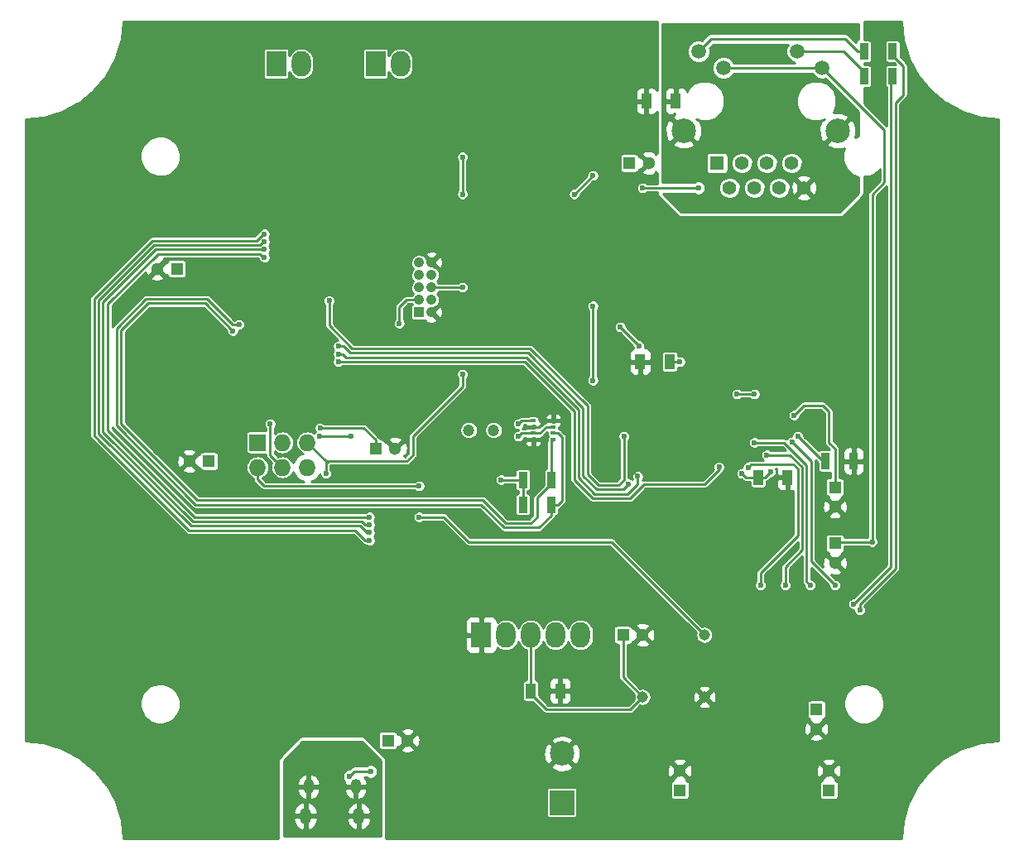
<source format=gbr>
G04 #@! TF.FileFunction,Copper,L1,Top,Signal*
%FSLAX46Y46*%
G04 Gerber Fmt 4.6, Leading zero omitted, Abs format (unit mm)*
G04 Created by KiCad (PCBNEW 4.0.4+dfsg1-stable) date Sun Aug 20 17:41:52 2017*
%MOMM*%
%LPD*%
G01*
G04 APERTURE LIST*
%ADD10C,0.100000*%
%ADD11C,1.400000*%
%ADD12R,1.400000X1.400000*%
%ADD13C,2.500000*%
%ADD14C,1.500000*%
%ADD15R,1.300000X1.300000*%
%ADD16C,1.300000*%
%ADD17R,1.000000X1.600000*%
%ADD18R,2.000000X2.600000*%
%ADD19O,2.000000X2.600000*%
%ADD20O,1.100000X1.500000*%
%ADD21O,1.200000X1.700000*%
%ADD22R,1.727200X1.727200*%
%ADD23O,1.727200X1.727200*%
%ADD24R,1.050000X1.050000*%
%ADD25C,1.050000*%
%ADD26C,1.200000*%
%ADD27R,2.500000X2.500000*%
%ADD28R,0.900000X1.700000*%
%ADD29R,0.500000X0.350000*%
%ADD30C,1.143000*%
%ADD31C,0.600000*%
%ADD32C,0.254000*%
%ADD33C,0.250000*%
G04 APERTURE END LIST*
D10*
D11*
X186690000Y-76200000D03*
X185420000Y-73660000D03*
X184150000Y-76200000D03*
X182880000Y-73660000D03*
X181610000Y-76200000D03*
X180340000Y-73660000D03*
X179070000Y-76200000D03*
D12*
X177800000Y-73660000D03*
D13*
X174370000Y-70360000D03*
X190120000Y-70360000D03*
D14*
X188570000Y-63930000D03*
X175920000Y-62230000D03*
X178460000Y-63930000D03*
X186030000Y-62230000D03*
D15*
X144145000Y-132715000D03*
D16*
X146145000Y-132715000D03*
D15*
X142875000Y-102870000D03*
D16*
X144875000Y-102870000D03*
D15*
X125825000Y-104140000D03*
D16*
X123825000Y-104140000D03*
D15*
X122555000Y-84455000D03*
D16*
X120555000Y-84455000D03*
D15*
X168815000Y-73660000D03*
D16*
X170815000Y-73660000D03*
D17*
X172950000Y-93980000D03*
X169950000Y-93980000D03*
D15*
X189865000Y-112554000D03*
D16*
X189865000Y-114554000D03*
D17*
X182015000Y-105791000D03*
X185015000Y-105791000D03*
D15*
X189865000Y-106807000D03*
D16*
X189865000Y-108807000D03*
D17*
X170585000Y-67310000D03*
X173585000Y-67310000D03*
D15*
X168180000Y-121920000D03*
D16*
X170180000Y-121920000D03*
D17*
X161750000Y-127635000D03*
X158750000Y-127635000D03*
D15*
X173990000Y-137795000D03*
D16*
X173990000Y-135795000D03*
D15*
X189230000Y-137795000D03*
D16*
X189230000Y-135795000D03*
D15*
X187960000Y-129540000D03*
D16*
X187960000Y-131540000D03*
D18*
X132715000Y-63500000D03*
D19*
X135255000Y-63500000D03*
D18*
X142875000Y-63500000D03*
D19*
X145415000Y-63500000D03*
D20*
X140855000Y-137440000D03*
X136005000Y-137440000D03*
D21*
X141155000Y-140440000D03*
X135705000Y-140440000D03*
D22*
X130810000Y-102235000D03*
D23*
X130810000Y-104775000D03*
X133350000Y-102235000D03*
X133350000Y-104775000D03*
X135890000Y-102235000D03*
X135890000Y-104775000D03*
D24*
X147320000Y-88900000D03*
D25*
X147320000Y-87630000D03*
X147320000Y-86360000D03*
X147320000Y-85090000D03*
X147320000Y-83820000D03*
X148590000Y-87630000D03*
X148590000Y-86360000D03*
X148590000Y-85090000D03*
X148590000Y-83820000D03*
X148590000Y-88900000D03*
D26*
X152400000Y-100965000D03*
X154940000Y-100965000D03*
D18*
X153670000Y-121920000D03*
D19*
X156210000Y-121920000D03*
X158750000Y-121920000D03*
X161290000Y-121920000D03*
X163830000Y-121920000D03*
D27*
X161925000Y-139065000D03*
D13*
X161925000Y-134065000D03*
D28*
X188870000Y-104140000D03*
X191770000Y-104140000D03*
X192860000Y-62230000D03*
X195760000Y-62230000D03*
X192860000Y-64770000D03*
X195760000Y-64770000D03*
X157935000Y-106045000D03*
X160835000Y-106045000D03*
X157935000Y-108585000D03*
X160835000Y-108585000D03*
D29*
X158995000Y-99990000D03*
X161045000Y-99990000D03*
X158995000Y-100640000D03*
X161045000Y-100640000D03*
X158995000Y-101290000D03*
X161045000Y-101290000D03*
X158995000Y-101940000D03*
X161045000Y-101940000D03*
D30*
X170180000Y-128270000D03*
X176500000Y-121920000D03*
X176530000Y-128270000D03*
D31*
X142367000Y-135890000D03*
X140208000Y-136398000D03*
X132500000Y-136000000D03*
X137203361Y-100756636D03*
X181610000Y-97282000D03*
X179832000Y-97282000D03*
X167894000Y-90424000D03*
X169799000Y-92329000D03*
X147320000Y-109855000D03*
X173990000Y-93980000D03*
X157480000Y-100330000D03*
X147320000Y-106680000D03*
X183250000Y-105250000D03*
X193675000Y-112395000D03*
X163195000Y-76835000D03*
X165100000Y-74930000D03*
X165100000Y-88265000D03*
X165100000Y-95885000D03*
X180340000Y-105410000D03*
X185674000Y-99441000D03*
X170180000Y-76200000D03*
X175895000Y-76200000D03*
X155700000Y-106045000D03*
X157480000Y-101600000D03*
X140335000Y-101600000D03*
X137160000Y-101600000D03*
X168750000Y-106500000D03*
X139065000Y-92379994D03*
X178000000Y-104750000D03*
X139065000Y-93980000D03*
X169681980Y-105691020D03*
X132080000Y-100330000D03*
X139065000Y-93179997D03*
X137795000Y-105410000D03*
X151765000Y-95250000D03*
X151765000Y-73025000D03*
X151765000Y-76835000D03*
X151765000Y-86360000D03*
X145289137Y-90044137D03*
X131500000Y-83300003D03*
X142240000Y-109855000D03*
X131500000Y-80899994D03*
X142250005Y-112254903D03*
X186055000Y-101600000D03*
X168275000Y-101600000D03*
X138125200Y-87731600D03*
X192405000Y-119380000D03*
X182245000Y-116840000D03*
X180975000Y-104775000D03*
X191770000Y-118745000D03*
X184785000Y-116840000D03*
X182880000Y-103505000D03*
X128270000Y-90805000D03*
X128905000Y-90170000D03*
X131500000Y-82500000D03*
X142252401Y-110654906D03*
X131500000Y-81699997D03*
X142249174Y-111454902D03*
X189865000Y-116840000D03*
X185466402Y-102188598D03*
X187325000Y-116840000D03*
X181610000Y-102235000D03*
D32*
X140208000Y-136398000D02*
X140716000Y-135890000D01*
X140716000Y-135890000D02*
X142367000Y-135890000D01*
X159583000Y-100640000D02*
X160233000Y-99990000D01*
X160233000Y-99990000D02*
X161045000Y-99990000D01*
X158995000Y-100640000D02*
X159583000Y-100640000D01*
X137203361Y-100756636D02*
X141665636Y-100756636D01*
X142875000Y-101966000D02*
X142875000Y-102870000D01*
X141665636Y-100756636D02*
X142875000Y-101966000D01*
X176500000Y-121920000D02*
X167005000Y-112425000D01*
X167005000Y-112425000D02*
X167005000Y-112395000D01*
X179832000Y-97282000D02*
X181610000Y-97282000D01*
X169799000Y-92329000D02*
X167894000Y-90424000D01*
X167005000Y-112395000D02*
X152400000Y-112395000D01*
X152400000Y-112395000D02*
X149860000Y-109855000D01*
X147320000Y-109855000D02*
X149860000Y-109855000D01*
X172950000Y-93980000D02*
X173990000Y-93980000D01*
X157480000Y-100330000D02*
X157820000Y-99990000D01*
X157820000Y-99990000D02*
X158995000Y-99990000D01*
X131493686Y-106680000D02*
X147320000Y-106680000D01*
X130810000Y-104775000D02*
X130810000Y-105996314D01*
X130810000Y-105996314D02*
X131493686Y-106680000D01*
X188570000Y-63930000D02*
X194922001Y-70282001D01*
X194922001Y-70282001D02*
X194922001Y-75587999D01*
X194922001Y-75587999D02*
X193675000Y-76835000D01*
X193675000Y-76835000D02*
X193675000Y-112395000D01*
X182015000Y-105791000D02*
X182709000Y-105791000D01*
X182709000Y-105791000D02*
X183250000Y-105250000D01*
X193675000Y-112395000D02*
X190024000Y-112395000D01*
X190024000Y-112395000D02*
X189865000Y-112554000D01*
X178460000Y-63930000D02*
X188570000Y-63930000D01*
X165100000Y-74930000D02*
X163195000Y-76835000D01*
X182269000Y-106045000D02*
X182015000Y-105791000D01*
X165100000Y-95885000D02*
X165100000Y-88265000D01*
X182015000Y-105791000D02*
X180721000Y-105791000D01*
X180721000Y-105791000D02*
X180340000Y-105410000D01*
X185674000Y-99441000D02*
X186690000Y-98425000D01*
X186690000Y-98425000D02*
X188595000Y-98425000D01*
X189230000Y-99060000D02*
X189230000Y-102235000D01*
X188595000Y-98425000D02*
X189230000Y-99060000D01*
X189230000Y-102235000D02*
X189865000Y-102870000D01*
X189865000Y-102870000D02*
X189865000Y-106807000D01*
X175895000Y-76200000D02*
X170180000Y-76200000D01*
X157935000Y-106045000D02*
X157935000Y-108585000D01*
X157935000Y-106045000D02*
X155700000Y-106045000D01*
X157480000Y-101600000D02*
X157790000Y-101290000D01*
X157790000Y-101290000D02*
X158995000Y-101290000D01*
X160345000Y-100640000D02*
X159695000Y-101290000D01*
X159695000Y-101290000D02*
X158995000Y-101290000D01*
X161045000Y-100640000D02*
X160345000Y-100640000D01*
X160355000Y-129540000D02*
X168910000Y-129540000D01*
X168910000Y-129540000D02*
X170180000Y-128270000D01*
X158750000Y-127635000D02*
X158750000Y-127935000D01*
X158750000Y-127935000D02*
X160355000Y-129540000D01*
X158750000Y-127635000D02*
X158750000Y-121920000D01*
X168180000Y-121920000D02*
X168180000Y-126270000D01*
X168180000Y-126270000D02*
X170180000Y-128270000D01*
X190886000Y-60960000D02*
X177190000Y-60960000D01*
X177190000Y-60960000D02*
X175920000Y-62230000D01*
X192860000Y-62230000D02*
X192156000Y-62230000D01*
X192156000Y-62230000D02*
X190886000Y-60960000D01*
X190720000Y-62230000D02*
X186030000Y-62230000D01*
X192860000Y-64770000D02*
X192860000Y-64370000D01*
X192860000Y-64370000D02*
X190720000Y-62230000D01*
X137160000Y-101600000D02*
X140335000Y-101600000D01*
X168208020Y-107041980D02*
X168750000Y-106500000D01*
X139065000Y-92379994D02*
X139597280Y-92379994D01*
X158491114Y-93071980D02*
X164103020Y-98683886D01*
X139597280Y-92379994D02*
X140289266Y-93071980D01*
X164103020Y-98683886D02*
X164103020Y-105668888D01*
X140289266Y-93071980D02*
X158491114Y-93071980D01*
X164103020Y-105668888D02*
X165476112Y-107041980D01*
X165476112Y-107041980D02*
X168208020Y-107041980D01*
X170320029Y-106500000D02*
X175500000Y-106500000D01*
X178000000Y-105000000D02*
X176500000Y-106500000D01*
X176500000Y-106500000D02*
X175500000Y-106500000D01*
X178000000Y-104750000D02*
X178000000Y-105000000D01*
X139065000Y-93980000D02*
X158115000Y-93980000D01*
X158115000Y-93980000D02*
X163195000Y-99060000D01*
X163195000Y-99060000D02*
X163195000Y-106045000D01*
X168870029Y-107950000D02*
X170320029Y-106500000D01*
X163195000Y-106045000D02*
X165100000Y-107950000D01*
X165100000Y-107950000D02*
X168870029Y-107950000D01*
X165288056Y-107495990D02*
X168681972Y-107495990D01*
X168681972Y-107495990D02*
X169681980Y-106495982D01*
X169681980Y-106495982D02*
X169681980Y-105691020D01*
X139065000Y-93179997D02*
X139489264Y-93179997D01*
X139489264Y-93179997D02*
X139835257Y-93525990D01*
X158303057Y-93525990D02*
X163649010Y-98871943D01*
X139835257Y-93525990D02*
X158303057Y-93525990D01*
X163649010Y-98871943D02*
X163649010Y-105856944D01*
X163649010Y-105856944D02*
X165288056Y-107495990D01*
X132080000Y-100330000D02*
X132080000Y-103505000D01*
X132080000Y-103505000D02*
X133350000Y-104775000D01*
X151765000Y-95250000D02*
X151765000Y-96520000D01*
X151765000Y-96520000D02*
X146685000Y-101600000D01*
X137795000Y-104394000D02*
X137795000Y-104140000D01*
X137795000Y-105410000D02*
X137795000Y-104394000D01*
X137795000Y-104140000D02*
X138049000Y-104140000D01*
X138049000Y-104140000D02*
X146050000Y-104140000D01*
X137795000Y-104394000D02*
X138049000Y-104140000D01*
X146685000Y-103505000D02*
X146050000Y-104140000D01*
X137795000Y-104140000D02*
X135890000Y-102235000D01*
X146685000Y-101600000D02*
X146685000Y-103505000D01*
X151765000Y-76835000D02*
X151765000Y-73025000D01*
X151765000Y-86360000D02*
X148590000Y-86360000D01*
X146050000Y-87630000D02*
X147320000Y-87630000D01*
X145289137Y-88390863D02*
X146050000Y-87630000D01*
X145289137Y-90044137D02*
X145289137Y-88390863D01*
X131500000Y-83300003D02*
X131372041Y-83300003D01*
X131372041Y-83300003D02*
X131026048Y-82954010D01*
X120610028Y-82954010D02*
X115500000Y-88064038D01*
X131026048Y-82954010D02*
X120610028Y-82954010D01*
X115500000Y-88064038D02*
X115500000Y-101000000D01*
X115500000Y-101000000D02*
X124355000Y-109855000D01*
X124355000Y-109855000D02*
X142240000Y-109855000D01*
X131500000Y-80899994D02*
X131372041Y-80899994D01*
X131372041Y-80899994D02*
X130680055Y-81591980D01*
X130680055Y-81591980D02*
X120045857Y-81591980D01*
X120045857Y-81591980D02*
X114091980Y-87545857D01*
X114091980Y-87545857D02*
X114091980Y-101518180D01*
X114573800Y-102000000D02*
X123790830Y-111217030D01*
X114091980Y-101518180D02*
X114573800Y-102000000D01*
X114573800Y-102000000D02*
X114573800Y-101999999D01*
X114573800Y-101999999D02*
X114091980Y-101518180D01*
X123790830Y-111217030D02*
X140787868Y-111217030D01*
X142250005Y-112254903D02*
X141825741Y-112254903D01*
X141825741Y-112254903D02*
X140787868Y-111217030D01*
X186055000Y-101600000D02*
X188595000Y-104140000D01*
X188595000Y-104140000D02*
X188870000Y-104140000D01*
X167732030Y-106587970D02*
X168275000Y-106045000D01*
X168275000Y-106045000D02*
X168275000Y-101600000D01*
X165664168Y-106587970D02*
X167732030Y-106587970D01*
X164557030Y-105480832D02*
X165664168Y-106587970D01*
X164557030Y-98495829D02*
X164557030Y-105480832D01*
X158679171Y-92617970D02*
X164557030Y-98495829D01*
X138125200Y-90265848D02*
X140477322Y-92617970D01*
X140477322Y-92617970D02*
X158679171Y-92617970D01*
X138125200Y-87731600D02*
X138125200Y-90265848D01*
X192405000Y-119380000D02*
X192405000Y-118752066D01*
X192405000Y-118752066D02*
X196034009Y-115123057D01*
X196034009Y-115123057D02*
X196034009Y-67490991D01*
X196034009Y-67490991D02*
X196850000Y-66675000D01*
X196850000Y-63720000D02*
X195760000Y-62630000D01*
X196850000Y-66675000D02*
X196850000Y-63720000D01*
X195760000Y-62630000D02*
X195760000Y-62230000D01*
X182245000Y-115570000D02*
X182245000Y-116840000D01*
X186055000Y-104942398D02*
X186055000Y-111760000D01*
X186055000Y-111760000D02*
X182245000Y-115570000D01*
X180975000Y-104775000D02*
X181274999Y-104475001D01*
X181274999Y-104475001D02*
X185587603Y-104475001D01*
X185587603Y-104475001D02*
X186055000Y-104942398D01*
X191770000Y-118745000D02*
X195580000Y-114935000D01*
X195580000Y-114935000D02*
X195580000Y-64950000D01*
X195580000Y-64950000D02*
X195760000Y-64770000D01*
X184785000Y-114935000D02*
X184785000Y-116840000D01*
X182880000Y-103505000D02*
X185259668Y-103505000D01*
X186509010Y-104754341D02*
X186509010Y-113210990D01*
X185259668Y-103505000D02*
X186509010Y-104754341D01*
X186509010Y-113210990D02*
X184785000Y-114935000D01*
X160835000Y-106045000D02*
X160835000Y-106445000D01*
X160835000Y-106445000D02*
X159385000Y-107895000D01*
X125465000Y-88000000D02*
X128270000Y-90805000D01*
X159385000Y-107895000D02*
X159385000Y-109855000D01*
X153850990Y-108130990D02*
X124640990Y-108130990D01*
X119590000Y-88000000D02*
X125465000Y-88000000D01*
X159385000Y-109855000D02*
X158750000Y-110490000D01*
X158750000Y-110490000D02*
X156210000Y-110490000D01*
X116840000Y-90750000D02*
X119590000Y-88000000D01*
X156210000Y-110490000D02*
X153850990Y-108130990D01*
X124640990Y-108130990D02*
X116840000Y-100330000D01*
X116840000Y-100330000D02*
X116840000Y-90750000D01*
X160835000Y-106045000D02*
X160835000Y-102150000D01*
X160835000Y-102150000D02*
X161045000Y-101940000D01*
X160835000Y-108585000D02*
X160835000Y-109689000D01*
X116385990Y-100518057D02*
X116385990Y-90561943D01*
X160835000Y-109689000D02*
X159579990Y-110944010D01*
X159579990Y-110944010D02*
X156021943Y-110944010D01*
X156021943Y-110944010D02*
X153662934Y-108585000D01*
X153662934Y-108585000D02*
X124452934Y-108585000D01*
X124452934Y-108585000D02*
X116385990Y-100518057D01*
X116385990Y-90561943D02*
X119401942Y-87545991D01*
X119401942Y-87545991D02*
X125653057Y-87545991D01*
X125653057Y-87545991D02*
X128277066Y-90170000D01*
X128277066Y-90170000D02*
X128905000Y-90170000D01*
X161925000Y-108199000D02*
X161925000Y-101666000D01*
X160835000Y-108585000D02*
X161539000Y-108585000D01*
X161539000Y-108585000D02*
X161925000Y-108199000D01*
X161925000Y-101666000D02*
X161549000Y-101290000D01*
X161549000Y-101290000D02*
X161045000Y-101290000D01*
X131500000Y-82500000D02*
X120421971Y-82500000D01*
X120421971Y-82500000D02*
X115000000Y-87921971D01*
X115000000Y-87921971D02*
X115000000Y-101142066D01*
X115000000Y-101142066D02*
X124166943Y-110309010D01*
X124166943Y-110309010D02*
X141482241Y-110309010D01*
X141482241Y-110309010D02*
X141828137Y-110654906D01*
X141828137Y-110654906D02*
X142252401Y-110654906D01*
X131500000Y-81699997D02*
X131372041Y-81699997D01*
X131372041Y-81699997D02*
X131026048Y-82045990D01*
X131026048Y-82045990D02*
X120233914Y-82045990D01*
X120233914Y-82045990D02*
X114545990Y-87733914D01*
X114545990Y-87733914D02*
X114545990Y-101330123D01*
X123978886Y-110763020D02*
X141263020Y-110763020D01*
X114545990Y-101330123D02*
X123978886Y-110763020D01*
X141263020Y-110763020D02*
X141954902Y-111454902D01*
X141954902Y-111454902D02*
X142249174Y-111454902D01*
D33*
X187411030Y-104133226D02*
X187411030Y-114386030D01*
X187411030Y-114386030D02*
X189865000Y-116840000D01*
X185466402Y-102188598D02*
X187411030Y-104133226D01*
X186961020Y-104567113D02*
X186961020Y-116476020D01*
X186961020Y-116476020D02*
X187325000Y-116840000D01*
X184628907Y-102235000D02*
X186961020Y-104567113D01*
X181610000Y-102235000D02*
X184628907Y-102235000D01*
D32*
G36*
X192278000Y-60969472D02*
X192251763Y-60974409D01*
X192106433Y-61067927D01*
X192008936Y-61210619D01*
X191993974Y-61284500D01*
X191277737Y-60568263D01*
X191098007Y-60448171D01*
X190886000Y-60406000D01*
X177190000Y-60406000D01*
X176977993Y-60448171D01*
X176798263Y-60568263D01*
X176266912Y-61099614D01*
X176155147Y-61053205D01*
X175686907Y-61052796D01*
X175254154Y-61231606D01*
X174922770Y-61562412D01*
X174743205Y-61994853D01*
X174742796Y-62463093D01*
X174921606Y-62895846D01*
X175252412Y-63227230D01*
X175684853Y-63406795D01*
X176153093Y-63407204D01*
X176585846Y-63228394D01*
X176917230Y-62897588D01*
X177096795Y-62465147D01*
X177097204Y-61996907D01*
X177050237Y-61883237D01*
X177419474Y-61514000D01*
X185081267Y-61514000D01*
X185032770Y-61562412D01*
X184853205Y-61994853D01*
X184852796Y-62463093D01*
X185031606Y-62895846D01*
X185362412Y-63227230D01*
X185720690Y-63376000D01*
X179504608Y-63376000D01*
X179458394Y-63264154D01*
X179127588Y-62932770D01*
X178695147Y-62753205D01*
X178226907Y-62752796D01*
X177794154Y-62931606D01*
X177462770Y-63262412D01*
X177283205Y-63694853D01*
X177282796Y-64163093D01*
X177461606Y-64595846D01*
X177792412Y-64927230D01*
X178224853Y-65106795D01*
X178693093Y-65107204D01*
X179125846Y-64928394D01*
X179457230Y-64597588D01*
X179504396Y-64484000D01*
X187525392Y-64484000D01*
X187571606Y-64595846D01*
X187902412Y-64927230D01*
X188334853Y-65106795D01*
X188803093Y-65107204D01*
X188916763Y-65060237D01*
X192278000Y-68421474D01*
X192278000Y-70843763D01*
X191892190Y-71003176D01*
X192014388Y-70684194D01*
X191994250Y-69934565D01*
X191746123Y-69335533D01*
X191453320Y-69206285D01*
X190299605Y-70360000D01*
X190313748Y-70374143D01*
X190134143Y-70553748D01*
X190120000Y-70539605D01*
X188966285Y-71693320D01*
X189095533Y-71986123D01*
X189795806Y-72254388D01*
X190545435Y-72234250D01*
X190842267Y-72111298D01*
X190668379Y-72530068D01*
X190667623Y-73396132D01*
X190998353Y-74196560D01*
X191610218Y-74809495D01*
X192278000Y-75086782D01*
X192278000Y-76687394D01*
X190352394Y-78613000D01*
X174137606Y-78613000D01*
X172278606Y-76754000D01*
X175420797Y-76754000D01*
X175482650Y-76815961D01*
X175749756Y-76926874D01*
X176038975Y-76927126D01*
X176306275Y-76816680D01*
X176510961Y-76612350D01*
X176589507Y-76423191D01*
X177942805Y-76423191D01*
X178114019Y-76837560D01*
X178430772Y-77154867D01*
X178844842Y-77326804D01*
X179293191Y-77327195D01*
X179707560Y-77155981D01*
X180024867Y-76839228D01*
X180196804Y-76425158D01*
X180196805Y-76423191D01*
X180482805Y-76423191D01*
X180654019Y-76837560D01*
X180970772Y-77154867D01*
X181384842Y-77326804D01*
X181833191Y-77327195D01*
X182247560Y-77155981D01*
X182564867Y-76839228D01*
X182736804Y-76425158D01*
X182736805Y-76423191D01*
X183022805Y-76423191D01*
X183194019Y-76837560D01*
X183510772Y-77154867D01*
X183924842Y-77326804D01*
X184373191Y-77327195D01*
X184787560Y-77155981D01*
X184808302Y-77135275D01*
X185934331Y-77135275D01*
X185996169Y-77371042D01*
X186497122Y-77547419D01*
X187027440Y-77518664D01*
X187383831Y-77371042D01*
X187445669Y-77135275D01*
X186690000Y-76379605D01*
X185934331Y-77135275D01*
X184808302Y-77135275D01*
X185104867Y-76839228D01*
X185276804Y-76425158D01*
X185277168Y-76007122D01*
X185342581Y-76007122D01*
X185371336Y-76537440D01*
X185518958Y-76893831D01*
X185754725Y-76955669D01*
X186510395Y-76200000D01*
X186869605Y-76200000D01*
X187625275Y-76955669D01*
X187861042Y-76893831D01*
X188037419Y-76392878D01*
X188008664Y-75862560D01*
X187861042Y-75506169D01*
X187625275Y-75444331D01*
X186869605Y-76200000D01*
X186510395Y-76200000D01*
X185754725Y-75444331D01*
X185518958Y-75506169D01*
X185342581Y-76007122D01*
X185277168Y-76007122D01*
X185277195Y-75976809D01*
X185105981Y-75562440D01*
X184808786Y-75264725D01*
X185934331Y-75264725D01*
X186690000Y-76020395D01*
X187445669Y-75264725D01*
X187383831Y-75028958D01*
X186882878Y-74852581D01*
X186352560Y-74881336D01*
X185996169Y-75028958D01*
X185934331Y-75264725D01*
X184808786Y-75264725D01*
X184789228Y-75245133D01*
X184375158Y-75073196D01*
X183926809Y-75072805D01*
X183512440Y-75244019D01*
X183195133Y-75560772D01*
X183023196Y-75974842D01*
X183022805Y-76423191D01*
X182736805Y-76423191D01*
X182737195Y-75976809D01*
X182565981Y-75562440D01*
X182249228Y-75245133D01*
X181835158Y-75073196D01*
X181386809Y-75072805D01*
X180972440Y-75244019D01*
X180655133Y-75560772D01*
X180483196Y-75974842D01*
X180482805Y-76423191D01*
X180196805Y-76423191D01*
X180197195Y-75976809D01*
X180025981Y-75562440D01*
X179709228Y-75245133D01*
X179295158Y-75073196D01*
X178846809Y-75072805D01*
X178432440Y-75244019D01*
X178115133Y-75560772D01*
X177943196Y-75974842D01*
X177942805Y-76423191D01*
X176589507Y-76423191D01*
X176621874Y-76345244D01*
X176622126Y-76056025D01*
X176511680Y-75788725D01*
X176307350Y-75584039D01*
X176040244Y-75473126D01*
X175751025Y-75472874D01*
X175483725Y-75583320D01*
X175420936Y-75646000D01*
X172212000Y-75646000D01*
X172212000Y-72960000D01*
X176664635Y-72960000D01*
X176664635Y-74360000D01*
X176694409Y-74518237D01*
X176787927Y-74663567D01*
X176930619Y-74761064D01*
X177100000Y-74795365D01*
X178500000Y-74795365D01*
X178658237Y-74765591D01*
X178803567Y-74672073D01*
X178901064Y-74529381D01*
X178935365Y-74360000D01*
X178935365Y-73883191D01*
X179212805Y-73883191D01*
X179384019Y-74297560D01*
X179700772Y-74614867D01*
X180114842Y-74786804D01*
X180563191Y-74787195D01*
X180977560Y-74615981D01*
X181294867Y-74299228D01*
X181466804Y-73885158D01*
X181466805Y-73883191D01*
X181752805Y-73883191D01*
X181924019Y-74297560D01*
X182240772Y-74614867D01*
X182654842Y-74786804D01*
X183103191Y-74787195D01*
X183517560Y-74615981D01*
X183834867Y-74299228D01*
X184006804Y-73885158D01*
X184006805Y-73883191D01*
X184292805Y-73883191D01*
X184464019Y-74297560D01*
X184780772Y-74614867D01*
X185194842Y-74786804D01*
X185643191Y-74787195D01*
X186057560Y-74615981D01*
X186374867Y-74299228D01*
X186546804Y-73885158D01*
X186547195Y-73436809D01*
X186375981Y-73022440D01*
X186059228Y-72705133D01*
X185645158Y-72533196D01*
X185196809Y-72532805D01*
X184782440Y-72704019D01*
X184465133Y-73020772D01*
X184293196Y-73434842D01*
X184292805Y-73883191D01*
X184006805Y-73883191D01*
X184007195Y-73436809D01*
X183835981Y-73022440D01*
X183519228Y-72705133D01*
X183105158Y-72533196D01*
X182656809Y-72532805D01*
X182242440Y-72704019D01*
X181925133Y-73020772D01*
X181753196Y-73434842D01*
X181752805Y-73883191D01*
X181466805Y-73883191D01*
X181467195Y-73436809D01*
X181295981Y-73022440D01*
X180979228Y-72705133D01*
X180565158Y-72533196D01*
X180116809Y-72532805D01*
X179702440Y-72704019D01*
X179385133Y-73020772D01*
X179213196Y-73434842D01*
X179212805Y-73883191D01*
X178935365Y-73883191D01*
X178935365Y-72960000D01*
X178905591Y-72801763D01*
X178812073Y-72656433D01*
X178669381Y-72558936D01*
X178500000Y-72524635D01*
X177100000Y-72524635D01*
X176941763Y-72554409D01*
X176796433Y-72647927D01*
X176698936Y-72790619D01*
X176664635Y-72960000D01*
X172212000Y-72960000D01*
X172212000Y-71693320D01*
X173216285Y-71693320D01*
X173345533Y-71986123D01*
X174045806Y-72254388D01*
X174795435Y-72234250D01*
X175394467Y-71986123D01*
X175523715Y-71693320D01*
X174370000Y-70539605D01*
X173216285Y-71693320D01*
X172212000Y-71693320D01*
X172212000Y-70035806D01*
X172475612Y-70035806D01*
X172495750Y-70785435D01*
X172743877Y-71384467D01*
X173036680Y-71513715D01*
X174190395Y-70360000D01*
X173036680Y-69206285D01*
X172743877Y-69335533D01*
X172475612Y-70035806D01*
X172212000Y-70035806D01*
X172212000Y-67595750D01*
X172450000Y-67595750D01*
X172450000Y-68236310D01*
X172546673Y-68469699D01*
X172725302Y-68648327D01*
X172958691Y-68745000D01*
X173299250Y-68745000D01*
X173457998Y-68586252D01*
X173457998Y-68687293D01*
X173345533Y-68733877D01*
X173216285Y-69026680D01*
X174370000Y-70180395D01*
X174384143Y-70166253D01*
X174563748Y-70345858D01*
X174549605Y-70360000D01*
X175703320Y-71513715D01*
X175996123Y-71384467D01*
X176264388Y-70684194D01*
X176244250Y-69934565D01*
X175996123Y-69335533D01*
X175703322Y-69206286D01*
X175715814Y-69193794D01*
X176120041Y-69361643D01*
X176936377Y-69362355D01*
X177690846Y-69050615D01*
X178268587Y-68473882D01*
X178581643Y-67719959D01*
X178581646Y-67716377D01*
X185907645Y-67716377D01*
X186219385Y-68470846D01*
X186796118Y-69048587D01*
X187550041Y-69361643D01*
X188366377Y-69362355D01*
X188774227Y-69193835D01*
X188786678Y-69206286D01*
X188493877Y-69335533D01*
X188225612Y-70035806D01*
X188245750Y-70785435D01*
X188493877Y-71384467D01*
X188786680Y-71513715D01*
X189940395Y-70360000D01*
X189926253Y-70345858D01*
X190105858Y-70166253D01*
X190120000Y-70180395D01*
X191273715Y-69026680D01*
X191144467Y-68733877D01*
X190444194Y-68465612D01*
X189694565Y-68485750D01*
X189681119Y-68491320D01*
X189698587Y-68473882D01*
X190011643Y-67719959D01*
X190012355Y-66903623D01*
X189700615Y-66149154D01*
X189123882Y-65571413D01*
X188369959Y-65258357D01*
X187553623Y-65257645D01*
X186799154Y-65569385D01*
X186221413Y-66146118D01*
X185908357Y-66900041D01*
X185907645Y-67716377D01*
X178581646Y-67716377D01*
X178582355Y-66903623D01*
X178270615Y-66149154D01*
X177693882Y-65571413D01*
X176939959Y-65258357D01*
X176123623Y-65257645D01*
X175369154Y-65569385D01*
X174791413Y-66146118D01*
X174706399Y-66350854D01*
X174623327Y-66150301D01*
X174444698Y-65971673D01*
X174211309Y-65875000D01*
X173870750Y-65875000D01*
X173712000Y-66033750D01*
X173712000Y-67183000D01*
X173732000Y-67183000D01*
X173732000Y-67437000D01*
X173712000Y-67437000D01*
X173712000Y-67457000D01*
X173458000Y-67457000D01*
X173458000Y-67437000D01*
X172608750Y-67437000D01*
X172450000Y-67595750D01*
X172212000Y-67595750D01*
X172212000Y-66383690D01*
X172450000Y-66383690D01*
X172450000Y-67024250D01*
X172608750Y-67183000D01*
X173458000Y-67183000D01*
X173458000Y-66033750D01*
X173299250Y-65875000D01*
X172958691Y-65875000D01*
X172725302Y-65971673D01*
X172546673Y-66150301D01*
X172450000Y-66383690D01*
X172212000Y-66383690D01*
X172212000Y-59404500D01*
X192278000Y-59404500D01*
X192278000Y-60969472D01*
X192278000Y-60969472D01*
G37*
X192278000Y-60969472D02*
X192251763Y-60974409D01*
X192106433Y-61067927D01*
X192008936Y-61210619D01*
X191993974Y-61284500D01*
X191277737Y-60568263D01*
X191098007Y-60448171D01*
X190886000Y-60406000D01*
X177190000Y-60406000D01*
X176977993Y-60448171D01*
X176798263Y-60568263D01*
X176266912Y-61099614D01*
X176155147Y-61053205D01*
X175686907Y-61052796D01*
X175254154Y-61231606D01*
X174922770Y-61562412D01*
X174743205Y-61994853D01*
X174742796Y-62463093D01*
X174921606Y-62895846D01*
X175252412Y-63227230D01*
X175684853Y-63406795D01*
X176153093Y-63407204D01*
X176585846Y-63228394D01*
X176917230Y-62897588D01*
X177096795Y-62465147D01*
X177097204Y-61996907D01*
X177050237Y-61883237D01*
X177419474Y-61514000D01*
X185081267Y-61514000D01*
X185032770Y-61562412D01*
X184853205Y-61994853D01*
X184852796Y-62463093D01*
X185031606Y-62895846D01*
X185362412Y-63227230D01*
X185720690Y-63376000D01*
X179504608Y-63376000D01*
X179458394Y-63264154D01*
X179127588Y-62932770D01*
X178695147Y-62753205D01*
X178226907Y-62752796D01*
X177794154Y-62931606D01*
X177462770Y-63262412D01*
X177283205Y-63694853D01*
X177282796Y-64163093D01*
X177461606Y-64595846D01*
X177792412Y-64927230D01*
X178224853Y-65106795D01*
X178693093Y-65107204D01*
X179125846Y-64928394D01*
X179457230Y-64597588D01*
X179504396Y-64484000D01*
X187525392Y-64484000D01*
X187571606Y-64595846D01*
X187902412Y-64927230D01*
X188334853Y-65106795D01*
X188803093Y-65107204D01*
X188916763Y-65060237D01*
X192278000Y-68421474D01*
X192278000Y-70843763D01*
X191892190Y-71003176D01*
X192014388Y-70684194D01*
X191994250Y-69934565D01*
X191746123Y-69335533D01*
X191453320Y-69206285D01*
X190299605Y-70360000D01*
X190313748Y-70374143D01*
X190134143Y-70553748D01*
X190120000Y-70539605D01*
X188966285Y-71693320D01*
X189095533Y-71986123D01*
X189795806Y-72254388D01*
X190545435Y-72234250D01*
X190842267Y-72111298D01*
X190668379Y-72530068D01*
X190667623Y-73396132D01*
X190998353Y-74196560D01*
X191610218Y-74809495D01*
X192278000Y-75086782D01*
X192278000Y-76687394D01*
X190352394Y-78613000D01*
X174137606Y-78613000D01*
X172278606Y-76754000D01*
X175420797Y-76754000D01*
X175482650Y-76815961D01*
X175749756Y-76926874D01*
X176038975Y-76927126D01*
X176306275Y-76816680D01*
X176510961Y-76612350D01*
X176589507Y-76423191D01*
X177942805Y-76423191D01*
X178114019Y-76837560D01*
X178430772Y-77154867D01*
X178844842Y-77326804D01*
X179293191Y-77327195D01*
X179707560Y-77155981D01*
X180024867Y-76839228D01*
X180196804Y-76425158D01*
X180196805Y-76423191D01*
X180482805Y-76423191D01*
X180654019Y-76837560D01*
X180970772Y-77154867D01*
X181384842Y-77326804D01*
X181833191Y-77327195D01*
X182247560Y-77155981D01*
X182564867Y-76839228D01*
X182736804Y-76425158D01*
X182736805Y-76423191D01*
X183022805Y-76423191D01*
X183194019Y-76837560D01*
X183510772Y-77154867D01*
X183924842Y-77326804D01*
X184373191Y-77327195D01*
X184787560Y-77155981D01*
X184808302Y-77135275D01*
X185934331Y-77135275D01*
X185996169Y-77371042D01*
X186497122Y-77547419D01*
X187027440Y-77518664D01*
X187383831Y-77371042D01*
X187445669Y-77135275D01*
X186690000Y-76379605D01*
X185934331Y-77135275D01*
X184808302Y-77135275D01*
X185104867Y-76839228D01*
X185276804Y-76425158D01*
X185277168Y-76007122D01*
X185342581Y-76007122D01*
X185371336Y-76537440D01*
X185518958Y-76893831D01*
X185754725Y-76955669D01*
X186510395Y-76200000D01*
X186869605Y-76200000D01*
X187625275Y-76955669D01*
X187861042Y-76893831D01*
X188037419Y-76392878D01*
X188008664Y-75862560D01*
X187861042Y-75506169D01*
X187625275Y-75444331D01*
X186869605Y-76200000D01*
X186510395Y-76200000D01*
X185754725Y-75444331D01*
X185518958Y-75506169D01*
X185342581Y-76007122D01*
X185277168Y-76007122D01*
X185277195Y-75976809D01*
X185105981Y-75562440D01*
X184808786Y-75264725D01*
X185934331Y-75264725D01*
X186690000Y-76020395D01*
X187445669Y-75264725D01*
X187383831Y-75028958D01*
X186882878Y-74852581D01*
X186352560Y-74881336D01*
X185996169Y-75028958D01*
X185934331Y-75264725D01*
X184808786Y-75264725D01*
X184789228Y-75245133D01*
X184375158Y-75073196D01*
X183926809Y-75072805D01*
X183512440Y-75244019D01*
X183195133Y-75560772D01*
X183023196Y-75974842D01*
X183022805Y-76423191D01*
X182736805Y-76423191D01*
X182737195Y-75976809D01*
X182565981Y-75562440D01*
X182249228Y-75245133D01*
X181835158Y-75073196D01*
X181386809Y-75072805D01*
X180972440Y-75244019D01*
X180655133Y-75560772D01*
X180483196Y-75974842D01*
X180482805Y-76423191D01*
X180196805Y-76423191D01*
X180197195Y-75976809D01*
X180025981Y-75562440D01*
X179709228Y-75245133D01*
X179295158Y-75073196D01*
X178846809Y-75072805D01*
X178432440Y-75244019D01*
X178115133Y-75560772D01*
X177943196Y-75974842D01*
X177942805Y-76423191D01*
X176589507Y-76423191D01*
X176621874Y-76345244D01*
X176622126Y-76056025D01*
X176511680Y-75788725D01*
X176307350Y-75584039D01*
X176040244Y-75473126D01*
X175751025Y-75472874D01*
X175483725Y-75583320D01*
X175420936Y-75646000D01*
X172212000Y-75646000D01*
X172212000Y-72960000D01*
X176664635Y-72960000D01*
X176664635Y-74360000D01*
X176694409Y-74518237D01*
X176787927Y-74663567D01*
X176930619Y-74761064D01*
X177100000Y-74795365D01*
X178500000Y-74795365D01*
X178658237Y-74765591D01*
X178803567Y-74672073D01*
X178901064Y-74529381D01*
X178935365Y-74360000D01*
X178935365Y-73883191D01*
X179212805Y-73883191D01*
X179384019Y-74297560D01*
X179700772Y-74614867D01*
X180114842Y-74786804D01*
X180563191Y-74787195D01*
X180977560Y-74615981D01*
X181294867Y-74299228D01*
X181466804Y-73885158D01*
X181466805Y-73883191D01*
X181752805Y-73883191D01*
X181924019Y-74297560D01*
X182240772Y-74614867D01*
X182654842Y-74786804D01*
X183103191Y-74787195D01*
X183517560Y-74615981D01*
X183834867Y-74299228D01*
X184006804Y-73885158D01*
X184006805Y-73883191D01*
X184292805Y-73883191D01*
X184464019Y-74297560D01*
X184780772Y-74614867D01*
X185194842Y-74786804D01*
X185643191Y-74787195D01*
X186057560Y-74615981D01*
X186374867Y-74299228D01*
X186546804Y-73885158D01*
X186547195Y-73436809D01*
X186375981Y-73022440D01*
X186059228Y-72705133D01*
X185645158Y-72533196D01*
X185196809Y-72532805D01*
X184782440Y-72704019D01*
X184465133Y-73020772D01*
X184293196Y-73434842D01*
X184292805Y-73883191D01*
X184006805Y-73883191D01*
X184007195Y-73436809D01*
X183835981Y-73022440D01*
X183519228Y-72705133D01*
X183105158Y-72533196D01*
X182656809Y-72532805D01*
X182242440Y-72704019D01*
X181925133Y-73020772D01*
X181753196Y-73434842D01*
X181752805Y-73883191D01*
X181466805Y-73883191D01*
X181467195Y-73436809D01*
X181295981Y-73022440D01*
X180979228Y-72705133D01*
X180565158Y-72533196D01*
X180116809Y-72532805D01*
X179702440Y-72704019D01*
X179385133Y-73020772D01*
X179213196Y-73434842D01*
X179212805Y-73883191D01*
X178935365Y-73883191D01*
X178935365Y-72960000D01*
X178905591Y-72801763D01*
X178812073Y-72656433D01*
X178669381Y-72558936D01*
X178500000Y-72524635D01*
X177100000Y-72524635D01*
X176941763Y-72554409D01*
X176796433Y-72647927D01*
X176698936Y-72790619D01*
X176664635Y-72960000D01*
X172212000Y-72960000D01*
X172212000Y-71693320D01*
X173216285Y-71693320D01*
X173345533Y-71986123D01*
X174045806Y-72254388D01*
X174795435Y-72234250D01*
X175394467Y-71986123D01*
X175523715Y-71693320D01*
X174370000Y-70539605D01*
X173216285Y-71693320D01*
X172212000Y-71693320D01*
X172212000Y-70035806D01*
X172475612Y-70035806D01*
X172495750Y-70785435D01*
X172743877Y-71384467D01*
X173036680Y-71513715D01*
X174190395Y-70360000D01*
X173036680Y-69206285D01*
X172743877Y-69335533D01*
X172475612Y-70035806D01*
X172212000Y-70035806D01*
X172212000Y-67595750D01*
X172450000Y-67595750D01*
X172450000Y-68236310D01*
X172546673Y-68469699D01*
X172725302Y-68648327D01*
X172958691Y-68745000D01*
X173299250Y-68745000D01*
X173457998Y-68586252D01*
X173457998Y-68687293D01*
X173345533Y-68733877D01*
X173216285Y-69026680D01*
X174370000Y-70180395D01*
X174384143Y-70166253D01*
X174563748Y-70345858D01*
X174549605Y-70360000D01*
X175703320Y-71513715D01*
X175996123Y-71384467D01*
X176264388Y-70684194D01*
X176244250Y-69934565D01*
X175996123Y-69335533D01*
X175703322Y-69206286D01*
X175715814Y-69193794D01*
X176120041Y-69361643D01*
X176936377Y-69362355D01*
X177690846Y-69050615D01*
X178268587Y-68473882D01*
X178581643Y-67719959D01*
X178581646Y-67716377D01*
X185907645Y-67716377D01*
X186219385Y-68470846D01*
X186796118Y-69048587D01*
X187550041Y-69361643D01*
X188366377Y-69362355D01*
X188774227Y-69193835D01*
X188786678Y-69206286D01*
X188493877Y-69335533D01*
X188225612Y-70035806D01*
X188245750Y-70785435D01*
X188493877Y-71384467D01*
X188786680Y-71513715D01*
X189940395Y-70360000D01*
X189926253Y-70345858D01*
X190105858Y-70166253D01*
X190120000Y-70180395D01*
X191273715Y-69026680D01*
X191144467Y-68733877D01*
X190444194Y-68465612D01*
X189694565Y-68485750D01*
X189681119Y-68491320D01*
X189698587Y-68473882D01*
X190011643Y-67719959D01*
X190012355Y-66903623D01*
X189700615Y-66149154D01*
X189123882Y-65571413D01*
X188369959Y-65258357D01*
X187553623Y-65257645D01*
X186799154Y-65569385D01*
X186221413Y-66146118D01*
X185908357Y-66900041D01*
X185907645Y-67716377D01*
X178581646Y-67716377D01*
X178582355Y-66903623D01*
X178270615Y-66149154D01*
X177693882Y-65571413D01*
X176939959Y-65258357D01*
X176123623Y-65257645D01*
X175369154Y-65569385D01*
X174791413Y-66146118D01*
X174706399Y-66350854D01*
X174623327Y-66150301D01*
X174444698Y-65971673D01*
X174211309Y-65875000D01*
X173870750Y-65875000D01*
X173712000Y-66033750D01*
X173712000Y-67183000D01*
X173732000Y-67183000D01*
X173732000Y-67437000D01*
X173712000Y-67437000D01*
X173712000Y-67457000D01*
X173458000Y-67457000D01*
X173458000Y-67437000D01*
X172608750Y-67437000D01*
X172450000Y-67595750D01*
X172212000Y-67595750D01*
X172212000Y-66383690D01*
X172450000Y-66383690D01*
X172450000Y-67024250D01*
X172608750Y-67183000D01*
X173458000Y-67183000D01*
X173458000Y-66033750D01*
X173299250Y-65875000D01*
X172958691Y-65875000D01*
X172725302Y-65971673D01*
X172546673Y-66150301D01*
X172450000Y-66383690D01*
X172212000Y-66383690D01*
X172212000Y-59404500D01*
X192278000Y-59404500D01*
X192278000Y-60969472D01*
G36*
X143383000Y-134767606D02*
X143383000Y-142525500D01*
X133477000Y-142525500D01*
X133477000Y-140762696D01*
X134459744Y-140762696D01*
X134582353Y-141233701D01*
X134875875Y-141621933D01*
X135295624Y-141868286D01*
X135387391Y-141883462D01*
X135578000Y-141758731D01*
X135578000Y-140567000D01*
X135832000Y-140567000D01*
X135832000Y-141758731D01*
X136022609Y-141883462D01*
X136114376Y-141868286D01*
X136534125Y-141621933D01*
X136827647Y-141233701D01*
X136950256Y-140762696D01*
X139909744Y-140762696D01*
X140032353Y-141233701D01*
X140325875Y-141621933D01*
X140745624Y-141868286D01*
X140837391Y-141883462D01*
X141028000Y-141758731D01*
X141028000Y-140567000D01*
X141282000Y-140567000D01*
X141282000Y-141758731D01*
X141472609Y-141883462D01*
X141564376Y-141868286D01*
X141984125Y-141621933D01*
X142277647Y-141233701D01*
X142400256Y-140762696D01*
X142237547Y-140567000D01*
X141282000Y-140567000D01*
X141028000Y-140567000D01*
X140072453Y-140567000D01*
X139909744Y-140762696D01*
X136950256Y-140762696D01*
X136787547Y-140567000D01*
X135832000Y-140567000D01*
X135578000Y-140567000D01*
X134622453Y-140567000D01*
X134459744Y-140762696D01*
X133477000Y-140762696D01*
X133477000Y-140117304D01*
X134459744Y-140117304D01*
X134622453Y-140313000D01*
X135578000Y-140313000D01*
X135578000Y-139121269D01*
X135832000Y-139121269D01*
X135832000Y-140313000D01*
X136787547Y-140313000D01*
X136950256Y-140117304D01*
X139909744Y-140117304D01*
X140072453Y-140313000D01*
X141028000Y-140313000D01*
X141028000Y-139121269D01*
X141282000Y-139121269D01*
X141282000Y-140313000D01*
X142237547Y-140313000D01*
X142400256Y-140117304D01*
X142277647Y-139646299D01*
X141984125Y-139258067D01*
X141564376Y-139011714D01*
X141472609Y-138996538D01*
X141282000Y-139121269D01*
X141028000Y-139121269D01*
X140837391Y-138996538D01*
X140745624Y-139011714D01*
X140325875Y-139258067D01*
X140032353Y-139646299D01*
X139909744Y-140117304D01*
X136950256Y-140117304D01*
X136827647Y-139646299D01*
X136534125Y-139258067D01*
X136114376Y-139011714D01*
X136022609Y-138996538D01*
X135832000Y-139121269D01*
X135578000Y-139121269D01*
X135387391Y-138996538D01*
X135295624Y-139011714D01*
X134875875Y-139258067D01*
X134582353Y-139646299D01*
X134459744Y-140117304D01*
X133477000Y-140117304D01*
X133477000Y-137753883D01*
X134819320Y-137753883D01*
X134953156Y-138198954D01*
X135247125Y-138558929D01*
X135656474Y-138779006D01*
X135695256Y-138783803D01*
X135878000Y-138658361D01*
X135878000Y-137567000D01*
X136132000Y-137567000D01*
X136132000Y-138658361D01*
X136314744Y-138783803D01*
X136353526Y-138779006D01*
X136762875Y-138558929D01*
X137056844Y-138198954D01*
X137190680Y-137753883D01*
X139669320Y-137753883D01*
X139803156Y-138198954D01*
X140097125Y-138558929D01*
X140506474Y-138779006D01*
X140545256Y-138783803D01*
X140728000Y-138658361D01*
X140728000Y-137567000D01*
X140982000Y-137567000D01*
X140982000Y-138658361D01*
X141164744Y-138783803D01*
X141203526Y-138779006D01*
X141612875Y-138558929D01*
X141906844Y-138198954D01*
X142040680Y-137753883D01*
X141885148Y-137567000D01*
X140982000Y-137567000D01*
X140728000Y-137567000D01*
X139824852Y-137567000D01*
X139669320Y-137753883D01*
X137190680Y-137753883D01*
X137035148Y-137567000D01*
X136132000Y-137567000D01*
X135878000Y-137567000D01*
X134974852Y-137567000D01*
X134819320Y-137753883D01*
X133477000Y-137753883D01*
X133477000Y-137126117D01*
X134819320Y-137126117D01*
X134974852Y-137313000D01*
X135878000Y-137313000D01*
X135878000Y-136221639D01*
X136132000Y-136221639D01*
X136132000Y-137313000D01*
X137035148Y-137313000D01*
X137190680Y-137126117D01*
X137056844Y-136681046D01*
X136943274Y-136541975D01*
X139480874Y-136541975D01*
X139591320Y-136809275D01*
X139724484Y-136942671D01*
X139669320Y-137126117D01*
X139824852Y-137313000D01*
X140728000Y-137313000D01*
X140728000Y-137293000D01*
X140982000Y-137293000D01*
X140982000Y-137313000D01*
X141885148Y-137313000D01*
X142040680Y-137126117D01*
X141906844Y-136681046D01*
X141713263Y-136444000D01*
X141892797Y-136444000D01*
X141954650Y-136505961D01*
X142221756Y-136616874D01*
X142510975Y-136617126D01*
X142778275Y-136506680D01*
X142982961Y-136302350D01*
X143093874Y-136035244D01*
X143094126Y-135746025D01*
X142983680Y-135478725D01*
X142779350Y-135274039D01*
X142512244Y-135163126D01*
X142223025Y-135162874D01*
X141955725Y-135273320D01*
X141892936Y-135336000D01*
X140716000Y-135336000D01*
X140503993Y-135378171D01*
X140324262Y-135498263D01*
X140151575Y-135670950D01*
X140064025Y-135670874D01*
X139796725Y-135781320D01*
X139592039Y-135985650D01*
X139481126Y-136252756D01*
X139480874Y-136541975D01*
X136943274Y-136541975D01*
X136762875Y-136321071D01*
X136353526Y-136100994D01*
X136314744Y-136096197D01*
X136132000Y-136221639D01*
X135878000Y-136221639D01*
X135695256Y-136096197D01*
X135656474Y-136100994D01*
X135247125Y-136321071D01*
X134953156Y-136681046D01*
X134819320Y-137126117D01*
X133477000Y-137126117D01*
X133477000Y-134767606D01*
X135402606Y-132842000D01*
X141457394Y-132842000D01*
X143383000Y-134767606D01*
X143383000Y-134767606D01*
G37*
X143383000Y-134767606D02*
X143383000Y-142525500D01*
X133477000Y-142525500D01*
X133477000Y-140762696D01*
X134459744Y-140762696D01*
X134582353Y-141233701D01*
X134875875Y-141621933D01*
X135295624Y-141868286D01*
X135387391Y-141883462D01*
X135578000Y-141758731D01*
X135578000Y-140567000D01*
X135832000Y-140567000D01*
X135832000Y-141758731D01*
X136022609Y-141883462D01*
X136114376Y-141868286D01*
X136534125Y-141621933D01*
X136827647Y-141233701D01*
X136950256Y-140762696D01*
X139909744Y-140762696D01*
X140032353Y-141233701D01*
X140325875Y-141621933D01*
X140745624Y-141868286D01*
X140837391Y-141883462D01*
X141028000Y-141758731D01*
X141028000Y-140567000D01*
X141282000Y-140567000D01*
X141282000Y-141758731D01*
X141472609Y-141883462D01*
X141564376Y-141868286D01*
X141984125Y-141621933D01*
X142277647Y-141233701D01*
X142400256Y-140762696D01*
X142237547Y-140567000D01*
X141282000Y-140567000D01*
X141028000Y-140567000D01*
X140072453Y-140567000D01*
X139909744Y-140762696D01*
X136950256Y-140762696D01*
X136787547Y-140567000D01*
X135832000Y-140567000D01*
X135578000Y-140567000D01*
X134622453Y-140567000D01*
X134459744Y-140762696D01*
X133477000Y-140762696D01*
X133477000Y-140117304D01*
X134459744Y-140117304D01*
X134622453Y-140313000D01*
X135578000Y-140313000D01*
X135578000Y-139121269D01*
X135832000Y-139121269D01*
X135832000Y-140313000D01*
X136787547Y-140313000D01*
X136950256Y-140117304D01*
X139909744Y-140117304D01*
X140072453Y-140313000D01*
X141028000Y-140313000D01*
X141028000Y-139121269D01*
X141282000Y-139121269D01*
X141282000Y-140313000D01*
X142237547Y-140313000D01*
X142400256Y-140117304D01*
X142277647Y-139646299D01*
X141984125Y-139258067D01*
X141564376Y-139011714D01*
X141472609Y-138996538D01*
X141282000Y-139121269D01*
X141028000Y-139121269D01*
X140837391Y-138996538D01*
X140745624Y-139011714D01*
X140325875Y-139258067D01*
X140032353Y-139646299D01*
X139909744Y-140117304D01*
X136950256Y-140117304D01*
X136827647Y-139646299D01*
X136534125Y-139258067D01*
X136114376Y-139011714D01*
X136022609Y-138996538D01*
X135832000Y-139121269D01*
X135578000Y-139121269D01*
X135387391Y-138996538D01*
X135295624Y-139011714D01*
X134875875Y-139258067D01*
X134582353Y-139646299D01*
X134459744Y-140117304D01*
X133477000Y-140117304D01*
X133477000Y-137753883D01*
X134819320Y-137753883D01*
X134953156Y-138198954D01*
X135247125Y-138558929D01*
X135656474Y-138779006D01*
X135695256Y-138783803D01*
X135878000Y-138658361D01*
X135878000Y-137567000D01*
X136132000Y-137567000D01*
X136132000Y-138658361D01*
X136314744Y-138783803D01*
X136353526Y-138779006D01*
X136762875Y-138558929D01*
X137056844Y-138198954D01*
X137190680Y-137753883D01*
X139669320Y-137753883D01*
X139803156Y-138198954D01*
X140097125Y-138558929D01*
X140506474Y-138779006D01*
X140545256Y-138783803D01*
X140728000Y-138658361D01*
X140728000Y-137567000D01*
X140982000Y-137567000D01*
X140982000Y-138658361D01*
X141164744Y-138783803D01*
X141203526Y-138779006D01*
X141612875Y-138558929D01*
X141906844Y-138198954D01*
X142040680Y-137753883D01*
X141885148Y-137567000D01*
X140982000Y-137567000D01*
X140728000Y-137567000D01*
X139824852Y-137567000D01*
X139669320Y-137753883D01*
X137190680Y-137753883D01*
X137035148Y-137567000D01*
X136132000Y-137567000D01*
X135878000Y-137567000D01*
X134974852Y-137567000D01*
X134819320Y-137753883D01*
X133477000Y-137753883D01*
X133477000Y-137126117D01*
X134819320Y-137126117D01*
X134974852Y-137313000D01*
X135878000Y-137313000D01*
X135878000Y-136221639D01*
X136132000Y-136221639D01*
X136132000Y-137313000D01*
X137035148Y-137313000D01*
X137190680Y-137126117D01*
X137056844Y-136681046D01*
X136943274Y-136541975D01*
X139480874Y-136541975D01*
X139591320Y-136809275D01*
X139724484Y-136942671D01*
X139669320Y-137126117D01*
X139824852Y-137313000D01*
X140728000Y-137313000D01*
X140728000Y-137293000D01*
X140982000Y-137293000D01*
X140982000Y-137313000D01*
X141885148Y-137313000D01*
X142040680Y-137126117D01*
X141906844Y-136681046D01*
X141713263Y-136444000D01*
X141892797Y-136444000D01*
X141954650Y-136505961D01*
X142221756Y-136616874D01*
X142510975Y-136617126D01*
X142778275Y-136506680D01*
X142982961Y-136302350D01*
X143093874Y-136035244D01*
X143094126Y-135746025D01*
X142983680Y-135478725D01*
X142779350Y-135274039D01*
X142512244Y-135163126D01*
X142223025Y-135162874D01*
X141955725Y-135273320D01*
X141892936Y-135336000D01*
X140716000Y-135336000D01*
X140503993Y-135378171D01*
X140324262Y-135498263D01*
X140151575Y-135670950D01*
X140064025Y-135670874D01*
X139796725Y-135781320D01*
X139592039Y-135985650D01*
X139481126Y-136252756D01*
X139480874Y-136541975D01*
X136943274Y-136541975D01*
X136762875Y-136321071D01*
X136353526Y-136100994D01*
X136314744Y-136096197D01*
X136132000Y-136221639D01*
X135878000Y-136221639D01*
X135695256Y-136096197D01*
X135656474Y-136100994D01*
X135247125Y-136321071D01*
X134953156Y-136681046D01*
X134819320Y-137126117D01*
X133477000Y-137126117D01*
X133477000Y-134767606D01*
X135402606Y-132842000D01*
X141457394Y-132842000D01*
X143383000Y-134767606D01*
G36*
X171658000Y-66234009D02*
X171647730Y-66209215D01*
X171578237Y-66105211D01*
X171489789Y-66016763D01*
X171385785Y-65947270D01*
X171270223Y-65899403D01*
X171147542Y-65875000D01*
X170870750Y-65875000D01*
X170712000Y-66033750D01*
X170712000Y-67183000D01*
X170732000Y-67183000D01*
X170732000Y-67437000D01*
X170712000Y-67437000D01*
X170712000Y-68586250D01*
X170870750Y-68745000D01*
X171147542Y-68745000D01*
X171270223Y-68720597D01*
X171385785Y-68672730D01*
X171489789Y-68603237D01*
X171578237Y-68514789D01*
X171647730Y-68410785D01*
X171658000Y-68385991D01*
X171658000Y-72677812D01*
X171637790Y-72657602D01*
X171520921Y-72774471D01*
X171467534Y-72545799D01*
X171237626Y-72439905D01*
X170991476Y-72380898D01*
X170738545Y-72371048D01*
X170488551Y-72410730D01*
X170251104Y-72498422D01*
X170162466Y-72545799D01*
X170109078Y-72774473D01*
X170815000Y-73480395D01*
X170829143Y-73466253D01*
X171008748Y-73645858D01*
X170994605Y-73660000D01*
X171008748Y-73674143D01*
X170829143Y-73853748D01*
X170815000Y-73839605D01*
X170109078Y-74545527D01*
X170162466Y-74774201D01*
X170392374Y-74880095D01*
X170638524Y-74939102D01*
X170891455Y-74948952D01*
X171141449Y-74909270D01*
X171378896Y-74821578D01*
X171467534Y-74774201D01*
X171520921Y-74545529D01*
X171637790Y-74662398D01*
X171658000Y-74642188D01*
X171658000Y-75746000D01*
X170612830Y-75746000D01*
X170581599Y-75714550D01*
X170479659Y-75645791D01*
X170366306Y-75598142D01*
X170245856Y-75573417D01*
X170122898Y-75572559D01*
X170002115Y-75595600D01*
X169888108Y-75641662D01*
X169785218Y-75708991D01*
X169697366Y-75795022D01*
X169627897Y-75896479D01*
X169579457Y-76009497D01*
X169553892Y-76129771D01*
X169552176Y-76252720D01*
X169574372Y-76373661D01*
X169619637Y-76487987D01*
X169686246Y-76591344D01*
X169771662Y-76679795D01*
X169872632Y-76749971D01*
X169985309Y-76799198D01*
X170105401Y-76825602D01*
X170228336Y-76828177D01*
X170349429Y-76806825D01*
X170464068Y-76762359D01*
X170567888Y-76696474D01*
X170612490Y-76654000D01*
X171658000Y-76654000D01*
X171658000Y-76740000D01*
X171689384Y-76900677D01*
X171783065Y-77041935D01*
X173783065Y-79041935D01*
X173918873Y-79133358D01*
X174085000Y-79167000D01*
X190405000Y-79167000D01*
X190565677Y-79135616D01*
X190706935Y-79041935D01*
X192706935Y-77041935D01*
X192798358Y-76906127D01*
X192832000Y-76740000D01*
X192832000Y-75042273D01*
X193005116Y-75045899D01*
X193406249Y-74975168D01*
X193786004Y-74827871D01*
X194129916Y-74609618D01*
X194424887Y-74328721D01*
X194468001Y-74267603D01*
X194468001Y-75399946D01*
X193353974Y-76513974D01*
X193327376Y-76546354D01*
X193300398Y-76578505D01*
X193299248Y-76580596D01*
X193297733Y-76582441D01*
X193277899Y-76619431D01*
X193257713Y-76656150D01*
X193256992Y-76658422D01*
X193255862Y-76660530D01*
X193243593Y-76700661D01*
X193230921Y-76740608D01*
X193230655Y-76742982D01*
X193229957Y-76745264D01*
X193225722Y-76786955D01*
X193221044Y-76828661D01*
X193221012Y-76833330D01*
X193221003Y-76833415D01*
X193221010Y-76833494D01*
X193221000Y-76835000D01*
X193221000Y-111941000D01*
X190843582Y-111941000D01*
X190843582Y-111904000D01*
X190839429Y-111851926D01*
X190812078Y-111763604D01*
X190761203Y-111686399D01*
X190690833Y-111626423D01*
X190606541Y-111588427D01*
X190515000Y-111575418D01*
X189215000Y-111575418D01*
X189162926Y-111579571D01*
X189074604Y-111606922D01*
X188997399Y-111657797D01*
X188937423Y-111728167D01*
X188899427Y-111812459D01*
X188886418Y-111904000D01*
X188886418Y-113204000D01*
X188890571Y-113256074D01*
X188917922Y-113344396D01*
X188968797Y-113421601D01*
X189039167Y-113481577D01*
X189123459Y-113519573D01*
X189191581Y-113529254D01*
X189159078Y-113668473D01*
X189865000Y-114374395D01*
X190570922Y-113668473D01*
X190538754Y-113530688D01*
X190567074Y-113528429D01*
X190655396Y-113501078D01*
X190732601Y-113450203D01*
X190792577Y-113379833D01*
X190830573Y-113295541D01*
X190843582Y-113204000D01*
X190843582Y-112849000D01*
X193241752Y-112849000D01*
X193266662Y-112874795D01*
X193367632Y-112944971D01*
X193480309Y-112994198D01*
X193600401Y-113020602D01*
X193723336Y-113023177D01*
X193844429Y-113001825D01*
X193959068Y-112957359D01*
X194062888Y-112891474D01*
X194151933Y-112806677D01*
X194222811Y-112706200D01*
X194272824Y-112593870D01*
X194300066Y-112473964D01*
X194302027Y-112333519D01*
X194278144Y-112212900D01*
X194231287Y-112099217D01*
X194163241Y-111996800D01*
X194129000Y-111962319D01*
X194129000Y-77023052D01*
X195126000Y-76026053D01*
X195126000Y-114746947D01*
X191755094Y-118117853D01*
X191712898Y-118117559D01*
X191592115Y-118140600D01*
X191478108Y-118186662D01*
X191375218Y-118253991D01*
X191287366Y-118340022D01*
X191217897Y-118441479D01*
X191169457Y-118554497D01*
X191143892Y-118674771D01*
X191142176Y-118797720D01*
X191164372Y-118918661D01*
X191209637Y-119032987D01*
X191276246Y-119136344D01*
X191361662Y-119224795D01*
X191462632Y-119294971D01*
X191575309Y-119344198D01*
X191695401Y-119370602D01*
X191778019Y-119372333D01*
X191777176Y-119432720D01*
X191799372Y-119553661D01*
X191844637Y-119667987D01*
X191911246Y-119771344D01*
X191996662Y-119859795D01*
X192097632Y-119929971D01*
X192210309Y-119979198D01*
X192330401Y-120005602D01*
X192453336Y-120008177D01*
X192574429Y-119986825D01*
X192689068Y-119942359D01*
X192792888Y-119876474D01*
X192881933Y-119791677D01*
X192952811Y-119691200D01*
X193002824Y-119578870D01*
X193030066Y-119458964D01*
X193032027Y-119318519D01*
X193008144Y-119197900D01*
X192961287Y-119084217D01*
X192893241Y-118981800D01*
X192859000Y-118947319D01*
X192859000Y-118940118D01*
X196355036Y-115444083D01*
X196381658Y-115411673D01*
X196408611Y-115379552D01*
X196409761Y-115377461D01*
X196411276Y-115375616D01*
X196431110Y-115338626D01*
X196451296Y-115301907D01*
X196452017Y-115299635D01*
X196453147Y-115297527D01*
X196465416Y-115257396D01*
X196478088Y-115217449D01*
X196478354Y-115215075D01*
X196479052Y-115212793D01*
X196483286Y-115171107D01*
X196487965Y-115129396D01*
X196487997Y-115124725D01*
X196488006Y-115124641D01*
X196487999Y-115124562D01*
X196488009Y-115123057D01*
X196488009Y-67679043D01*
X197171027Y-66996026D01*
X197197630Y-66963638D01*
X197224602Y-66931495D01*
X197225753Y-66929401D01*
X197227267Y-66927558D01*
X197247089Y-66890590D01*
X197267287Y-66853850D01*
X197268008Y-66851578D01*
X197269138Y-66849470D01*
X197281407Y-66809339D01*
X197294079Y-66769392D01*
X197294345Y-66767018D01*
X197295043Y-66764736D01*
X197299282Y-66723005D01*
X197303956Y-66681339D01*
X197303988Y-66676679D01*
X197303998Y-66676584D01*
X197303990Y-66676495D01*
X197304000Y-66675000D01*
X197304000Y-63720000D01*
X197299907Y-63678259D01*
X197296253Y-63636486D01*
X197295587Y-63634193D01*
X197295354Y-63631818D01*
X197283235Y-63591677D01*
X197271533Y-63551400D01*
X197270434Y-63549280D01*
X197269744Y-63546994D01*
X197250064Y-63509982D01*
X197230757Y-63472734D01*
X197229266Y-63470866D01*
X197228146Y-63468760D01*
X197201669Y-63436296D01*
X197175478Y-63403487D01*
X197172200Y-63400163D01*
X197172145Y-63400096D01*
X197172083Y-63400045D01*
X197171027Y-63398974D01*
X196538582Y-62766530D01*
X196538582Y-61380000D01*
X196534429Y-61327926D01*
X196507078Y-61239604D01*
X196456203Y-61162399D01*
X196385833Y-61102423D01*
X196301541Y-61064427D01*
X196210000Y-61051418D01*
X195310000Y-61051418D01*
X195257926Y-61055571D01*
X195169604Y-61082922D01*
X195092399Y-61133797D01*
X195032423Y-61204167D01*
X194994427Y-61288459D01*
X194981418Y-61380000D01*
X194981418Y-63080000D01*
X194985571Y-63132074D01*
X195012922Y-63220396D01*
X195063797Y-63297601D01*
X195134167Y-63357577D01*
X195218459Y-63395573D01*
X195310000Y-63408582D01*
X195896530Y-63408582D01*
X196079365Y-63591418D01*
X195310000Y-63591418D01*
X195257926Y-63595571D01*
X195169604Y-63622922D01*
X195092399Y-63673797D01*
X195032423Y-63744167D01*
X194994427Y-63828459D01*
X194981418Y-63920000D01*
X194981418Y-65620000D01*
X194985571Y-65672074D01*
X195012922Y-65760396D01*
X195063797Y-65837601D01*
X195126000Y-65890616D01*
X195126000Y-69843947D01*
X192832000Y-67549947D01*
X192832000Y-65948582D01*
X193310000Y-65948582D01*
X193362074Y-65944429D01*
X193450396Y-65917078D01*
X193527601Y-65866203D01*
X193587577Y-65795833D01*
X193625573Y-65711541D01*
X193638582Y-65620000D01*
X193638582Y-63920000D01*
X193634429Y-63867926D01*
X193607078Y-63779604D01*
X193556203Y-63702399D01*
X193485833Y-63642423D01*
X193401541Y-63604427D01*
X193310000Y-63591418D01*
X192832000Y-63591418D01*
X192832000Y-63408582D01*
X193310000Y-63408582D01*
X193362074Y-63404429D01*
X193450396Y-63377078D01*
X193527601Y-63326203D01*
X193587577Y-63255833D01*
X193625573Y-63171541D01*
X193638582Y-63080000D01*
X193638582Y-61380000D01*
X193634429Y-61327926D01*
X193607078Y-61239604D01*
X193556203Y-61162399D01*
X193485833Y-61102423D01*
X193401541Y-61064427D01*
X193310000Y-61051418D01*
X192832000Y-61051418D01*
X192832000Y-59204500D01*
X196622260Y-59204500D01*
X196811060Y-61000813D01*
X196815423Y-61022068D01*
X196819492Y-61043400D01*
X196820459Y-61046601D01*
X197397579Y-62910978D01*
X197405990Y-62930989D01*
X197414122Y-62951116D01*
X197415692Y-62954068D01*
X198343948Y-64670841D01*
X198356076Y-64688821D01*
X198367972Y-64707001D01*
X198370086Y-64709592D01*
X199614120Y-66213370D01*
X199629523Y-66228666D01*
X199644710Y-66244175D01*
X199647287Y-66246306D01*
X201159714Y-67479811D01*
X201177793Y-67491823D01*
X201195705Y-67504088D01*
X201198642Y-67505675D01*
X201198646Y-67505678D01*
X201198650Y-67505680D01*
X202921857Y-68421926D01*
X202941958Y-68430211D01*
X202961878Y-68438749D01*
X202965069Y-68439737D01*
X202965075Y-68439739D01*
X204833433Y-69003830D01*
X204854705Y-69008042D01*
X204875959Y-69012560D01*
X204879285Y-69012909D01*
X206605500Y-69182165D01*
X206605500Y-132742260D01*
X204809186Y-132931060D01*
X204787925Y-132935424D01*
X204766600Y-132939492D01*
X204763399Y-132940459D01*
X202899022Y-133517579D01*
X202878987Y-133526001D01*
X202858885Y-133534122D01*
X202855932Y-133535692D01*
X201139159Y-134463948D01*
X201121179Y-134476076D01*
X201102999Y-134487972D01*
X201100408Y-134490086D01*
X199596630Y-135734120D01*
X199581334Y-135749523D01*
X199565825Y-135764710D01*
X199563694Y-135767287D01*
X198330189Y-137279714D01*
X198318167Y-137297808D01*
X198305912Y-137315705D01*
X198304325Y-137318642D01*
X198304322Y-137318646D01*
X198304322Y-137318647D01*
X197388074Y-139041858D01*
X197379800Y-139061933D01*
X197371251Y-139081878D01*
X197370262Y-139085073D01*
X196806170Y-140953433D01*
X196801955Y-140974720D01*
X196797440Y-140995960D01*
X196797091Y-140999285D01*
X196627835Y-142725500D01*
X143937000Y-142725500D01*
X143937000Y-137815000D01*
X160346418Y-137815000D01*
X160346418Y-140315000D01*
X160350571Y-140367074D01*
X160377922Y-140455396D01*
X160428797Y-140532601D01*
X160499167Y-140592577D01*
X160583459Y-140630573D01*
X160675000Y-140643582D01*
X163175000Y-140643582D01*
X163227074Y-140639429D01*
X163315396Y-140612078D01*
X163392601Y-140561203D01*
X163452577Y-140490833D01*
X163490573Y-140406541D01*
X163503582Y-140315000D01*
X163503582Y-137815000D01*
X163499429Y-137762926D01*
X163472078Y-137674604D01*
X163421203Y-137597399D01*
X163350833Y-137537423D01*
X163266541Y-137499427D01*
X163175000Y-137486418D01*
X160675000Y-137486418D01*
X160622926Y-137490571D01*
X160534604Y-137517922D01*
X160457399Y-137568797D01*
X160397423Y-137639167D01*
X160359427Y-137723459D01*
X160346418Y-137815000D01*
X143937000Y-137815000D01*
X143937000Y-137145000D01*
X173011418Y-137145000D01*
X173011418Y-138445000D01*
X173015571Y-138497074D01*
X173042922Y-138585396D01*
X173093797Y-138662601D01*
X173164167Y-138722577D01*
X173248459Y-138760573D01*
X173340000Y-138773582D01*
X174640000Y-138773582D01*
X174692074Y-138769429D01*
X174780396Y-138742078D01*
X174857601Y-138691203D01*
X174917577Y-138620833D01*
X174955573Y-138536541D01*
X174968582Y-138445000D01*
X174968582Y-137145000D01*
X188251418Y-137145000D01*
X188251418Y-138445000D01*
X188255571Y-138497074D01*
X188282922Y-138585396D01*
X188333797Y-138662601D01*
X188404167Y-138722577D01*
X188488459Y-138760573D01*
X188580000Y-138773582D01*
X189880000Y-138773582D01*
X189932074Y-138769429D01*
X190020396Y-138742078D01*
X190097601Y-138691203D01*
X190157577Y-138620833D01*
X190195573Y-138536541D01*
X190208582Y-138445000D01*
X190208582Y-137145000D01*
X190204429Y-137092926D01*
X190177078Y-137004604D01*
X190126203Y-136927399D01*
X190055833Y-136867423D01*
X189971541Y-136829427D01*
X189903419Y-136819746D01*
X189935922Y-136680527D01*
X189230000Y-135974605D01*
X188524078Y-136680527D01*
X188556246Y-136818312D01*
X188527926Y-136820571D01*
X188439604Y-136847922D01*
X188362399Y-136898797D01*
X188302423Y-136969167D01*
X188264427Y-137053459D01*
X188251418Y-137145000D01*
X174968582Y-137145000D01*
X174964429Y-137092926D01*
X174937078Y-137004604D01*
X174886203Y-136927399D01*
X174815833Y-136867423D01*
X174731541Y-136829427D01*
X174663419Y-136819746D01*
X174695922Y-136680527D01*
X173990000Y-135974605D01*
X173284078Y-136680527D01*
X173316246Y-136818312D01*
X173287926Y-136820571D01*
X173199604Y-136847922D01*
X173122399Y-136898797D01*
X173062423Y-136969167D01*
X173024427Y-137053459D01*
X173011418Y-137145000D01*
X143937000Y-137145000D01*
X143937000Y-135378605D01*
X160791000Y-135378605D01*
X160916914Y-135668577D01*
X161249126Y-135834433D01*
X161607312Y-135932290D01*
X161977706Y-135958389D01*
X162346075Y-135911725D01*
X162466643Y-135871455D01*
X172701048Y-135871455D01*
X172740730Y-136121449D01*
X172828422Y-136358896D01*
X172875799Y-136447534D01*
X173104473Y-136500922D01*
X173810395Y-135795000D01*
X174169605Y-135795000D01*
X174875527Y-136500922D01*
X175104201Y-136447534D01*
X175210095Y-136217626D01*
X175269102Y-135971476D01*
X175272997Y-135871455D01*
X187941048Y-135871455D01*
X187980730Y-136121449D01*
X188068422Y-136358896D01*
X188115799Y-136447534D01*
X188344473Y-136500922D01*
X189050395Y-135795000D01*
X189409605Y-135795000D01*
X190115527Y-136500922D01*
X190344201Y-136447534D01*
X190450095Y-136217626D01*
X190509102Y-135971476D01*
X190518952Y-135718545D01*
X190479270Y-135468551D01*
X190391578Y-135231104D01*
X190344201Y-135142466D01*
X190115527Y-135089078D01*
X189409605Y-135795000D01*
X189050395Y-135795000D01*
X188344473Y-135089078D01*
X188115799Y-135142466D01*
X188009905Y-135372374D01*
X187950898Y-135618524D01*
X187941048Y-135871455D01*
X175272997Y-135871455D01*
X175278952Y-135718545D01*
X175239270Y-135468551D01*
X175151578Y-135231104D01*
X175104201Y-135142466D01*
X174875527Y-135089078D01*
X174169605Y-135795000D01*
X173810395Y-135795000D01*
X173104473Y-135089078D01*
X172875799Y-135142466D01*
X172769905Y-135372374D01*
X172710898Y-135618524D01*
X172701048Y-135871455D01*
X162466643Y-135871455D01*
X162698262Y-135794094D01*
X162933086Y-135668577D01*
X163059000Y-135378605D01*
X161925000Y-134244605D01*
X160791000Y-135378605D01*
X143937000Y-135378605D01*
X143937000Y-134715000D01*
X143905616Y-134554323D01*
X143811935Y-134413065D01*
X143516576Y-134117706D01*
X160031611Y-134117706D01*
X160078275Y-134486075D01*
X160195906Y-134838262D01*
X160321423Y-135073086D01*
X160611395Y-135199000D01*
X161745395Y-134065000D01*
X162104605Y-134065000D01*
X163238605Y-135199000D01*
X163528577Y-135073086D01*
X163610260Y-134909473D01*
X173284078Y-134909473D01*
X173990000Y-135615395D01*
X174695922Y-134909473D01*
X188524078Y-134909473D01*
X189230000Y-135615395D01*
X189935922Y-134909473D01*
X189882534Y-134680799D01*
X189652626Y-134574905D01*
X189406476Y-134515898D01*
X189153545Y-134506048D01*
X188903551Y-134545730D01*
X188666104Y-134633422D01*
X188577466Y-134680799D01*
X188524078Y-134909473D01*
X174695922Y-134909473D01*
X174642534Y-134680799D01*
X174412626Y-134574905D01*
X174166476Y-134515898D01*
X173913545Y-134506048D01*
X173663551Y-134545730D01*
X173426104Y-134633422D01*
X173337466Y-134680799D01*
X173284078Y-134909473D01*
X163610260Y-134909473D01*
X163694433Y-134740874D01*
X163792290Y-134382688D01*
X163818389Y-134012294D01*
X163771725Y-133643925D01*
X163654094Y-133291738D01*
X163528577Y-133056914D01*
X163238605Y-132931000D01*
X162104605Y-134065000D01*
X161745395Y-134065000D01*
X160611395Y-132931000D01*
X160321423Y-133056914D01*
X160155567Y-133389126D01*
X160057710Y-133747312D01*
X160031611Y-134117706D01*
X143516576Y-134117706D01*
X141811935Y-132413065D01*
X141676127Y-132321642D01*
X141510000Y-132288000D01*
X135350000Y-132288000D01*
X135189323Y-132319384D01*
X135048065Y-132413065D01*
X133048065Y-134413065D01*
X132956642Y-134548873D01*
X132923000Y-134715000D01*
X132923000Y-142725500D01*
X117067740Y-142725500D01*
X116878940Y-140929186D01*
X116874576Y-140907925D01*
X116870508Y-140886600D01*
X116869541Y-140883399D01*
X116292421Y-139019022D01*
X116283999Y-138998987D01*
X116275878Y-138978885D01*
X116274308Y-138975932D01*
X115346052Y-137259159D01*
X115333924Y-137241179D01*
X115322028Y-137222999D01*
X115319914Y-137220408D01*
X114075880Y-135716630D01*
X114060477Y-135701334D01*
X114045290Y-135685825D01*
X114042713Y-135683694D01*
X112530286Y-134450189D01*
X112512192Y-134438167D01*
X112494295Y-134425912D01*
X112491358Y-134424325D01*
X112491354Y-134424322D01*
X112491350Y-134424320D01*
X110768142Y-133508074D01*
X110748067Y-133499800D01*
X110728122Y-133491251D01*
X110724927Y-133490262D01*
X108856567Y-132926170D01*
X108835280Y-132921955D01*
X108814040Y-132917440D01*
X108810715Y-132917091D01*
X107084500Y-132747835D01*
X107084500Y-132065000D01*
X143166418Y-132065000D01*
X143166418Y-133365000D01*
X143170571Y-133417074D01*
X143197922Y-133505396D01*
X143248797Y-133582601D01*
X143319167Y-133642577D01*
X143403459Y-133680573D01*
X143495000Y-133693582D01*
X144795000Y-133693582D01*
X144847074Y-133689429D01*
X144935396Y-133662078D01*
X145012601Y-133611203D01*
X145021700Y-133600527D01*
X145439078Y-133600527D01*
X145492466Y-133829201D01*
X145722374Y-133935095D01*
X145968524Y-133994102D01*
X146221455Y-134003952D01*
X146471449Y-133964270D01*
X146708896Y-133876578D01*
X146797534Y-133829201D01*
X146850922Y-133600527D01*
X146145000Y-132894605D01*
X145439078Y-133600527D01*
X145021700Y-133600527D01*
X145072577Y-133540833D01*
X145110573Y-133456541D01*
X145120254Y-133388419D01*
X145259473Y-133420922D01*
X145965395Y-132715000D01*
X146324605Y-132715000D01*
X147030527Y-133420922D01*
X147259201Y-133367534D01*
X147365095Y-133137626D01*
X147424102Y-132891476D01*
X147429557Y-132751395D01*
X160791000Y-132751395D01*
X161925000Y-133885395D01*
X163059000Y-132751395D01*
X162933086Y-132461423D01*
X162861186Y-132425527D01*
X187254078Y-132425527D01*
X187307466Y-132654201D01*
X187537374Y-132760095D01*
X187783524Y-132819102D01*
X188036455Y-132828952D01*
X188286449Y-132789270D01*
X188523896Y-132701578D01*
X188612534Y-132654201D01*
X188665922Y-132425527D01*
X187960000Y-131719605D01*
X187254078Y-132425527D01*
X162861186Y-132425527D01*
X162600874Y-132295567D01*
X162242688Y-132197710D01*
X161872294Y-132171611D01*
X161503925Y-132218275D01*
X161151738Y-132335906D01*
X160916914Y-132461423D01*
X160791000Y-132751395D01*
X147429557Y-132751395D01*
X147433952Y-132638545D01*
X147394270Y-132388551D01*
X147306578Y-132151104D01*
X147259201Y-132062466D01*
X147030527Y-132009078D01*
X146324605Y-132715000D01*
X145965395Y-132715000D01*
X145259473Y-132009078D01*
X145121688Y-132041246D01*
X145119429Y-132012926D01*
X145092078Y-131924604D01*
X145041203Y-131847399D01*
X145020171Y-131829473D01*
X145439078Y-131829473D01*
X146145000Y-132535395D01*
X146850922Y-131829473D01*
X146801190Y-131616455D01*
X186671048Y-131616455D01*
X186710730Y-131866449D01*
X186798422Y-132103896D01*
X186845799Y-132192534D01*
X187074473Y-132245922D01*
X187780395Y-131540000D01*
X188139605Y-131540000D01*
X188845527Y-132245922D01*
X189074201Y-132192534D01*
X189180095Y-131962626D01*
X189239102Y-131716476D01*
X189248952Y-131463545D01*
X189209270Y-131213551D01*
X189121578Y-130976104D01*
X189074201Y-130887466D01*
X188845527Y-130834078D01*
X188139605Y-131540000D01*
X187780395Y-131540000D01*
X187074473Y-130834078D01*
X186845799Y-130887466D01*
X186739905Y-131117374D01*
X186680898Y-131363524D01*
X186671048Y-131616455D01*
X146801190Y-131616455D01*
X146797534Y-131600799D01*
X146567626Y-131494905D01*
X146321476Y-131435898D01*
X146068545Y-131426048D01*
X145818551Y-131465730D01*
X145581104Y-131553422D01*
X145492466Y-131600799D01*
X145439078Y-131829473D01*
X145020171Y-131829473D01*
X144970833Y-131787423D01*
X144886541Y-131749427D01*
X144795000Y-131736418D01*
X143495000Y-131736418D01*
X143442926Y-131740571D01*
X143354604Y-131767922D01*
X143277399Y-131818797D01*
X143217423Y-131889167D01*
X143179427Y-131973459D01*
X143166418Y-132065000D01*
X107084500Y-132065000D01*
X107084500Y-129139640D01*
X118765270Y-129139640D01*
X118838799Y-129540269D01*
X118988744Y-129918986D01*
X119209393Y-130261366D01*
X119492341Y-130554369D01*
X119826812Y-130786832D01*
X120200066Y-130949903D01*
X120597885Y-131037369D01*
X121005116Y-131045899D01*
X121406249Y-130975168D01*
X121786004Y-130827871D01*
X122129916Y-130609618D01*
X122424887Y-130328721D01*
X122659679Y-129995881D01*
X122825352Y-129623775D01*
X122915593Y-129226577D01*
X122922089Y-128761340D01*
X122842974Y-128361776D01*
X122687756Y-127985189D01*
X122462348Y-127645923D01*
X122175336Y-127356900D01*
X121837652Y-127129129D01*
X121462157Y-126971286D01*
X121063156Y-126889383D01*
X120655845Y-126886539D01*
X120255739Y-126962864D01*
X119878078Y-127115449D01*
X119537247Y-127338483D01*
X119246227Y-127623470D01*
X119016104Y-127959556D01*
X118855643Y-128333939D01*
X118770957Y-128732359D01*
X118765270Y-129139640D01*
X107084500Y-129139640D01*
X107084500Y-122205750D01*
X152035000Y-122205750D01*
X152035000Y-123282542D01*
X152059403Y-123405223D01*
X152107270Y-123520785D01*
X152176763Y-123624789D01*
X152265211Y-123713237D01*
X152369215Y-123782730D01*
X152484777Y-123830597D01*
X152607458Y-123855000D01*
X153384250Y-123855000D01*
X153543000Y-123696250D01*
X153543000Y-122047000D01*
X152193750Y-122047000D01*
X152035000Y-122205750D01*
X107084500Y-122205750D01*
X107084500Y-120557458D01*
X152035000Y-120557458D01*
X152035000Y-121634250D01*
X152193750Y-121793000D01*
X153543000Y-121793000D01*
X153543000Y-120143750D01*
X153797000Y-120143750D01*
X153797000Y-121793000D01*
X153817000Y-121793000D01*
X153817000Y-122047000D01*
X153797000Y-122047000D01*
X153797000Y-123696250D01*
X153955750Y-123855000D01*
X154732542Y-123855000D01*
X154855223Y-123830597D01*
X154970785Y-123782730D01*
X155074789Y-123713237D01*
X155163237Y-123624789D01*
X155232730Y-123520785D01*
X155280597Y-123405223D01*
X155305000Y-123282542D01*
X155305000Y-123193200D01*
X155467951Y-123328005D01*
X155695767Y-123451184D01*
X155943170Y-123527768D01*
X156200736Y-123554840D01*
X156458655Y-123531367D01*
X156707103Y-123458245D01*
X156936616Y-123338258D01*
X157138453Y-123175977D01*
X157304926Y-122977583D01*
X157429693Y-122750633D01*
X157480207Y-122591392D01*
X157523127Y-122733552D01*
X157644714Y-122962223D01*
X157808400Y-123162922D01*
X158007951Y-123328005D01*
X158235767Y-123451184D01*
X158296000Y-123469829D01*
X158296000Y-126506418D01*
X158250000Y-126506418D01*
X158197926Y-126510571D01*
X158109604Y-126537922D01*
X158032399Y-126588797D01*
X157972423Y-126659167D01*
X157934427Y-126743459D01*
X157921418Y-126835000D01*
X157921418Y-128435000D01*
X157925571Y-128487074D01*
X157952922Y-128575396D01*
X158003797Y-128652601D01*
X158074167Y-128712577D01*
X158158459Y-128750573D01*
X158250000Y-128763582D01*
X158936530Y-128763582D01*
X160033974Y-129861027D01*
X160066384Y-129887649D01*
X160098505Y-129914602D01*
X160100596Y-129915752D01*
X160102441Y-129917267D01*
X160139431Y-129937101D01*
X160176150Y-129957287D01*
X160178422Y-129958008D01*
X160180530Y-129959138D01*
X160220661Y-129971407D01*
X160260608Y-129984079D01*
X160262982Y-129984345D01*
X160265264Y-129985043D01*
X160306950Y-129989277D01*
X160348661Y-129993956D01*
X160353332Y-129993988D01*
X160353416Y-129993997D01*
X160353495Y-129993990D01*
X160355000Y-129994000D01*
X168910000Y-129994000D01*
X168951741Y-129989907D01*
X168993514Y-129986253D01*
X168995807Y-129985587D01*
X168998182Y-129985354D01*
X169038323Y-129973235D01*
X169078600Y-129961533D01*
X169080720Y-129960434D01*
X169083006Y-129959744D01*
X169120057Y-129940043D01*
X169157266Y-129920756D01*
X169159130Y-129919268D01*
X169161240Y-129918146D01*
X169193731Y-129891647D01*
X169226513Y-129865478D01*
X169229833Y-129862203D01*
X169229904Y-129862145D01*
X169229959Y-129862079D01*
X169231026Y-129861026D01*
X169952149Y-129139904D01*
X170073099Y-129166496D01*
X170249266Y-129170186D01*
X170422793Y-129139588D01*
X170526481Y-129099370D01*
X175880235Y-129099370D01*
X175924071Y-129320054D01*
X176140569Y-129418088D01*
X176372033Y-129472002D01*
X176609567Y-129479723D01*
X176844043Y-129440956D01*
X177066451Y-129357189D01*
X177135929Y-129320054D01*
X177179765Y-129099370D01*
X176530000Y-128449605D01*
X175880235Y-129099370D01*
X170526481Y-129099370D01*
X170587073Y-129075868D01*
X170735848Y-128981453D01*
X170863451Y-128859939D01*
X170965021Y-128715954D01*
X171036690Y-128554983D01*
X171075728Y-128383157D01*
X171076196Y-128349567D01*
X175320277Y-128349567D01*
X175359044Y-128584043D01*
X175442811Y-128806451D01*
X175479946Y-128875929D01*
X175700630Y-128919765D01*
X176350395Y-128270000D01*
X176709605Y-128270000D01*
X177359370Y-128919765D01*
X177509216Y-128890000D01*
X186981418Y-128890000D01*
X186981418Y-130190000D01*
X186985571Y-130242074D01*
X187012922Y-130330396D01*
X187063797Y-130407601D01*
X187134167Y-130467577D01*
X187218459Y-130505573D01*
X187286581Y-130515254D01*
X187254078Y-130654473D01*
X187960000Y-131360395D01*
X188665922Y-130654473D01*
X188633754Y-130516688D01*
X188662074Y-130514429D01*
X188750396Y-130487078D01*
X188827601Y-130436203D01*
X188887577Y-130365833D01*
X188925573Y-130281541D01*
X188938582Y-130190000D01*
X188938582Y-129139640D01*
X190765270Y-129139640D01*
X190838799Y-129540269D01*
X190988744Y-129918986D01*
X191209393Y-130261366D01*
X191492341Y-130554369D01*
X191826812Y-130786832D01*
X192200066Y-130949903D01*
X192597885Y-131037369D01*
X193005116Y-131045899D01*
X193406249Y-130975168D01*
X193786004Y-130827871D01*
X194129916Y-130609618D01*
X194424887Y-130328721D01*
X194659679Y-129995881D01*
X194825352Y-129623775D01*
X194915593Y-129226577D01*
X194922089Y-128761340D01*
X194842974Y-128361776D01*
X194687756Y-127985189D01*
X194462348Y-127645923D01*
X194175336Y-127356900D01*
X193837652Y-127129129D01*
X193462157Y-126971286D01*
X193063156Y-126889383D01*
X192655845Y-126886539D01*
X192255739Y-126962864D01*
X191878078Y-127115449D01*
X191537247Y-127338483D01*
X191246227Y-127623470D01*
X191016104Y-127959556D01*
X190855643Y-128333939D01*
X190770957Y-128732359D01*
X190765270Y-129139640D01*
X188938582Y-129139640D01*
X188938582Y-128890000D01*
X188934429Y-128837926D01*
X188907078Y-128749604D01*
X188856203Y-128672399D01*
X188785833Y-128612423D01*
X188701541Y-128574427D01*
X188610000Y-128561418D01*
X187310000Y-128561418D01*
X187257926Y-128565571D01*
X187169604Y-128592922D01*
X187092399Y-128643797D01*
X187032423Y-128714167D01*
X186994427Y-128798459D01*
X186981418Y-128890000D01*
X177509216Y-128890000D01*
X177580054Y-128875929D01*
X177678088Y-128659431D01*
X177732002Y-128427967D01*
X177739723Y-128190433D01*
X177700956Y-127955957D01*
X177617189Y-127733549D01*
X177580054Y-127664071D01*
X177359370Y-127620235D01*
X176709605Y-128270000D01*
X176350395Y-128270000D01*
X175700630Y-127620235D01*
X175479946Y-127664071D01*
X175381912Y-127880569D01*
X175327998Y-128112033D01*
X175320277Y-128349567D01*
X171076196Y-128349567D01*
X171078538Y-128181898D01*
X171044313Y-128009049D01*
X170977167Y-127846139D01*
X170879656Y-127699374D01*
X170755496Y-127574344D01*
X170609416Y-127475812D01*
X170525722Y-127440630D01*
X175880235Y-127440630D01*
X176530000Y-128090395D01*
X177179765Y-127440630D01*
X177135929Y-127219946D01*
X176919431Y-127121912D01*
X176687967Y-127067998D01*
X176450433Y-127060277D01*
X176215957Y-127099044D01*
X175993549Y-127182811D01*
X175924071Y-127219946D01*
X175880235Y-127440630D01*
X170525722Y-127440630D01*
X170446979Y-127407530D01*
X170274373Y-127372099D01*
X170098173Y-127370869D01*
X169950997Y-127398944D01*
X168634000Y-126081948D01*
X168634000Y-122898582D01*
X168830000Y-122898582D01*
X168882074Y-122894429D01*
X168970396Y-122867078D01*
X169047601Y-122816203D01*
X169056700Y-122805527D01*
X169474078Y-122805527D01*
X169527466Y-123034201D01*
X169757374Y-123140095D01*
X170003524Y-123199102D01*
X170256455Y-123208952D01*
X170506449Y-123169270D01*
X170743896Y-123081578D01*
X170832534Y-123034201D01*
X170885922Y-122805527D01*
X170180000Y-122099605D01*
X169474078Y-122805527D01*
X169056700Y-122805527D01*
X169107577Y-122745833D01*
X169145573Y-122661541D01*
X169155254Y-122593419D01*
X169294473Y-122625922D01*
X170000395Y-121920000D01*
X170359605Y-121920000D01*
X171065527Y-122625922D01*
X171294201Y-122572534D01*
X171400095Y-122342626D01*
X171459102Y-122096476D01*
X171468952Y-121843545D01*
X171429270Y-121593551D01*
X171341578Y-121356104D01*
X171294201Y-121267466D01*
X171065527Y-121214078D01*
X170359605Y-121920000D01*
X170000395Y-121920000D01*
X169294473Y-121214078D01*
X169156688Y-121246246D01*
X169154429Y-121217926D01*
X169127078Y-121129604D01*
X169076203Y-121052399D01*
X169055171Y-121034473D01*
X169474078Y-121034473D01*
X170180000Y-121740395D01*
X170885922Y-121034473D01*
X170832534Y-120805799D01*
X170602626Y-120699905D01*
X170356476Y-120640898D01*
X170103545Y-120631048D01*
X169853551Y-120670730D01*
X169616104Y-120758422D01*
X169527466Y-120805799D01*
X169474078Y-121034473D01*
X169055171Y-121034473D01*
X169005833Y-120992423D01*
X168921541Y-120954427D01*
X168830000Y-120941418D01*
X167530000Y-120941418D01*
X167477926Y-120945571D01*
X167389604Y-120972922D01*
X167312399Y-121023797D01*
X167252423Y-121094167D01*
X167214427Y-121178459D01*
X167201418Y-121270000D01*
X167201418Y-122570000D01*
X167205571Y-122622074D01*
X167232922Y-122710396D01*
X167283797Y-122787601D01*
X167354167Y-122847577D01*
X167438459Y-122885573D01*
X167530000Y-122898582D01*
X167726000Y-122898582D01*
X167726000Y-126270000D01*
X167730093Y-126311741D01*
X167733747Y-126353514D01*
X167734413Y-126355807D01*
X167734646Y-126358182D01*
X167746765Y-126398323D01*
X167758467Y-126438600D01*
X167759566Y-126440720D01*
X167760256Y-126443006D01*
X167779957Y-126480057D01*
X167799244Y-126517266D01*
X167800732Y-126519130D01*
X167801854Y-126521240D01*
X167828353Y-126553731D01*
X167854522Y-126586513D01*
X167857797Y-126589833D01*
X167857855Y-126589904D01*
X167857921Y-126589959D01*
X167858974Y-126591026D01*
X169309868Y-128041921D01*
X169282780Y-128169361D01*
X169280319Y-128345548D01*
X169308555Y-128499392D01*
X168721948Y-129086000D01*
X160543053Y-129086000D01*
X159578582Y-128121530D01*
X159578582Y-127920750D01*
X160615000Y-127920750D01*
X160615000Y-128497542D01*
X160639403Y-128620223D01*
X160687270Y-128735785D01*
X160756763Y-128839789D01*
X160845211Y-128928237D01*
X160949215Y-128997730D01*
X161064777Y-129045597D01*
X161187458Y-129070000D01*
X161464250Y-129070000D01*
X161623000Y-128911250D01*
X161623000Y-127762000D01*
X161877000Y-127762000D01*
X161877000Y-128911250D01*
X162035750Y-129070000D01*
X162312542Y-129070000D01*
X162435223Y-129045597D01*
X162550785Y-128997730D01*
X162654789Y-128928237D01*
X162743237Y-128839789D01*
X162812730Y-128735785D01*
X162860597Y-128620223D01*
X162885000Y-128497542D01*
X162885000Y-127920750D01*
X162726250Y-127762000D01*
X161877000Y-127762000D01*
X161623000Y-127762000D01*
X160773750Y-127762000D01*
X160615000Y-127920750D01*
X159578582Y-127920750D01*
X159578582Y-126835000D01*
X159574429Y-126782926D01*
X159571188Y-126772458D01*
X160615000Y-126772458D01*
X160615000Y-127349250D01*
X160773750Y-127508000D01*
X161623000Y-127508000D01*
X161623000Y-126358750D01*
X161877000Y-126358750D01*
X161877000Y-127508000D01*
X162726250Y-127508000D01*
X162885000Y-127349250D01*
X162885000Y-126772458D01*
X162860597Y-126649777D01*
X162812730Y-126534215D01*
X162743237Y-126430211D01*
X162654789Y-126341763D01*
X162550785Y-126272270D01*
X162435223Y-126224403D01*
X162312542Y-126200000D01*
X162035750Y-126200000D01*
X161877000Y-126358750D01*
X161623000Y-126358750D01*
X161464250Y-126200000D01*
X161187458Y-126200000D01*
X161064777Y-126224403D01*
X160949215Y-126272270D01*
X160845211Y-126341763D01*
X160756763Y-126430211D01*
X160687270Y-126534215D01*
X160639403Y-126649777D01*
X160615000Y-126772458D01*
X159571188Y-126772458D01*
X159547078Y-126694604D01*
X159496203Y-126617399D01*
X159425833Y-126557423D01*
X159341541Y-126519427D01*
X159250000Y-126506418D01*
X159204000Y-126506418D01*
X159204000Y-123470931D01*
X159247103Y-123458245D01*
X159476616Y-123338258D01*
X159678453Y-123175977D01*
X159844926Y-122977583D01*
X159969693Y-122750633D01*
X160020207Y-122591392D01*
X160063127Y-122733552D01*
X160184714Y-122962223D01*
X160348400Y-123162922D01*
X160547951Y-123328005D01*
X160775767Y-123451184D01*
X161023170Y-123527768D01*
X161280736Y-123554840D01*
X161538655Y-123531367D01*
X161787103Y-123458245D01*
X162016616Y-123338258D01*
X162218453Y-123175977D01*
X162384926Y-122977583D01*
X162509693Y-122750633D01*
X162560207Y-122591392D01*
X162603127Y-122733552D01*
X162724714Y-122962223D01*
X162888400Y-123162922D01*
X163087951Y-123328005D01*
X163315767Y-123451184D01*
X163563170Y-123527768D01*
X163820736Y-123554840D01*
X164078655Y-123531367D01*
X164327103Y-123458245D01*
X164556616Y-123338258D01*
X164758453Y-123175977D01*
X164924926Y-122977583D01*
X165049693Y-122750633D01*
X165128002Y-122503771D01*
X165156871Y-122246400D01*
X165157000Y-122227872D01*
X165157000Y-121612128D01*
X165131727Y-121354379D01*
X165056873Y-121106448D01*
X164935286Y-120877777D01*
X164771600Y-120677078D01*
X164572049Y-120511995D01*
X164344233Y-120388816D01*
X164096830Y-120312232D01*
X163839264Y-120285160D01*
X163581345Y-120308633D01*
X163332897Y-120381755D01*
X163103384Y-120501742D01*
X162901547Y-120664023D01*
X162735074Y-120862417D01*
X162610307Y-121089367D01*
X162559793Y-121248608D01*
X162516873Y-121106448D01*
X162395286Y-120877777D01*
X162231600Y-120677078D01*
X162032049Y-120511995D01*
X161804233Y-120388816D01*
X161556830Y-120312232D01*
X161299264Y-120285160D01*
X161041345Y-120308633D01*
X160792897Y-120381755D01*
X160563384Y-120501742D01*
X160361547Y-120664023D01*
X160195074Y-120862417D01*
X160070307Y-121089367D01*
X160019793Y-121248608D01*
X159976873Y-121106448D01*
X159855286Y-120877777D01*
X159691600Y-120677078D01*
X159492049Y-120511995D01*
X159264233Y-120388816D01*
X159016830Y-120312232D01*
X158759264Y-120285160D01*
X158501345Y-120308633D01*
X158252897Y-120381755D01*
X158023384Y-120501742D01*
X157821547Y-120664023D01*
X157655074Y-120862417D01*
X157530307Y-121089367D01*
X157479793Y-121248608D01*
X157436873Y-121106448D01*
X157315286Y-120877777D01*
X157151600Y-120677078D01*
X156952049Y-120511995D01*
X156724233Y-120388816D01*
X156476830Y-120312232D01*
X156219264Y-120285160D01*
X155961345Y-120308633D01*
X155712897Y-120381755D01*
X155483384Y-120501742D01*
X155305000Y-120645166D01*
X155305000Y-120557458D01*
X155280597Y-120434777D01*
X155232730Y-120319215D01*
X155163237Y-120215211D01*
X155074789Y-120126763D01*
X154970785Y-120057270D01*
X154855223Y-120009403D01*
X154732542Y-119985000D01*
X153955750Y-119985000D01*
X153797000Y-120143750D01*
X153543000Y-120143750D01*
X153384250Y-119985000D01*
X152607458Y-119985000D01*
X152484777Y-120009403D01*
X152369215Y-120057270D01*
X152265211Y-120126763D01*
X152176763Y-120215211D01*
X152107270Y-120319215D01*
X152059403Y-120434777D01*
X152035000Y-120557458D01*
X107084500Y-120557458D01*
X107084500Y-87545857D01*
X113637980Y-87545857D01*
X113637980Y-101518180D01*
X113642072Y-101559913D01*
X113645727Y-101601695D01*
X113646393Y-101603988D01*
X113646626Y-101606362D01*
X113658745Y-101646503D01*
X113670447Y-101686780D01*
X113671546Y-101688900D01*
X113672236Y-101691186D01*
X113691937Y-101728237D01*
X113711224Y-101765446D01*
X113712712Y-101767310D01*
X113713834Y-101769420D01*
X113740333Y-101801911D01*
X113766502Y-101834693D01*
X113768581Y-101836800D01*
X113769779Y-101838016D01*
X113769835Y-101838084D01*
X113769898Y-101838136D01*
X113770954Y-101839207D01*
X114011864Y-102080116D01*
X114252773Y-102321026D01*
X114252779Y-102321031D01*
X123469804Y-111538057D01*
X123502214Y-111564679D01*
X123534335Y-111591632D01*
X123536426Y-111592782D01*
X123538271Y-111594297D01*
X123575261Y-111614131D01*
X123611980Y-111634317D01*
X123614252Y-111635038D01*
X123616360Y-111636168D01*
X123656491Y-111648437D01*
X123696438Y-111661109D01*
X123698812Y-111661375D01*
X123701094Y-111662073D01*
X123742785Y-111666308D01*
X123784491Y-111670986D01*
X123789160Y-111671018D01*
X123789245Y-111671027D01*
X123789324Y-111671020D01*
X123790830Y-111671030D01*
X140599816Y-111671030D01*
X141504714Y-112575929D01*
X141537119Y-112602547D01*
X141569246Y-112629505D01*
X141571337Y-112630655D01*
X141573182Y-112632170D01*
X141610137Y-112651985D01*
X141646891Y-112672190D01*
X141649168Y-112672912D01*
X141651271Y-112674040D01*
X141691357Y-112686295D01*
X141731349Y-112698982D01*
X141733723Y-112699248D01*
X141736005Y-112699946D01*
X141777696Y-112704181D01*
X141816388Y-112708521D01*
X141841667Y-112734698D01*
X141942637Y-112804874D01*
X142055314Y-112854101D01*
X142175406Y-112880505D01*
X142298341Y-112883080D01*
X142419434Y-112861728D01*
X142534073Y-112817262D01*
X142637893Y-112751377D01*
X142726938Y-112666580D01*
X142797816Y-112566103D01*
X142847829Y-112453773D01*
X142875071Y-112333867D01*
X142877032Y-112193422D01*
X142853149Y-112072803D01*
X142806292Y-111959120D01*
X142738246Y-111856703D01*
X142735222Y-111853658D01*
X142796985Y-111766102D01*
X142846998Y-111653772D01*
X142874240Y-111533866D01*
X142876201Y-111393421D01*
X142852318Y-111272802D01*
X142805461Y-111159119D01*
X142737415Y-111056702D01*
X142736766Y-111056048D01*
X142800212Y-110966106D01*
X142850225Y-110853776D01*
X142877467Y-110733870D01*
X142879428Y-110593425D01*
X142855545Y-110472806D01*
X142808688Y-110359123D01*
X142740642Y-110256706D01*
X142730892Y-110246888D01*
X142787811Y-110166200D01*
X142837824Y-110053870D01*
X142865066Y-109933964D01*
X142865432Y-109907720D01*
X146692176Y-109907720D01*
X146714372Y-110028661D01*
X146759637Y-110142987D01*
X146826246Y-110246344D01*
X146911662Y-110334795D01*
X147012632Y-110404971D01*
X147125309Y-110454198D01*
X147245401Y-110480602D01*
X147368336Y-110483177D01*
X147489429Y-110461825D01*
X147604068Y-110417359D01*
X147707888Y-110351474D01*
X147752490Y-110309000D01*
X149671948Y-110309000D01*
X152078973Y-112716026D01*
X152111378Y-112742644D01*
X152143505Y-112769602D01*
X152145596Y-112770752D01*
X152147441Y-112772267D01*
X152184396Y-112792082D01*
X152221150Y-112812287D01*
X152223427Y-112813009D01*
X152225530Y-112814137D01*
X152265616Y-112826392D01*
X152305608Y-112839079D01*
X152307982Y-112839345D01*
X152310264Y-112840043D01*
X152351955Y-112844278D01*
X152393661Y-112848956D01*
X152398330Y-112848988D01*
X152398415Y-112848997D01*
X152398494Y-112848990D01*
X152400000Y-112849000D01*
X166786948Y-112849000D01*
X175629868Y-121691921D01*
X175602780Y-121819361D01*
X175600319Y-121995548D01*
X175632128Y-122168858D01*
X175696993Y-122332689D01*
X175792445Y-122480801D01*
X175914847Y-122607553D01*
X176059537Y-122708115D01*
X176221005Y-122778659D01*
X176393099Y-122816496D01*
X176569266Y-122820186D01*
X176742793Y-122789588D01*
X176907073Y-122725868D01*
X177055848Y-122631453D01*
X177183451Y-122509939D01*
X177285021Y-122365954D01*
X177356690Y-122204983D01*
X177395728Y-122033157D01*
X177398538Y-121831898D01*
X177364313Y-121659049D01*
X177297167Y-121496139D01*
X177199656Y-121349374D01*
X177075496Y-121224344D01*
X176929416Y-121125812D01*
X176766979Y-121057530D01*
X176594373Y-121022099D01*
X176418173Y-121020869D01*
X176270997Y-121048944D01*
X167402893Y-112180841D01*
X167384891Y-112146406D01*
X167383893Y-112145164D01*
X167383146Y-112143760D01*
X167356165Y-112110678D01*
X167329371Y-112077353D01*
X167328151Y-112076329D01*
X167327145Y-112075096D01*
X167294241Y-112047875D01*
X167261495Y-112020398D01*
X167260100Y-112019631D01*
X167258874Y-112018617D01*
X167221287Y-111998294D01*
X167183850Y-111977713D01*
X167182334Y-111977232D01*
X167180932Y-111976474D01*
X167140109Y-111963837D01*
X167099392Y-111950921D01*
X167097809Y-111950743D01*
X167096289Y-111950273D01*
X167053832Y-111945810D01*
X167011339Y-111941044D01*
X167008281Y-111941023D01*
X167008169Y-111941011D01*
X167008057Y-111941021D01*
X167005000Y-111941000D01*
X152588053Y-111941000D01*
X150181026Y-109533974D01*
X150148646Y-109507376D01*
X150116495Y-109480398D01*
X150114404Y-109479248D01*
X150112559Y-109477733D01*
X150075569Y-109457899D01*
X150038850Y-109437713D01*
X150036578Y-109436992D01*
X150034470Y-109435862D01*
X149994339Y-109423593D01*
X149954392Y-109410921D01*
X149952018Y-109410655D01*
X149949736Y-109409957D01*
X149908045Y-109405722D01*
X149866339Y-109401044D01*
X149861670Y-109401012D01*
X149861585Y-109401003D01*
X149861506Y-109401010D01*
X149860000Y-109401000D01*
X147752830Y-109401000D01*
X147721599Y-109369550D01*
X147619659Y-109300791D01*
X147506306Y-109253142D01*
X147385856Y-109228417D01*
X147262898Y-109227559D01*
X147142115Y-109250600D01*
X147028108Y-109296662D01*
X146925218Y-109363991D01*
X146837366Y-109450022D01*
X146767897Y-109551479D01*
X146719457Y-109664497D01*
X146693892Y-109784771D01*
X146692176Y-109907720D01*
X142865432Y-109907720D01*
X142867027Y-109793519D01*
X142843144Y-109672900D01*
X142796287Y-109559217D01*
X142728241Y-109456800D01*
X142641599Y-109369550D01*
X142539659Y-109300791D01*
X142426306Y-109253142D01*
X142305856Y-109228417D01*
X142182898Y-109227559D01*
X142062115Y-109250600D01*
X141948108Y-109296662D01*
X141845218Y-109363991D01*
X141807426Y-109401000D01*
X124543053Y-109401000D01*
X115954000Y-100811948D01*
X115954000Y-100650664D01*
X115964457Y-100686657D01*
X115965556Y-100688777D01*
X115966246Y-100691063D01*
X115985947Y-100728114D01*
X116005234Y-100765323D01*
X116006722Y-100767187D01*
X116007844Y-100769297D01*
X116034343Y-100801788D01*
X116060512Y-100834570D01*
X116063787Y-100837890D01*
X116063845Y-100837961D01*
X116063911Y-100838016D01*
X116064964Y-100839083D01*
X124131908Y-108906027D01*
X124164318Y-108932649D01*
X124196439Y-108959602D01*
X124198530Y-108960752D01*
X124200375Y-108962267D01*
X124237365Y-108982101D01*
X124274084Y-109002287D01*
X124276356Y-109003008D01*
X124278464Y-109004138D01*
X124318595Y-109016407D01*
X124358542Y-109029079D01*
X124360916Y-109029345D01*
X124363198Y-109030043D01*
X124404889Y-109034278D01*
X124446595Y-109038956D01*
X124451264Y-109038988D01*
X124451349Y-109038997D01*
X124451428Y-109038990D01*
X124452934Y-109039000D01*
X153474881Y-109039000D01*
X155700916Y-111265036D01*
X155733321Y-111291654D01*
X155765448Y-111318612D01*
X155767539Y-111319762D01*
X155769384Y-111321277D01*
X155806339Y-111341092D01*
X155843093Y-111361297D01*
X155845370Y-111362019D01*
X155847473Y-111363147D01*
X155887559Y-111375402D01*
X155927551Y-111388089D01*
X155929925Y-111388355D01*
X155932207Y-111389053D01*
X155973898Y-111393288D01*
X156015604Y-111397966D01*
X156020273Y-111397998D01*
X156020358Y-111398007D01*
X156020437Y-111398000D01*
X156021943Y-111398010D01*
X159579990Y-111398010D01*
X159621731Y-111393917D01*
X159663504Y-111390263D01*
X159665797Y-111389597D01*
X159668172Y-111389364D01*
X159708313Y-111377245D01*
X159748590Y-111365543D01*
X159750710Y-111364444D01*
X159752996Y-111363754D01*
X159790047Y-111344053D01*
X159827256Y-111324766D01*
X159829120Y-111323278D01*
X159831230Y-111322156D01*
X159863721Y-111295657D01*
X159896503Y-111269488D01*
X159899823Y-111266213D01*
X159899894Y-111266155D01*
X159899949Y-111266089D01*
X159901016Y-111265036D01*
X161156026Y-110010027D01*
X161182644Y-109977622D01*
X161209602Y-109945495D01*
X161210752Y-109943404D01*
X161212267Y-109941559D01*
X161232082Y-109904604D01*
X161252287Y-109867850D01*
X161253009Y-109865573D01*
X161254137Y-109863470D01*
X161266392Y-109823384D01*
X161279079Y-109783392D01*
X161279345Y-109781018D01*
X161280043Y-109778736D01*
X161281582Y-109763582D01*
X161285000Y-109763582D01*
X161337074Y-109759429D01*
X161425396Y-109732078D01*
X161502601Y-109681203D01*
X161562577Y-109610833D01*
X161600573Y-109526541D01*
X161613582Y-109435000D01*
X161613582Y-109032034D01*
X161622514Y-109031253D01*
X161624807Y-109030587D01*
X161627182Y-109030354D01*
X161667323Y-109018235D01*
X161707600Y-109006533D01*
X161709720Y-109005434D01*
X161712006Y-109004744D01*
X161749057Y-108985043D01*
X161786266Y-108965756D01*
X161788130Y-108964268D01*
X161790240Y-108963146D01*
X161822731Y-108936647D01*
X161855513Y-108910478D01*
X161858833Y-108907203D01*
X161858904Y-108907145D01*
X161858959Y-108907079D01*
X161860026Y-108906026D01*
X162246026Y-108520027D01*
X162272644Y-108487622D01*
X162299602Y-108455495D01*
X162300752Y-108453404D01*
X162302267Y-108451559D01*
X162322082Y-108414604D01*
X162342287Y-108377850D01*
X162343009Y-108375573D01*
X162344137Y-108373470D01*
X162356392Y-108333384D01*
X162369079Y-108293392D01*
X162369345Y-108291018D01*
X162370043Y-108288736D01*
X162374278Y-108247045D01*
X162378956Y-108205339D01*
X162378988Y-108200670D01*
X162378997Y-108200585D01*
X162378990Y-108200506D01*
X162379000Y-108199000D01*
X162379000Y-101666000D01*
X162374908Y-101624263D01*
X162371253Y-101582486D01*
X162370587Y-101580193D01*
X162370354Y-101577818D01*
X162358225Y-101537644D01*
X162346532Y-101497399D01*
X162345435Y-101495283D01*
X162344744Y-101492994D01*
X162325034Y-101455925D01*
X162305756Y-101418734D01*
X162304268Y-101416870D01*
X162303146Y-101414760D01*
X162276622Y-101382238D01*
X162250478Y-101349487D01*
X162247200Y-101346163D01*
X162247145Y-101346096D01*
X162247083Y-101346045D01*
X162246026Y-101344973D01*
X161870026Y-100968974D01*
X161837646Y-100942376D01*
X161805495Y-100915398D01*
X161803404Y-100914248D01*
X161801559Y-100912733D01*
X161764569Y-100892899D01*
X161727850Y-100872713D01*
X161725578Y-100871992D01*
X161723470Y-100870862D01*
X161683339Y-100858593D01*
X161643392Y-100845921D01*
X161641018Y-100845655D01*
X161638736Y-100844957D01*
X161619601Y-100843013D01*
X161623582Y-100815000D01*
X161623582Y-100709157D01*
X161699789Y-100658237D01*
X161788237Y-100569789D01*
X161857730Y-100465785D01*
X161905597Y-100350223D01*
X161928555Y-100234805D01*
X161930000Y-100236250D01*
X161930000Y-100227542D01*
X161928555Y-100234805D01*
X161771250Y-100077500D01*
X161170000Y-100077500D01*
X161170000Y-100136418D01*
X160920000Y-100136418D01*
X160920000Y-100077500D01*
X160318750Y-100077500D01*
X160178349Y-100217901D01*
X160176400Y-100218467D01*
X160174280Y-100219566D01*
X160171994Y-100220256D01*
X160134982Y-100239936D01*
X160097734Y-100259243D01*
X160095866Y-100260734D01*
X160093760Y-100261854D01*
X160061296Y-100288331D01*
X160028487Y-100314522D01*
X160025163Y-100317800D01*
X160025096Y-100317855D01*
X160025045Y-100317917D01*
X160023974Y-100318973D01*
X159829949Y-100512998D01*
X159760752Y-100512998D01*
X159878555Y-100395195D01*
X159880000Y-100402458D01*
X159880000Y-100393750D01*
X159878555Y-100395195D01*
X159855597Y-100279777D01*
X159807730Y-100164215D01*
X159738237Y-100060211D01*
X159649789Y-99971763D01*
X159573582Y-99920843D01*
X159573582Y-99815000D01*
X159569429Y-99762926D01*
X159566188Y-99752458D01*
X160160000Y-99752458D01*
X160161445Y-99745195D01*
X160318750Y-99902500D01*
X160920000Y-99902500D01*
X160920000Y-99338750D01*
X161170000Y-99338750D01*
X161170000Y-99902500D01*
X161771250Y-99902500D01*
X161928555Y-99745195D01*
X161930000Y-99752458D01*
X161930000Y-99743750D01*
X161928555Y-99745195D01*
X161905597Y-99629777D01*
X161857730Y-99514215D01*
X161788237Y-99410211D01*
X161699789Y-99321763D01*
X161595785Y-99252270D01*
X161480223Y-99204403D01*
X161357542Y-99180000D01*
X161328750Y-99180000D01*
X161170000Y-99338750D01*
X160920000Y-99338750D01*
X160761250Y-99180000D01*
X160732458Y-99180000D01*
X160609777Y-99204403D01*
X160494215Y-99252270D01*
X160390211Y-99321763D01*
X160301763Y-99410211D01*
X160232270Y-99514215D01*
X160184403Y-99629777D01*
X160161445Y-99745195D01*
X160160000Y-99743750D01*
X160160000Y-99752458D01*
X159566188Y-99752458D01*
X159542078Y-99674604D01*
X159491203Y-99597399D01*
X159420833Y-99537423D01*
X159336541Y-99499427D01*
X159245000Y-99486418D01*
X158745000Y-99486418D01*
X158692926Y-99490571D01*
X158604604Y-99517922D01*
X158577170Y-99536000D01*
X157820000Y-99536000D01*
X157778304Y-99540088D01*
X157736486Y-99543747D01*
X157734193Y-99544413D01*
X157731818Y-99544646D01*
X157691677Y-99556765D01*
X157651400Y-99568467D01*
X157649280Y-99569566D01*
X157646994Y-99570256D01*
X157609982Y-99589936D01*
X157572734Y-99609243D01*
X157570866Y-99610734D01*
X157568760Y-99611854D01*
X157536296Y-99638331D01*
X157503487Y-99664522D01*
X157500163Y-99667800D01*
X157500096Y-99667855D01*
X157500045Y-99667917D01*
X157498974Y-99668973D01*
X157465094Y-99702853D01*
X157422898Y-99702559D01*
X157302115Y-99725600D01*
X157188108Y-99771662D01*
X157085218Y-99838991D01*
X156997366Y-99925022D01*
X156927897Y-100026479D01*
X156879457Y-100139497D01*
X156853892Y-100259771D01*
X156852176Y-100382720D01*
X156874372Y-100503661D01*
X156919637Y-100617987D01*
X156986246Y-100721344D01*
X157071662Y-100809795D01*
X157172632Y-100879971D01*
X157285309Y-100929198D01*
X157405401Y-100955602D01*
X157482635Y-100957220D01*
X157473487Y-100964522D01*
X157470163Y-100967800D01*
X157470096Y-100967855D01*
X157470045Y-100967917D01*
X157468973Y-100968974D01*
X157465094Y-100972853D01*
X157422898Y-100972559D01*
X157302115Y-100995600D01*
X157188108Y-101041662D01*
X157085218Y-101108991D01*
X156997366Y-101195022D01*
X156927897Y-101296479D01*
X156879457Y-101409497D01*
X156853892Y-101529771D01*
X156852176Y-101652720D01*
X156874372Y-101773661D01*
X156919637Y-101887987D01*
X156986246Y-101991344D01*
X157071662Y-102079795D01*
X157172632Y-102149971D01*
X157285309Y-102199198D01*
X157405401Y-102225602D01*
X157528336Y-102228177D01*
X157649429Y-102206825D01*
X157702473Y-102186250D01*
X158110000Y-102186250D01*
X158111445Y-102184805D01*
X158134403Y-102300223D01*
X158182270Y-102415785D01*
X158251763Y-102519789D01*
X158340211Y-102608237D01*
X158444215Y-102677730D01*
X158559777Y-102725597D01*
X158682458Y-102750000D01*
X158711250Y-102750000D01*
X158870000Y-102591250D01*
X158870000Y-102027500D01*
X159120000Y-102027500D01*
X159120000Y-102591250D01*
X159278750Y-102750000D01*
X159307542Y-102750000D01*
X159430223Y-102725597D01*
X159545785Y-102677730D01*
X159649789Y-102608237D01*
X159738237Y-102519789D01*
X159807730Y-102415785D01*
X159855597Y-102300223D01*
X159878555Y-102184805D01*
X159880000Y-102186250D01*
X159880000Y-102177542D01*
X159878555Y-102184805D01*
X159721250Y-102027500D01*
X159120000Y-102027500D01*
X158870000Y-102027500D01*
X158268750Y-102027500D01*
X158111445Y-102184805D01*
X158110000Y-102177542D01*
X158110000Y-102186250D01*
X157702473Y-102186250D01*
X157764068Y-102162359D01*
X157867888Y-102096474D01*
X157956933Y-102011677D01*
X158027811Y-101911200D01*
X158077824Y-101798870D01*
X158090290Y-101744000D01*
X158160250Y-101744000D01*
X158268750Y-101852500D01*
X158870000Y-101852500D01*
X158870000Y-101793582D01*
X159120000Y-101793582D01*
X159120000Y-101852500D01*
X159721250Y-101852500D01*
X159861651Y-101712099D01*
X159863600Y-101711533D01*
X159865720Y-101710434D01*
X159868006Y-101709744D01*
X159905057Y-101690043D01*
X159942266Y-101670756D01*
X159944130Y-101669268D01*
X159946240Y-101668146D01*
X159978731Y-101641647D01*
X160011513Y-101615478D01*
X160014833Y-101612203D01*
X160014904Y-101612145D01*
X160014959Y-101612079D01*
X160016026Y-101611026D01*
X160466418Y-101160635D01*
X160466418Y-101465000D01*
X160470571Y-101517074D01*
X160497922Y-101605396D01*
X160505158Y-101616377D01*
X160479427Y-101673459D01*
X160466418Y-101765000D01*
X160466418Y-101886331D01*
X160460398Y-101893505D01*
X160459248Y-101895596D01*
X160457733Y-101897441D01*
X160437899Y-101934431D01*
X160417713Y-101971150D01*
X160416992Y-101973422D01*
X160415862Y-101975530D01*
X160403593Y-102015661D01*
X160390921Y-102055608D01*
X160390655Y-102057982D01*
X160389957Y-102060264D01*
X160385722Y-102101955D01*
X160381044Y-102143661D01*
X160381012Y-102148330D01*
X160381003Y-102148415D01*
X160381010Y-102148494D01*
X160381000Y-102150000D01*
X160381000Y-104866737D01*
X160332926Y-104870571D01*
X160244604Y-104897922D01*
X160167399Y-104948797D01*
X160107423Y-105019167D01*
X160069427Y-105103459D01*
X160056418Y-105195000D01*
X160056418Y-106581529D01*
X159063974Y-107573974D01*
X159037376Y-107606354D01*
X159010398Y-107638505D01*
X159009248Y-107640596D01*
X159007733Y-107642441D01*
X158987899Y-107679431D01*
X158967713Y-107716150D01*
X158966992Y-107718422D01*
X158965862Y-107720530D01*
X158953593Y-107760661D01*
X158940921Y-107800608D01*
X158940655Y-107802982D01*
X158939957Y-107805264D01*
X158935722Y-107846955D01*
X158931044Y-107888661D01*
X158931012Y-107893330D01*
X158931003Y-107893415D01*
X158931010Y-107893494D01*
X158931000Y-107895000D01*
X158931000Y-109666947D01*
X158561948Y-110036000D01*
X156398053Y-110036000D01*
X154172016Y-107809964D01*
X154139636Y-107783366D01*
X154107485Y-107756388D01*
X154105394Y-107755238D01*
X154103549Y-107753723D01*
X154066559Y-107733889D01*
X154029840Y-107713703D01*
X154027568Y-107712982D01*
X154025460Y-107711852D01*
X153985329Y-107699583D01*
X153945382Y-107686911D01*
X153943008Y-107686645D01*
X153940726Y-107685947D01*
X153899035Y-107681712D01*
X153857329Y-107677034D01*
X153852660Y-107677002D01*
X153852575Y-107676993D01*
X153852496Y-107677000D01*
X153850990Y-107676990D01*
X124829043Y-107676990D01*
X122177580Y-105025527D01*
X123119078Y-105025527D01*
X123172466Y-105254201D01*
X123402374Y-105360095D01*
X123648524Y-105419102D01*
X123901455Y-105428952D01*
X124151449Y-105389270D01*
X124388896Y-105301578D01*
X124477534Y-105254201D01*
X124530922Y-105025527D01*
X123825000Y-104319605D01*
X123119078Y-105025527D01*
X122177580Y-105025527D01*
X121368508Y-104216455D01*
X122536048Y-104216455D01*
X122575730Y-104466449D01*
X122663422Y-104703896D01*
X122710799Y-104792534D01*
X122939473Y-104845922D01*
X123645395Y-104140000D01*
X124004605Y-104140000D01*
X124710527Y-104845922D01*
X124848312Y-104813754D01*
X124850571Y-104842074D01*
X124877922Y-104930396D01*
X124928797Y-105007601D01*
X124999167Y-105067577D01*
X125083459Y-105105573D01*
X125175000Y-105118582D01*
X126475000Y-105118582D01*
X126527074Y-105114429D01*
X126615396Y-105087078D01*
X126692601Y-105036203D01*
X126752577Y-104965833D01*
X126790573Y-104881541D01*
X126803582Y-104790000D01*
X126803582Y-103490000D01*
X126799429Y-103437926D01*
X126772078Y-103349604D01*
X126721203Y-103272399D01*
X126650833Y-103212423D01*
X126566541Y-103174427D01*
X126475000Y-103161418D01*
X125175000Y-103161418D01*
X125122926Y-103165571D01*
X125034604Y-103192922D01*
X124957399Y-103243797D01*
X124897423Y-103314167D01*
X124859427Y-103398459D01*
X124849746Y-103466581D01*
X124710527Y-103434078D01*
X124004605Y-104140000D01*
X123645395Y-104140000D01*
X122939473Y-103434078D01*
X122710799Y-103487466D01*
X122604905Y-103717374D01*
X122545898Y-103963524D01*
X122536048Y-104216455D01*
X121368508Y-104216455D01*
X120406526Y-103254473D01*
X123119078Y-103254473D01*
X123825000Y-103960395D01*
X124530922Y-103254473D01*
X124477534Y-103025799D01*
X124247626Y-102919905D01*
X124001476Y-102860898D01*
X123748545Y-102851048D01*
X123498551Y-102890730D01*
X123261104Y-102978422D01*
X123172466Y-103025799D01*
X123119078Y-103254473D01*
X120406526Y-103254473D01*
X118523453Y-101371400D01*
X129617818Y-101371400D01*
X129617818Y-103098600D01*
X129621971Y-103150674D01*
X129649322Y-103238996D01*
X129700197Y-103316201D01*
X129770567Y-103376177D01*
X129854859Y-103414173D01*
X129946400Y-103427182D01*
X131626000Y-103427182D01*
X131626000Y-103505000D01*
X131630093Y-103546741D01*
X131633747Y-103588514D01*
X131634413Y-103590807D01*
X131634646Y-103593182D01*
X131646765Y-103633323D01*
X131658467Y-103673600D01*
X131659566Y-103675720D01*
X131660256Y-103678006D01*
X131679957Y-103715057D01*
X131699244Y-103752266D01*
X131700732Y-103754130D01*
X131701854Y-103756240D01*
X131728353Y-103788731D01*
X131754522Y-103821513D01*
X131757797Y-103824833D01*
X131757855Y-103824904D01*
X131757921Y-103824959D01*
X131758974Y-103826026D01*
X132250254Y-104317307D01*
X132185417Y-104521699D01*
X132159516Y-104752616D01*
X132159400Y-104769239D01*
X132159400Y-104780761D01*
X132182075Y-105012016D01*
X132249235Y-105234463D01*
X132358324Y-105439629D01*
X132505185Y-105619698D01*
X132684225Y-105767813D01*
X132888624Y-105878331D01*
X133110597Y-105947043D01*
X133341688Y-105971332D01*
X133573096Y-105950272D01*
X133796007Y-105884666D01*
X134001929Y-105777013D01*
X134183019Y-105631412D01*
X134332380Y-105453411D01*
X134444323Y-105249788D01*
X134459296Y-105202586D01*
X134533036Y-105410978D01*
X134683183Y-105663488D01*
X134879707Y-105881854D01*
X135115056Y-106057684D01*
X135380186Y-106184222D01*
X135517925Y-106226000D01*
X131681738Y-106226000D01*
X131311430Y-105855692D01*
X131461929Y-105777013D01*
X131643019Y-105631412D01*
X131792380Y-105453411D01*
X131904323Y-105249788D01*
X131974583Y-105028301D01*
X132000484Y-104797384D01*
X132000600Y-104780761D01*
X132000600Y-104769239D01*
X131977925Y-104537984D01*
X131910765Y-104315537D01*
X131801676Y-104110371D01*
X131654815Y-103930302D01*
X131475775Y-103782187D01*
X131271376Y-103671669D01*
X131049403Y-103602957D01*
X130818312Y-103578668D01*
X130586904Y-103599728D01*
X130363993Y-103665334D01*
X130158071Y-103772987D01*
X129976981Y-103918588D01*
X129827620Y-104096589D01*
X129715677Y-104300212D01*
X129645417Y-104521699D01*
X129619516Y-104752616D01*
X129619400Y-104769239D01*
X129619400Y-104780761D01*
X129642075Y-105012016D01*
X129709235Y-105234463D01*
X129818324Y-105439629D01*
X129965185Y-105619698D01*
X130144225Y-105767813D01*
X130348624Y-105878331D01*
X130356000Y-105880614D01*
X130356000Y-105996314D01*
X130360093Y-106038055D01*
X130363747Y-106079828D01*
X130364413Y-106082121D01*
X130364646Y-106084496D01*
X130376765Y-106124637D01*
X130388467Y-106164914D01*
X130389566Y-106167034D01*
X130390256Y-106169320D01*
X130409957Y-106206371D01*
X130429244Y-106243580D01*
X130430732Y-106245444D01*
X130431854Y-106247554D01*
X130458353Y-106280045D01*
X130484522Y-106312827D01*
X130487797Y-106316147D01*
X130487855Y-106316218D01*
X130487921Y-106316273D01*
X130488974Y-106317340D01*
X131172660Y-107001026D01*
X131205040Y-107027624D01*
X131237191Y-107054602D01*
X131239282Y-107055752D01*
X131241127Y-107057267D01*
X131278117Y-107077101D01*
X131314836Y-107097287D01*
X131317108Y-107098008D01*
X131319216Y-107099138D01*
X131359347Y-107111407D01*
X131399294Y-107124079D01*
X131401668Y-107124345D01*
X131403950Y-107125043D01*
X131445641Y-107129278D01*
X131487347Y-107133956D01*
X131492016Y-107133988D01*
X131492101Y-107133997D01*
X131492180Y-107133990D01*
X131493686Y-107134000D01*
X146886752Y-107134000D01*
X146911662Y-107159795D01*
X147012632Y-107229971D01*
X147125309Y-107279198D01*
X147245401Y-107305602D01*
X147368336Y-107308177D01*
X147489429Y-107286825D01*
X147604068Y-107242359D01*
X147707888Y-107176474D01*
X147796933Y-107091677D01*
X147867811Y-106991200D01*
X147917824Y-106878870D01*
X147945066Y-106758964D01*
X147947027Y-106618519D01*
X147923144Y-106497900D01*
X147876287Y-106384217D01*
X147808241Y-106281800D01*
X147721599Y-106194550D01*
X147619659Y-106125791D01*
X147552881Y-106097720D01*
X155072176Y-106097720D01*
X155094372Y-106218661D01*
X155139637Y-106332987D01*
X155206246Y-106436344D01*
X155291662Y-106524795D01*
X155392632Y-106594971D01*
X155505309Y-106644198D01*
X155625401Y-106670602D01*
X155748336Y-106673177D01*
X155869429Y-106651825D01*
X155984068Y-106607359D01*
X156087888Y-106541474D01*
X156132490Y-106499000D01*
X157156418Y-106499000D01*
X157156418Y-106895000D01*
X157160571Y-106947074D01*
X157187922Y-107035396D01*
X157238797Y-107112601D01*
X157309167Y-107172577D01*
X157393459Y-107210573D01*
X157481000Y-107223014D01*
X157481000Y-107406737D01*
X157432926Y-107410571D01*
X157344604Y-107437922D01*
X157267399Y-107488797D01*
X157207423Y-107559167D01*
X157169427Y-107643459D01*
X157156418Y-107735000D01*
X157156418Y-109435000D01*
X157160571Y-109487074D01*
X157187922Y-109575396D01*
X157238797Y-109652601D01*
X157309167Y-109712577D01*
X157393459Y-109750573D01*
X157485000Y-109763582D01*
X158385000Y-109763582D01*
X158437074Y-109759429D01*
X158525396Y-109732078D01*
X158602601Y-109681203D01*
X158662577Y-109610833D01*
X158700573Y-109526541D01*
X158713582Y-109435000D01*
X158713582Y-107735000D01*
X158709429Y-107682926D01*
X158682078Y-107594604D01*
X158631203Y-107517399D01*
X158560833Y-107457423D01*
X158476541Y-107419427D01*
X158389000Y-107406986D01*
X158389000Y-107223263D01*
X158437074Y-107219429D01*
X158525396Y-107192078D01*
X158602601Y-107141203D01*
X158662577Y-107070833D01*
X158700573Y-106986541D01*
X158713582Y-106895000D01*
X158713582Y-105195000D01*
X158709429Y-105142926D01*
X158682078Y-105054604D01*
X158631203Y-104977399D01*
X158560833Y-104917423D01*
X158476541Y-104879427D01*
X158385000Y-104866418D01*
X157485000Y-104866418D01*
X157432926Y-104870571D01*
X157344604Y-104897922D01*
X157267399Y-104948797D01*
X157207423Y-105019167D01*
X157169427Y-105103459D01*
X157156418Y-105195000D01*
X157156418Y-105591000D01*
X156132830Y-105591000D01*
X156101599Y-105559550D01*
X155999659Y-105490791D01*
X155886306Y-105443142D01*
X155765856Y-105418417D01*
X155642898Y-105417559D01*
X155522115Y-105440600D01*
X155408108Y-105486662D01*
X155305218Y-105553991D01*
X155217366Y-105640022D01*
X155147897Y-105741479D01*
X155099457Y-105854497D01*
X155073892Y-105974771D01*
X155072176Y-106097720D01*
X147552881Y-106097720D01*
X147506306Y-106078142D01*
X147385856Y-106053417D01*
X147262898Y-106052559D01*
X147142115Y-106075600D01*
X147028108Y-106121662D01*
X146925218Y-106188991D01*
X146887426Y-106226000D01*
X136262075Y-106226000D01*
X136399814Y-106184222D01*
X136664944Y-106057684D01*
X136900293Y-105881854D01*
X137096817Y-105663488D01*
X137178738Y-105525718D01*
X137189372Y-105583661D01*
X137234637Y-105697987D01*
X137301246Y-105801344D01*
X137386662Y-105889795D01*
X137487632Y-105959971D01*
X137600309Y-106009198D01*
X137720401Y-106035602D01*
X137843336Y-106038177D01*
X137964429Y-106016825D01*
X138079068Y-105972359D01*
X138182888Y-105906474D01*
X138271933Y-105821677D01*
X138342811Y-105721200D01*
X138392824Y-105608870D01*
X138420066Y-105488964D01*
X138422027Y-105348519D01*
X138398144Y-105227900D01*
X138351287Y-105114217D01*
X138283241Y-105011800D01*
X138249000Y-104977319D01*
X138249000Y-104594000D01*
X146050000Y-104594000D01*
X146091741Y-104589907D01*
X146133514Y-104586253D01*
X146135807Y-104585587D01*
X146138182Y-104585354D01*
X146178323Y-104573235D01*
X146218600Y-104561533D01*
X146220720Y-104560434D01*
X146223006Y-104559744D01*
X146260057Y-104540043D01*
X146297266Y-104520756D01*
X146299130Y-104519268D01*
X146301240Y-104518146D01*
X146333731Y-104491647D01*
X146366513Y-104465478D01*
X146369833Y-104462203D01*
X146369904Y-104462145D01*
X146369959Y-104462079D01*
X146371026Y-104461026D01*
X147006027Y-103826026D01*
X147032630Y-103793638D01*
X147059602Y-103761495D01*
X147060753Y-103759401D01*
X147062267Y-103757558D01*
X147082089Y-103720590D01*
X147102287Y-103683850D01*
X147103008Y-103681578D01*
X147104138Y-103679470D01*
X147116407Y-103639339D01*
X147129079Y-103599392D01*
X147129345Y-103597018D01*
X147130043Y-103594736D01*
X147134277Y-103553050D01*
X147138956Y-103511339D01*
X147138988Y-103506668D01*
X147138997Y-103506584D01*
X147138990Y-103506505D01*
X147139000Y-103505000D01*
X147139000Y-101788052D01*
X147884107Y-101042945D01*
X151471782Y-101042945D01*
X151504599Y-101221752D01*
X151571522Y-101390780D01*
X151670001Y-101543590D01*
X151796286Y-101674362D01*
X151945566Y-101778114D01*
X152112155Y-101850895D01*
X152289708Y-101889932D01*
X152471463Y-101893740D01*
X152650495Y-101862171D01*
X152819986Y-101796430D01*
X152973479Y-101699020D01*
X153105130Y-101573651D01*
X153209921Y-101425099D01*
X153283864Y-101259022D01*
X153324140Y-101081746D01*
X153324681Y-101042945D01*
X154011782Y-101042945D01*
X154044599Y-101221752D01*
X154111522Y-101390780D01*
X154210001Y-101543590D01*
X154336286Y-101674362D01*
X154485566Y-101778114D01*
X154652155Y-101850895D01*
X154829708Y-101889932D01*
X155011463Y-101893740D01*
X155190495Y-101862171D01*
X155359986Y-101796430D01*
X155513479Y-101699020D01*
X155645130Y-101573651D01*
X155749921Y-101425099D01*
X155823864Y-101259022D01*
X155864140Y-101081746D01*
X155867039Y-100874103D01*
X155831729Y-100695771D01*
X155762452Y-100527694D01*
X155661849Y-100376274D01*
X155533751Y-100247278D01*
X155383037Y-100145621D01*
X155215448Y-100075173D01*
X155037367Y-100038618D01*
X154855577Y-100037349D01*
X154677003Y-100071413D01*
X154508447Y-100139515D01*
X154356328Y-100239058D01*
X154226441Y-100366253D01*
X154123733Y-100516254D01*
X154052117Y-100683347D01*
X154014320Y-100861168D01*
X154011782Y-101042945D01*
X153324681Y-101042945D01*
X153327039Y-100874103D01*
X153291729Y-100695771D01*
X153222452Y-100527694D01*
X153121849Y-100376274D01*
X152993751Y-100247278D01*
X152843037Y-100145621D01*
X152675448Y-100075173D01*
X152497367Y-100038618D01*
X152315577Y-100037349D01*
X152137003Y-100071413D01*
X151968447Y-100139515D01*
X151816328Y-100239058D01*
X151686441Y-100366253D01*
X151583733Y-100516254D01*
X151512117Y-100683347D01*
X151474320Y-100861168D01*
X151471782Y-101042945D01*
X147884107Y-101042945D01*
X152086027Y-96841026D01*
X152112649Y-96808616D01*
X152139602Y-96776495D01*
X152140752Y-96774404D01*
X152142267Y-96772559D01*
X152162101Y-96735569D01*
X152182287Y-96698850D01*
X152183008Y-96696578D01*
X152184138Y-96694470D01*
X152196407Y-96654339D01*
X152209079Y-96614392D01*
X152209345Y-96612018D01*
X152210043Y-96609736D01*
X152214278Y-96568045D01*
X152218956Y-96526339D01*
X152218988Y-96521670D01*
X152218997Y-96521585D01*
X152218990Y-96521506D01*
X152219000Y-96520000D01*
X152219000Y-95683516D01*
X152241933Y-95661677D01*
X152312811Y-95561200D01*
X152362824Y-95448870D01*
X152390066Y-95328964D01*
X152392027Y-95188519D01*
X152368144Y-95067900D01*
X152321287Y-94954217D01*
X152253241Y-94851800D01*
X152166599Y-94764550D01*
X152064659Y-94695791D01*
X151951306Y-94648142D01*
X151830856Y-94623417D01*
X151707898Y-94622559D01*
X151587115Y-94645600D01*
X151473108Y-94691662D01*
X151370218Y-94758991D01*
X151282366Y-94845022D01*
X151212897Y-94946479D01*
X151164457Y-95059497D01*
X151138892Y-95179771D01*
X151137176Y-95302720D01*
X151159372Y-95423661D01*
X151204637Y-95537987D01*
X151271246Y-95641344D01*
X151311000Y-95682511D01*
X151311000Y-96331947D01*
X146363974Y-101278974D01*
X146337376Y-101311354D01*
X146310398Y-101343505D01*
X146309248Y-101345596D01*
X146307733Y-101347441D01*
X146287899Y-101384431D01*
X146267713Y-101421150D01*
X146266992Y-101423422D01*
X146265862Y-101425530D01*
X146253593Y-101465661D01*
X146240921Y-101505608D01*
X146240655Y-101507982D01*
X146239957Y-101510264D01*
X146235722Y-101551955D01*
X146231044Y-101593661D01*
X146231012Y-101598330D01*
X146231003Y-101598415D01*
X146231010Y-101598494D01*
X146231000Y-101600000D01*
X146231000Y-103316947D01*
X145866278Y-103681670D01*
X145760529Y-103575921D01*
X145989201Y-103522534D01*
X146095095Y-103292626D01*
X146154102Y-103046476D01*
X146163952Y-102793545D01*
X146124270Y-102543551D01*
X146036578Y-102306104D01*
X145989201Y-102217466D01*
X145760527Y-102164078D01*
X145054605Y-102870000D01*
X145068748Y-102884143D01*
X144889143Y-103063748D01*
X144875000Y-103049605D01*
X144860858Y-103063748D01*
X144681253Y-102884143D01*
X144695395Y-102870000D01*
X143989473Y-102164078D01*
X143851688Y-102196246D01*
X143849429Y-102167926D01*
X143822078Y-102079604D01*
X143771203Y-102002399D01*
X143750171Y-101984473D01*
X144169078Y-101984473D01*
X144875000Y-102690395D01*
X145580922Y-101984473D01*
X145527534Y-101755799D01*
X145297626Y-101649905D01*
X145051476Y-101590898D01*
X144798545Y-101581048D01*
X144548551Y-101620730D01*
X144311104Y-101708422D01*
X144222466Y-101755799D01*
X144169078Y-101984473D01*
X143750171Y-101984473D01*
X143700833Y-101942423D01*
X143616541Y-101904427D01*
X143525000Y-101891418D01*
X143322034Y-101891418D01*
X143321253Y-101882486D01*
X143320587Y-101880193D01*
X143320354Y-101877818D01*
X143308235Y-101837677D01*
X143296533Y-101797400D01*
X143295434Y-101795280D01*
X143294744Y-101792994D01*
X143275064Y-101755982D01*
X143255757Y-101718734D01*
X143254266Y-101716866D01*
X143253146Y-101714760D01*
X143226669Y-101682296D01*
X143200478Y-101649487D01*
X143197203Y-101646167D01*
X143197145Y-101646096D01*
X143197079Y-101646041D01*
X143196026Y-101644974D01*
X141986662Y-100435610D01*
X141954282Y-100409012D01*
X141922131Y-100382034D01*
X141920040Y-100380884D01*
X141918195Y-100379369D01*
X141881205Y-100359535D01*
X141844486Y-100339349D01*
X141842214Y-100338628D01*
X141840106Y-100337498D01*
X141799975Y-100325229D01*
X141760028Y-100312557D01*
X141757654Y-100312291D01*
X141755372Y-100311593D01*
X141713681Y-100307358D01*
X141671975Y-100302680D01*
X141667306Y-100302648D01*
X141667221Y-100302639D01*
X141667142Y-100302646D01*
X141665636Y-100302636D01*
X137636191Y-100302636D01*
X137604960Y-100271186D01*
X137503020Y-100202427D01*
X137389667Y-100154778D01*
X137269217Y-100130053D01*
X137146259Y-100129195D01*
X137025476Y-100152236D01*
X136911469Y-100198298D01*
X136808579Y-100265627D01*
X136720727Y-100351658D01*
X136651258Y-100453115D01*
X136602818Y-100566133D01*
X136577253Y-100686407D01*
X136575537Y-100809356D01*
X136597733Y-100930297D01*
X136642998Y-101044623D01*
X136709607Y-101147980D01*
X136717285Y-101155931D01*
X136677366Y-101195022D01*
X136612781Y-101289346D01*
X136555775Y-101242187D01*
X136351376Y-101131669D01*
X136129403Y-101062957D01*
X135898312Y-101038668D01*
X135666904Y-101059728D01*
X135443993Y-101125334D01*
X135238071Y-101232987D01*
X135056981Y-101378588D01*
X134907620Y-101556589D01*
X134795677Y-101760212D01*
X134725417Y-101981699D01*
X134699516Y-102212616D01*
X134699400Y-102229239D01*
X134699400Y-102240761D01*
X134722075Y-102472016D01*
X134789235Y-102694463D01*
X134898324Y-102899629D01*
X135045185Y-103079698D01*
X135224225Y-103227813D01*
X135428624Y-103338331D01*
X135449436Y-103344773D01*
X135380186Y-103365778D01*
X135115056Y-103492316D01*
X134879707Y-103668146D01*
X134683183Y-103886512D01*
X134533036Y-104139022D01*
X134459886Y-104345748D01*
X134450765Y-104315537D01*
X134341676Y-104110371D01*
X134194815Y-103930302D01*
X134015775Y-103782187D01*
X133811376Y-103671669D01*
X133589403Y-103602957D01*
X133358312Y-103578668D01*
X133126904Y-103599728D01*
X132903993Y-103665334D01*
X132889804Y-103672752D01*
X132534000Y-103316948D01*
X132534000Y-103103536D01*
X132684225Y-103227813D01*
X132888624Y-103338331D01*
X133110597Y-103407043D01*
X133341688Y-103431332D01*
X133573096Y-103410272D01*
X133796007Y-103344666D01*
X134001929Y-103237013D01*
X134183019Y-103091412D01*
X134332380Y-102913411D01*
X134444323Y-102709788D01*
X134514583Y-102488301D01*
X134540484Y-102257384D01*
X134540600Y-102240761D01*
X134540600Y-102229239D01*
X134517925Y-101997984D01*
X134450765Y-101775537D01*
X134341676Y-101570371D01*
X134194815Y-101390302D01*
X134015775Y-101242187D01*
X133811376Y-101131669D01*
X133589403Y-101062957D01*
X133358312Y-101038668D01*
X133126904Y-101059728D01*
X132903993Y-101125334D01*
X132698071Y-101232987D01*
X132534000Y-101364904D01*
X132534000Y-100763516D01*
X132556933Y-100741677D01*
X132627811Y-100641200D01*
X132677824Y-100528870D01*
X132705066Y-100408964D01*
X132707027Y-100268519D01*
X132683144Y-100147900D01*
X132636287Y-100034217D01*
X132568241Y-99931800D01*
X132481599Y-99844550D01*
X132379659Y-99775791D01*
X132266306Y-99728142D01*
X132145856Y-99703417D01*
X132022898Y-99702559D01*
X131902115Y-99725600D01*
X131788108Y-99771662D01*
X131685218Y-99838991D01*
X131597366Y-99925022D01*
X131527897Y-100026479D01*
X131479457Y-100139497D01*
X131453892Y-100259771D01*
X131452176Y-100382720D01*
X131474372Y-100503661D01*
X131519637Y-100617987D01*
X131586246Y-100721344D01*
X131626000Y-100762511D01*
X131626000Y-101042818D01*
X129946400Y-101042818D01*
X129894326Y-101046971D01*
X129806004Y-101074322D01*
X129728799Y-101125197D01*
X129668823Y-101195567D01*
X129630827Y-101279859D01*
X129617818Y-101371400D01*
X118523453Y-101371400D01*
X117294000Y-100141948D01*
X117294000Y-90938052D01*
X119778053Y-88454000D01*
X125276948Y-88454000D01*
X127642706Y-90819759D01*
X127642176Y-90857720D01*
X127664372Y-90978661D01*
X127709637Y-91092987D01*
X127776246Y-91196344D01*
X127861662Y-91284795D01*
X127962632Y-91354971D01*
X128075309Y-91404198D01*
X128195401Y-91430602D01*
X128318336Y-91433177D01*
X128439429Y-91411825D01*
X128554068Y-91367359D01*
X128657888Y-91301474D01*
X128746933Y-91216677D01*
X128817811Y-91116200D01*
X128867824Y-91003870D01*
X128895066Y-90883964D01*
X128896281Y-90796982D01*
X128953336Y-90798177D01*
X129074429Y-90776825D01*
X129189068Y-90732359D01*
X129292888Y-90666474D01*
X129381933Y-90581677D01*
X129452811Y-90481200D01*
X129502824Y-90368870D01*
X129530066Y-90248964D01*
X129532027Y-90108519D01*
X129508144Y-89987900D01*
X129461287Y-89874217D01*
X129393241Y-89771800D01*
X129306599Y-89684550D01*
X129204659Y-89615791D01*
X129091306Y-89568142D01*
X128970856Y-89543417D01*
X128847898Y-89542559D01*
X128727115Y-89565600D01*
X128613108Y-89611662D01*
X128510218Y-89678991D01*
X128472426Y-89716000D01*
X128465119Y-89716000D01*
X126533439Y-87784320D01*
X137497376Y-87784320D01*
X137519572Y-87905261D01*
X137564837Y-88019587D01*
X137631446Y-88122944D01*
X137671200Y-88164111D01*
X137671200Y-90265848D01*
X137675293Y-90307589D01*
X137678947Y-90349362D01*
X137679613Y-90351655D01*
X137679846Y-90354030D01*
X137691965Y-90394171D01*
X137703667Y-90434448D01*
X137704766Y-90436568D01*
X137705456Y-90438854D01*
X137725157Y-90475905D01*
X137744444Y-90513114D01*
X137745932Y-90514978D01*
X137747054Y-90517088D01*
X137773553Y-90549579D01*
X137799722Y-90582361D01*
X137802997Y-90585681D01*
X137803055Y-90585752D01*
X137803121Y-90585807D01*
X137804174Y-90586874D01*
X138975947Y-91758648D01*
X138887115Y-91775594D01*
X138773108Y-91821656D01*
X138670218Y-91888985D01*
X138582366Y-91975016D01*
X138512897Y-92076473D01*
X138464457Y-92189491D01*
X138438892Y-92309765D01*
X138437176Y-92432714D01*
X138459372Y-92553655D01*
X138504637Y-92667981D01*
X138571246Y-92771338D01*
X138579227Y-92779603D01*
X138512897Y-92876476D01*
X138464457Y-92989494D01*
X138438892Y-93109768D01*
X138437176Y-93232717D01*
X138459372Y-93353658D01*
X138504637Y-93467984D01*
X138571246Y-93571341D01*
X138579227Y-93579606D01*
X138512897Y-93676479D01*
X138464457Y-93789497D01*
X138438892Y-93909771D01*
X138437176Y-94032720D01*
X138459372Y-94153661D01*
X138504637Y-94267987D01*
X138571246Y-94371344D01*
X138656662Y-94459795D01*
X138757632Y-94529971D01*
X138870309Y-94579198D01*
X138990401Y-94605602D01*
X139113336Y-94608177D01*
X139234429Y-94586825D01*
X139349068Y-94542359D01*
X139452888Y-94476474D01*
X139497490Y-94434000D01*
X157926948Y-94434000D01*
X162741000Y-99248053D01*
X162741000Y-106045000D01*
X162745093Y-106086741D01*
X162748747Y-106128514D01*
X162749413Y-106130807D01*
X162749646Y-106133182D01*
X162761765Y-106173323D01*
X162773467Y-106213600D01*
X162774566Y-106215720D01*
X162775256Y-106218006D01*
X162794957Y-106255057D01*
X162814244Y-106292266D01*
X162815732Y-106294130D01*
X162816854Y-106296240D01*
X162843353Y-106328731D01*
X162869522Y-106361513D01*
X162872797Y-106364833D01*
X162872855Y-106364904D01*
X162872921Y-106364959D01*
X162873974Y-106366026D01*
X164778974Y-108271027D01*
X164811384Y-108297649D01*
X164843505Y-108324602D01*
X164845596Y-108325752D01*
X164847441Y-108327267D01*
X164884431Y-108347101D01*
X164921150Y-108367287D01*
X164923422Y-108368008D01*
X164925530Y-108369138D01*
X164965661Y-108381407D01*
X165005608Y-108394079D01*
X165007982Y-108394345D01*
X165010264Y-108395043D01*
X165051955Y-108399278D01*
X165093661Y-108403956D01*
X165098330Y-108403988D01*
X165098415Y-108403997D01*
X165098494Y-108403990D01*
X165100000Y-108404000D01*
X168870029Y-108404000D01*
X168911770Y-108399907D01*
X168953543Y-108396253D01*
X168955836Y-108395587D01*
X168958211Y-108395354D01*
X168998352Y-108383235D01*
X169038629Y-108371533D01*
X169040749Y-108370434D01*
X169043035Y-108369744D01*
X169080086Y-108350043D01*
X169117295Y-108330756D01*
X169119159Y-108329268D01*
X169121269Y-108328146D01*
X169153760Y-108301647D01*
X169186542Y-108275478D01*
X169189862Y-108272203D01*
X169189933Y-108272145D01*
X169189988Y-108272079D01*
X169191055Y-108271026D01*
X170508082Y-106954000D01*
X176500000Y-106954000D01*
X176541741Y-106949907D01*
X176583514Y-106946253D01*
X176585807Y-106945587D01*
X176588182Y-106945354D01*
X176628323Y-106933235D01*
X176668600Y-106921533D01*
X176670720Y-106920434D01*
X176673006Y-106919744D01*
X176710057Y-106900043D01*
X176747266Y-106880756D01*
X176749130Y-106879268D01*
X176751240Y-106878146D01*
X176783731Y-106851647D01*
X176816513Y-106825478D01*
X176819833Y-106822203D01*
X176819904Y-106822145D01*
X176819959Y-106822079D01*
X176821026Y-106821026D01*
X178179332Y-105462720D01*
X179712176Y-105462720D01*
X179734372Y-105583661D01*
X179779637Y-105697987D01*
X179846246Y-105801344D01*
X179931662Y-105889795D01*
X180032632Y-105959971D01*
X180145309Y-106009198D01*
X180265401Y-106035602D01*
X180324793Y-106036846D01*
X180399973Y-106112026D01*
X180432378Y-106138644D01*
X180464505Y-106165602D01*
X180466596Y-106166752D01*
X180468441Y-106168267D01*
X180505396Y-106188082D01*
X180542150Y-106208287D01*
X180544427Y-106209009D01*
X180546530Y-106210137D01*
X180586616Y-106222392D01*
X180626608Y-106235079D01*
X180628982Y-106235345D01*
X180631264Y-106236043D01*
X180672955Y-106240278D01*
X180714661Y-106244956D01*
X180719330Y-106244988D01*
X180719415Y-106244997D01*
X180719494Y-106244990D01*
X180721000Y-106245000D01*
X181186418Y-106245000D01*
X181186418Y-106591000D01*
X181190571Y-106643074D01*
X181217922Y-106731396D01*
X181268797Y-106808601D01*
X181339167Y-106868577D01*
X181423459Y-106906573D01*
X181515000Y-106919582D01*
X182515000Y-106919582D01*
X182567074Y-106915429D01*
X182655396Y-106888078D01*
X182732601Y-106837203D01*
X182792577Y-106766833D01*
X182830573Y-106682541D01*
X182843582Y-106591000D01*
X182843582Y-106222416D01*
X182877600Y-106212533D01*
X182879720Y-106211434D01*
X182882006Y-106210744D01*
X182919057Y-106191043D01*
X182956266Y-106171756D01*
X182958130Y-106170268D01*
X182960240Y-106169146D01*
X182992731Y-106142647D01*
X183025513Y-106116478D01*
X183028833Y-106113203D01*
X183028904Y-106113145D01*
X183028959Y-106113079D01*
X183030026Y-106112026D01*
X183065302Y-106076750D01*
X183880000Y-106076750D01*
X183880000Y-106653542D01*
X183904403Y-106776223D01*
X183952270Y-106891785D01*
X184021763Y-106995789D01*
X184110211Y-107084237D01*
X184214215Y-107153730D01*
X184329777Y-107201597D01*
X184452458Y-107226000D01*
X184729250Y-107226000D01*
X184888000Y-107067250D01*
X184888000Y-105918000D01*
X184038750Y-105918000D01*
X183880000Y-106076750D01*
X183065302Y-106076750D01*
X183264582Y-105877470D01*
X183298336Y-105878177D01*
X183419429Y-105856825D01*
X183534068Y-105812359D01*
X183637888Y-105746474D01*
X183726933Y-105661677D01*
X183797811Y-105561200D01*
X183847824Y-105448870D01*
X183875066Y-105328964D01*
X183877027Y-105188519D01*
X183853144Y-105067900D01*
X183806287Y-104954217D01*
X183789533Y-104929001D01*
X183880000Y-104929001D01*
X183880000Y-105505250D01*
X184038750Y-105664000D01*
X184888000Y-105664000D01*
X184888000Y-105644000D01*
X185142000Y-105644000D01*
X185142000Y-105664000D01*
X185162000Y-105664000D01*
X185162000Y-105918000D01*
X185142000Y-105918000D01*
X185142000Y-107067250D01*
X185300750Y-107226000D01*
X185577542Y-107226000D01*
X185601000Y-107221334D01*
X185601000Y-111571947D01*
X181923974Y-115248974D01*
X181897376Y-115281354D01*
X181870398Y-115313505D01*
X181869248Y-115315596D01*
X181867733Y-115317441D01*
X181847899Y-115354431D01*
X181827713Y-115391150D01*
X181826992Y-115393422D01*
X181825862Y-115395530D01*
X181813593Y-115435661D01*
X181800921Y-115475608D01*
X181800655Y-115477982D01*
X181799957Y-115480264D01*
X181795722Y-115521955D01*
X181791044Y-115563661D01*
X181791012Y-115568330D01*
X181791003Y-115568415D01*
X181791010Y-115568494D01*
X181791000Y-115570000D01*
X181791000Y-116406982D01*
X181762366Y-116435022D01*
X181692897Y-116536479D01*
X181644457Y-116649497D01*
X181618892Y-116769771D01*
X181617176Y-116892720D01*
X181639372Y-117013661D01*
X181684637Y-117127987D01*
X181751246Y-117231344D01*
X181836662Y-117319795D01*
X181937632Y-117389971D01*
X182050309Y-117439198D01*
X182170401Y-117465602D01*
X182293336Y-117468177D01*
X182414429Y-117446825D01*
X182529068Y-117402359D01*
X182632888Y-117336474D01*
X182721933Y-117251677D01*
X182792811Y-117151200D01*
X182842824Y-117038870D01*
X182870066Y-116918964D01*
X182872027Y-116778519D01*
X182848144Y-116657900D01*
X182801287Y-116544217D01*
X182733241Y-116441800D01*
X182699000Y-116407319D01*
X182699000Y-115758052D01*
X186055010Y-112402043D01*
X186055010Y-113022937D01*
X184463974Y-114613974D01*
X184437376Y-114646354D01*
X184410398Y-114678505D01*
X184409248Y-114680596D01*
X184407733Y-114682441D01*
X184387899Y-114719431D01*
X184367713Y-114756150D01*
X184366992Y-114758422D01*
X184365862Y-114760530D01*
X184353593Y-114800661D01*
X184340921Y-114840608D01*
X184340655Y-114842982D01*
X184339957Y-114845264D01*
X184335722Y-114886955D01*
X184331044Y-114928661D01*
X184331012Y-114933330D01*
X184331003Y-114933415D01*
X184331010Y-114933494D01*
X184331000Y-114935000D01*
X184331000Y-116406982D01*
X184302366Y-116435022D01*
X184232897Y-116536479D01*
X184184457Y-116649497D01*
X184158892Y-116769771D01*
X184157176Y-116892720D01*
X184179372Y-117013661D01*
X184224637Y-117127987D01*
X184291246Y-117231344D01*
X184376662Y-117319795D01*
X184477632Y-117389971D01*
X184590309Y-117439198D01*
X184710401Y-117465602D01*
X184833336Y-117468177D01*
X184954429Y-117446825D01*
X185069068Y-117402359D01*
X185172888Y-117336474D01*
X185261933Y-117251677D01*
X185332811Y-117151200D01*
X185382824Y-117038870D01*
X185410066Y-116918964D01*
X185412027Y-116778519D01*
X185388144Y-116657900D01*
X185341287Y-116544217D01*
X185273241Y-116441800D01*
X185239000Y-116407319D01*
X185239000Y-115123052D01*
X186509020Y-113853033D01*
X186509020Y-116476020D01*
X186513091Y-116517538D01*
X186516733Y-116559166D01*
X186517396Y-116561448D01*
X186517628Y-116563814D01*
X186529696Y-116603784D01*
X186541344Y-116643878D01*
X186542438Y-116645988D01*
X186543125Y-116648264D01*
X186562721Y-116685117D01*
X186581941Y-116722197D01*
X186583425Y-116724056D01*
X186584540Y-116726153D01*
X186610907Y-116758483D01*
X186636976Y-116791139D01*
X186640236Y-116794444D01*
X186640294Y-116794515D01*
X186640360Y-116794570D01*
X186641408Y-116795632D01*
X186697745Y-116851969D01*
X186697176Y-116892720D01*
X186719372Y-117013661D01*
X186764637Y-117127987D01*
X186831246Y-117231344D01*
X186916662Y-117319795D01*
X187017632Y-117389971D01*
X187130309Y-117439198D01*
X187250401Y-117465602D01*
X187373336Y-117468177D01*
X187494429Y-117446825D01*
X187609068Y-117402359D01*
X187712888Y-117336474D01*
X187801933Y-117251677D01*
X187872811Y-117151200D01*
X187922824Y-117038870D01*
X187950066Y-116918964D01*
X187952027Y-116778519D01*
X187928144Y-116657900D01*
X187881287Y-116544217D01*
X187813241Y-116441800D01*
X187726599Y-116354550D01*
X187624659Y-116285791D01*
X187511306Y-116238142D01*
X187413020Y-116217967D01*
X187413020Y-115027244D01*
X189237745Y-116851970D01*
X189237176Y-116892720D01*
X189259372Y-117013661D01*
X189304637Y-117127987D01*
X189371246Y-117231344D01*
X189456662Y-117319795D01*
X189557632Y-117389971D01*
X189670309Y-117439198D01*
X189790401Y-117465602D01*
X189913336Y-117468177D01*
X190034429Y-117446825D01*
X190149068Y-117402359D01*
X190252888Y-117336474D01*
X190341933Y-117251677D01*
X190412811Y-117151200D01*
X190462824Y-117038870D01*
X190490066Y-116918964D01*
X190492027Y-116778519D01*
X190468144Y-116657900D01*
X190421287Y-116544217D01*
X190353241Y-116441800D01*
X190266599Y-116354550D01*
X190164659Y-116285791D01*
X190051306Y-116238142D01*
X189930856Y-116213417D01*
X189877268Y-116213043D01*
X189434858Y-115770633D01*
X189442374Y-115774095D01*
X189688524Y-115833102D01*
X189941455Y-115842952D01*
X190191449Y-115803270D01*
X190428896Y-115715578D01*
X190517534Y-115668201D01*
X190570922Y-115439527D01*
X189865000Y-114733605D01*
X189850858Y-114747748D01*
X189671253Y-114568143D01*
X189685395Y-114554000D01*
X190044605Y-114554000D01*
X190750527Y-115259922D01*
X190979201Y-115206534D01*
X191085095Y-114976626D01*
X191144102Y-114730476D01*
X191153952Y-114477545D01*
X191114270Y-114227551D01*
X191026578Y-113990104D01*
X190979201Y-113901466D01*
X190750527Y-113848078D01*
X190044605Y-114554000D01*
X189685395Y-114554000D01*
X188979473Y-113848078D01*
X188750799Y-113901466D01*
X188644905Y-114131374D01*
X188585898Y-114377524D01*
X188576048Y-114630455D01*
X188615730Y-114880449D01*
X188657339Y-114993114D01*
X187863030Y-114198806D01*
X187863030Y-109692527D01*
X189159078Y-109692527D01*
X189212466Y-109921201D01*
X189442374Y-110027095D01*
X189688524Y-110086102D01*
X189941455Y-110095952D01*
X190191449Y-110056270D01*
X190428896Y-109968578D01*
X190517534Y-109921201D01*
X190570922Y-109692527D01*
X189865000Y-108986605D01*
X189159078Y-109692527D01*
X187863030Y-109692527D01*
X187863030Y-108883455D01*
X188576048Y-108883455D01*
X188615730Y-109133449D01*
X188703422Y-109370896D01*
X188750799Y-109459534D01*
X188979473Y-109512922D01*
X189685395Y-108807000D01*
X190044605Y-108807000D01*
X190750527Y-109512922D01*
X190979201Y-109459534D01*
X191085095Y-109229626D01*
X191144102Y-108983476D01*
X191153952Y-108730545D01*
X191114270Y-108480551D01*
X191026578Y-108243104D01*
X190979201Y-108154466D01*
X190750527Y-108101078D01*
X190044605Y-108807000D01*
X189685395Y-108807000D01*
X188979473Y-108101078D01*
X188750799Y-108154466D01*
X188644905Y-108384374D01*
X188585898Y-108630524D01*
X188576048Y-108883455D01*
X187863030Y-108883455D01*
X187863030Y-104133226D01*
X187858950Y-104091613D01*
X187855316Y-104050080D01*
X187854654Y-104047803D01*
X187854422Y-104045432D01*
X187852711Y-104039763D01*
X188091418Y-104278471D01*
X188091418Y-104990000D01*
X188095571Y-105042074D01*
X188122922Y-105130396D01*
X188173797Y-105207601D01*
X188244167Y-105267577D01*
X188328459Y-105305573D01*
X188420000Y-105318582D01*
X189320000Y-105318582D01*
X189372074Y-105314429D01*
X189411000Y-105302375D01*
X189411000Y-105828418D01*
X189215000Y-105828418D01*
X189162926Y-105832571D01*
X189074604Y-105859922D01*
X188997399Y-105910797D01*
X188937423Y-105981167D01*
X188899427Y-106065459D01*
X188886418Y-106157000D01*
X188886418Y-107457000D01*
X188890571Y-107509074D01*
X188917922Y-107597396D01*
X188968797Y-107674601D01*
X189039167Y-107734577D01*
X189123459Y-107772573D01*
X189191581Y-107782254D01*
X189159078Y-107921473D01*
X189865000Y-108627395D01*
X190570922Y-107921473D01*
X190538754Y-107783688D01*
X190567074Y-107781429D01*
X190655396Y-107754078D01*
X190732601Y-107703203D01*
X190792577Y-107632833D01*
X190830573Y-107548541D01*
X190843582Y-107457000D01*
X190843582Y-106157000D01*
X190839429Y-106104926D01*
X190812078Y-106016604D01*
X190761203Y-105939399D01*
X190690833Y-105879423D01*
X190606541Y-105841427D01*
X190515000Y-105828418D01*
X190319000Y-105828418D01*
X190319000Y-104425750D01*
X190685000Y-104425750D01*
X190685000Y-105052542D01*
X190709403Y-105175223D01*
X190757270Y-105290785D01*
X190826763Y-105394789D01*
X190915211Y-105483237D01*
X191019215Y-105552730D01*
X191134777Y-105600597D01*
X191257458Y-105625000D01*
X191484250Y-105625000D01*
X191643000Y-105466250D01*
X191643000Y-104267000D01*
X191897000Y-104267000D01*
X191897000Y-105466250D01*
X192055750Y-105625000D01*
X192282542Y-105625000D01*
X192405223Y-105600597D01*
X192520785Y-105552730D01*
X192624789Y-105483237D01*
X192713237Y-105394789D01*
X192782730Y-105290785D01*
X192830597Y-105175223D01*
X192855000Y-105052542D01*
X192855000Y-104425750D01*
X192696250Y-104267000D01*
X191897000Y-104267000D01*
X191643000Y-104267000D01*
X190843750Y-104267000D01*
X190685000Y-104425750D01*
X190319000Y-104425750D01*
X190319000Y-103227458D01*
X190685000Y-103227458D01*
X190685000Y-103854250D01*
X190843750Y-104013000D01*
X191643000Y-104013000D01*
X191643000Y-102813750D01*
X191897000Y-102813750D01*
X191897000Y-104013000D01*
X192696250Y-104013000D01*
X192855000Y-103854250D01*
X192855000Y-103227458D01*
X192830597Y-103104777D01*
X192782730Y-102989215D01*
X192713237Y-102885211D01*
X192624789Y-102796763D01*
X192520785Y-102727270D01*
X192405223Y-102679403D01*
X192282542Y-102655000D01*
X192055750Y-102655000D01*
X191897000Y-102813750D01*
X191643000Y-102813750D01*
X191484250Y-102655000D01*
X191257458Y-102655000D01*
X191134777Y-102679403D01*
X191019215Y-102727270D01*
X190915211Y-102796763D01*
X190826763Y-102885211D01*
X190757270Y-102989215D01*
X190709403Y-103104777D01*
X190685000Y-103227458D01*
X190319000Y-103227458D01*
X190319000Y-102870000D01*
X190314912Y-102828304D01*
X190311253Y-102786486D01*
X190310587Y-102784193D01*
X190310354Y-102781818D01*
X190298235Y-102741677D01*
X190286533Y-102701400D01*
X190285434Y-102699280D01*
X190284744Y-102696994D01*
X190265064Y-102659982D01*
X190245757Y-102622734D01*
X190244266Y-102620866D01*
X190243146Y-102618760D01*
X190216669Y-102586296D01*
X190190478Y-102553487D01*
X190187200Y-102550163D01*
X190187145Y-102550096D01*
X190187083Y-102550045D01*
X190186027Y-102548974D01*
X189684000Y-102046948D01*
X189684000Y-99060000D01*
X189679912Y-99018304D01*
X189676253Y-98976486D01*
X189675587Y-98974193D01*
X189675354Y-98971818D01*
X189663235Y-98931677D01*
X189651533Y-98891400D01*
X189650434Y-98889280D01*
X189649744Y-98886994D01*
X189630064Y-98849982D01*
X189610757Y-98812734D01*
X189609266Y-98810866D01*
X189608146Y-98808760D01*
X189581669Y-98776296D01*
X189555478Y-98743487D01*
X189552200Y-98740163D01*
X189552145Y-98740096D01*
X189552083Y-98740045D01*
X189551027Y-98738974D01*
X188916026Y-98103974D01*
X188883646Y-98077376D01*
X188851495Y-98050398D01*
X188849404Y-98049248D01*
X188847559Y-98047733D01*
X188810569Y-98027899D01*
X188773850Y-98007713D01*
X188771578Y-98006992D01*
X188769470Y-98005862D01*
X188729339Y-97993593D01*
X188689392Y-97980921D01*
X188687018Y-97980655D01*
X188684736Y-97979957D01*
X188643045Y-97975722D01*
X188601339Y-97971044D01*
X188596670Y-97971012D01*
X188596585Y-97971003D01*
X188596506Y-97971010D01*
X188595000Y-97971000D01*
X186690000Y-97971000D01*
X186648259Y-97975093D01*
X186606486Y-97978747D01*
X186604193Y-97979413D01*
X186601818Y-97979646D01*
X186561677Y-97991765D01*
X186521400Y-98003467D01*
X186519280Y-98004566D01*
X186516994Y-98005256D01*
X186479982Y-98024936D01*
X186442734Y-98044243D01*
X186440866Y-98045734D01*
X186438760Y-98046854D01*
X186406296Y-98073331D01*
X186373487Y-98099522D01*
X186370167Y-98102797D01*
X186370096Y-98102855D01*
X186370041Y-98102921D01*
X186368974Y-98103974D01*
X185659095Y-98813853D01*
X185616898Y-98813559D01*
X185496115Y-98836600D01*
X185382108Y-98882662D01*
X185279218Y-98949991D01*
X185191366Y-99036022D01*
X185121897Y-99137479D01*
X185073457Y-99250497D01*
X185047892Y-99370771D01*
X185046176Y-99493720D01*
X185068372Y-99614661D01*
X185113637Y-99728987D01*
X185180246Y-99832344D01*
X185265662Y-99920795D01*
X185366632Y-99990971D01*
X185479309Y-100040198D01*
X185599401Y-100066602D01*
X185722336Y-100069177D01*
X185843429Y-100047825D01*
X185958068Y-100003359D01*
X186061888Y-99937474D01*
X186150933Y-99852677D01*
X186221811Y-99752200D01*
X186271824Y-99639870D01*
X186299066Y-99519964D01*
X186299944Y-99457108D01*
X186878052Y-98879000D01*
X188406948Y-98879000D01*
X188776000Y-99248053D01*
X188776000Y-102235000D01*
X188780093Y-102276741D01*
X188783747Y-102318514D01*
X188784413Y-102320807D01*
X188784646Y-102323182D01*
X188796765Y-102363323D01*
X188808467Y-102403600D01*
X188809566Y-102405720D01*
X188810256Y-102408006D01*
X188829949Y-102445042D01*
X188849244Y-102482266D01*
X188850732Y-102484130D01*
X188851854Y-102486240D01*
X188878353Y-102518731D01*
X188904522Y-102551513D01*
X188907797Y-102554833D01*
X188907855Y-102554904D01*
X188907921Y-102554959D01*
X188908974Y-102556026D01*
X189314365Y-102961418D01*
X188420000Y-102961418D01*
X188367926Y-102965571D01*
X188279604Y-102992922D01*
X188202399Y-103043797D01*
X188174078Y-103077026D01*
X186681387Y-101584335D01*
X186682027Y-101538519D01*
X186658144Y-101417900D01*
X186611287Y-101304217D01*
X186543241Y-101201800D01*
X186456599Y-101114550D01*
X186354659Y-101045791D01*
X186241306Y-100998142D01*
X186120856Y-100973417D01*
X185997898Y-100972559D01*
X185877115Y-100995600D01*
X185763108Y-101041662D01*
X185660218Y-101108991D01*
X185572366Y-101195022D01*
X185502897Y-101296479D01*
X185454457Y-101409497D01*
X185428892Y-101529771D01*
X185428452Y-101561291D01*
X185409300Y-101561157D01*
X185288517Y-101584198D01*
X185174510Y-101630260D01*
X185071620Y-101697589D01*
X184983768Y-101783620D01*
X184914299Y-101885077D01*
X184913616Y-101886671D01*
X184884272Y-101862049D01*
X184882192Y-101860905D01*
X184880353Y-101859395D01*
X184843544Y-101839658D01*
X184806969Y-101819551D01*
X184804702Y-101818832D01*
X184802608Y-101817709D01*
X184762721Y-101805515D01*
X184722883Y-101792877D01*
X184720517Y-101792612D01*
X184718248Y-101791918D01*
X184676720Y-101787699D01*
X184635218Y-101783044D01*
X184630580Y-101783012D01*
X184630485Y-101783002D01*
X184630396Y-101783010D01*
X184628907Y-101783000D01*
X182044816Y-101783000D01*
X182011599Y-101749550D01*
X181909659Y-101680791D01*
X181796306Y-101633142D01*
X181675856Y-101608417D01*
X181552898Y-101607559D01*
X181432115Y-101630600D01*
X181318108Y-101676662D01*
X181215218Y-101743991D01*
X181127366Y-101830022D01*
X181057897Y-101931479D01*
X181009457Y-102044497D01*
X180983892Y-102164771D01*
X180982176Y-102287720D01*
X181004372Y-102408661D01*
X181049637Y-102522987D01*
X181116246Y-102626344D01*
X181201662Y-102714795D01*
X181302632Y-102784971D01*
X181415309Y-102834198D01*
X181535401Y-102860602D01*
X181658336Y-102863177D01*
X181779429Y-102841825D01*
X181894068Y-102797359D01*
X181997888Y-102731474D01*
X182044590Y-102687000D01*
X184441683Y-102687000D01*
X184805683Y-103051000D01*
X183312830Y-103051000D01*
X183281599Y-103019550D01*
X183179659Y-102950791D01*
X183066306Y-102903142D01*
X182945856Y-102878417D01*
X182822898Y-102877559D01*
X182702115Y-102900600D01*
X182588108Y-102946662D01*
X182485218Y-103013991D01*
X182397366Y-103100022D01*
X182327897Y-103201479D01*
X182279457Y-103314497D01*
X182253892Y-103434771D01*
X182252176Y-103557720D01*
X182274372Y-103678661D01*
X182319637Y-103792987D01*
X182386246Y-103896344D01*
X182471662Y-103984795D01*
X182523756Y-104021001D01*
X181274999Y-104021001D01*
X181233303Y-104025089D01*
X181191485Y-104028748D01*
X181189192Y-104029414D01*
X181186817Y-104029647D01*
X181146676Y-104041766D01*
X181106399Y-104053468D01*
X181104279Y-104054567D01*
X181101993Y-104055257D01*
X181064981Y-104074937D01*
X181027733Y-104094244D01*
X181025865Y-104095735D01*
X181023759Y-104096855D01*
X180991295Y-104123332D01*
X180960573Y-104147857D01*
X180917898Y-104147559D01*
X180797115Y-104170600D01*
X180683108Y-104216662D01*
X180580218Y-104283991D01*
X180492366Y-104370022D01*
X180422897Y-104471479D01*
X180374457Y-104584497D01*
X180348892Y-104704771D01*
X180347800Y-104783012D01*
X180282898Y-104782559D01*
X180162115Y-104805600D01*
X180048108Y-104851662D01*
X179945218Y-104918991D01*
X179857366Y-105005022D01*
X179787897Y-105106479D01*
X179739457Y-105219497D01*
X179713892Y-105339771D01*
X179712176Y-105462720D01*
X178179332Y-105462720D01*
X178321026Y-105321027D01*
X178347644Y-105288622D01*
X178374602Y-105256495D01*
X178375752Y-105254404D01*
X178376143Y-105253928D01*
X178387888Y-105246474D01*
X178476933Y-105161677D01*
X178547811Y-105061200D01*
X178597824Y-104948870D01*
X178625066Y-104828964D01*
X178627027Y-104688519D01*
X178603144Y-104567900D01*
X178556287Y-104454217D01*
X178488241Y-104351800D01*
X178401599Y-104264550D01*
X178299659Y-104195791D01*
X178186306Y-104148142D01*
X178065856Y-104123417D01*
X177942898Y-104122559D01*
X177822115Y-104145600D01*
X177708108Y-104191662D01*
X177605218Y-104258991D01*
X177517366Y-104345022D01*
X177447897Y-104446479D01*
X177399457Y-104559497D01*
X177373892Y-104679771D01*
X177372176Y-104802720D01*
X177394372Y-104923661D01*
X177405693Y-104952254D01*
X176311948Y-106046000D01*
X170320029Y-106046000D01*
X170278333Y-106050088D01*
X170236515Y-106053747D01*
X170234222Y-106054413D01*
X170231847Y-106054646D01*
X170191706Y-106066765D01*
X170182340Y-106069486D01*
X170229791Y-106002220D01*
X170279804Y-105889890D01*
X170307046Y-105769984D01*
X170309007Y-105629539D01*
X170285124Y-105508920D01*
X170238267Y-105395237D01*
X170170221Y-105292820D01*
X170083579Y-105205570D01*
X169981639Y-105136811D01*
X169868286Y-105089162D01*
X169747836Y-105064437D01*
X169624878Y-105063579D01*
X169504095Y-105086620D01*
X169390088Y-105132682D01*
X169287198Y-105200011D01*
X169199346Y-105286042D01*
X169129877Y-105387499D01*
X169081437Y-105500517D01*
X169055872Y-105620791D01*
X169054156Y-105743740D01*
X169076352Y-105864681D01*
X169121617Y-105979007D01*
X169139082Y-106006107D01*
X169049659Y-105945791D01*
X168936306Y-105898142D01*
X168815856Y-105873417D01*
X168729000Y-105872811D01*
X168729000Y-102033516D01*
X168751933Y-102011677D01*
X168822811Y-101911200D01*
X168872824Y-101798870D01*
X168900066Y-101678964D01*
X168902027Y-101538519D01*
X168878144Y-101417900D01*
X168831287Y-101304217D01*
X168763241Y-101201800D01*
X168676599Y-101114550D01*
X168574659Y-101045791D01*
X168461306Y-100998142D01*
X168340856Y-100973417D01*
X168217898Y-100972559D01*
X168097115Y-100995600D01*
X167983108Y-101041662D01*
X167880218Y-101108991D01*
X167792366Y-101195022D01*
X167722897Y-101296479D01*
X167674457Y-101409497D01*
X167648892Y-101529771D01*
X167647176Y-101652720D01*
X167669372Y-101773661D01*
X167714637Y-101887987D01*
X167781246Y-101991344D01*
X167821000Y-102032511D01*
X167821000Y-105856947D01*
X167543978Y-106133970D01*
X165852221Y-106133970D01*
X165011030Y-105292780D01*
X165011030Y-98495829D01*
X165006937Y-98454088D01*
X165003283Y-98412315D01*
X165002617Y-98410022D01*
X165002384Y-98407647D01*
X164990265Y-98367506D01*
X164978563Y-98327229D01*
X164977464Y-98325109D01*
X164976774Y-98322823D01*
X164957094Y-98285811D01*
X164937787Y-98248563D01*
X164936296Y-98246695D01*
X164935176Y-98244589D01*
X164908699Y-98212125D01*
X164882508Y-98179316D01*
X164879230Y-98175992D01*
X164879175Y-98175925D01*
X164879113Y-98175874D01*
X164878057Y-98174803D01*
X164037974Y-97334720D01*
X179204176Y-97334720D01*
X179226372Y-97455661D01*
X179271637Y-97569987D01*
X179338246Y-97673344D01*
X179423662Y-97761795D01*
X179524632Y-97831971D01*
X179637309Y-97881198D01*
X179757401Y-97907602D01*
X179880336Y-97910177D01*
X180001429Y-97888825D01*
X180116068Y-97844359D01*
X180219888Y-97778474D01*
X180264490Y-97736000D01*
X181176752Y-97736000D01*
X181201662Y-97761795D01*
X181302632Y-97831971D01*
X181415309Y-97881198D01*
X181535401Y-97907602D01*
X181658336Y-97910177D01*
X181779429Y-97888825D01*
X181894068Y-97844359D01*
X181997888Y-97778474D01*
X182086933Y-97693677D01*
X182157811Y-97593200D01*
X182207824Y-97480870D01*
X182235066Y-97360964D01*
X182237027Y-97220519D01*
X182213144Y-97099900D01*
X182166287Y-96986217D01*
X182098241Y-96883800D01*
X182011599Y-96796550D01*
X181909659Y-96727791D01*
X181796306Y-96680142D01*
X181675856Y-96655417D01*
X181552898Y-96654559D01*
X181432115Y-96677600D01*
X181318108Y-96723662D01*
X181215218Y-96790991D01*
X181177426Y-96828000D01*
X180264830Y-96828000D01*
X180233599Y-96796550D01*
X180131659Y-96727791D01*
X180018306Y-96680142D01*
X179897856Y-96655417D01*
X179774898Y-96654559D01*
X179654115Y-96677600D01*
X179540108Y-96723662D01*
X179437218Y-96790991D01*
X179349366Y-96877022D01*
X179279897Y-96978479D01*
X179231457Y-97091497D01*
X179205892Y-97211771D01*
X179204176Y-97334720D01*
X164037974Y-97334720D01*
X159000197Y-92296944D01*
X158967817Y-92270346D01*
X158935666Y-92243368D01*
X158933575Y-92242218D01*
X158931730Y-92240703D01*
X158894740Y-92220869D01*
X158858021Y-92200683D01*
X158855749Y-92199962D01*
X158853641Y-92198832D01*
X158813510Y-92186563D01*
X158773563Y-92173891D01*
X158771189Y-92173625D01*
X158768907Y-92172927D01*
X158727216Y-92168692D01*
X158685510Y-92164014D01*
X158680841Y-92163982D01*
X158680756Y-92163973D01*
X158680677Y-92163980D01*
X158679171Y-92163970D01*
X140665375Y-92163970D01*
X138598262Y-90096857D01*
X144661313Y-90096857D01*
X144683509Y-90217798D01*
X144728774Y-90332124D01*
X144795383Y-90435481D01*
X144880799Y-90523932D01*
X144981769Y-90594108D01*
X145094446Y-90643335D01*
X145214538Y-90669739D01*
X145337473Y-90672314D01*
X145458566Y-90650962D01*
X145573205Y-90606496D01*
X145677025Y-90540611D01*
X145766070Y-90455814D01*
X145836948Y-90355337D01*
X145886961Y-90243007D01*
X145914203Y-90123101D01*
X145916164Y-89982656D01*
X145892281Y-89862037D01*
X145845424Y-89748354D01*
X145777378Y-89645937D01*
X145743137Y-89611456D01*
X145743137Y-88578915D01*
X146238053Y-88084000D01*
X146598938Y-88084000D01*
X146612782Y-88105481D01*
X146577399Y-88128797D01*
X146517423Y-88199167D01*
X146479427Y-88283459D01*
X146466418Y-88375000D01*
X146466418Y-89425000D01*
X146470571Y-89477074D01*
X146497922Y-89565396D01*
X146548797Y-89642601D01*
X146619167Y-89702577D01*
X146703459Y-89740573D01*
X146795000Y-89753582D01*
X147796026Y-89753582D01*
X147856026Y-89813582D01*
X147930544Y-89739064D01*
X147978501Y-89724213D01*
X148011693Y-89912036D01*
X148220244Y-90005412D01*
X148443004Y-90056308D01*
X148671413Y-90062767D01*
X148896693Y-90024542D01*
X149110187Y-89943102D01*
X149168307Y-89912036D01*
X149206471Y-89696076D01*
X148590000Y-89079605D01*
X148575858Y-89093748D01*
X148396253Y-88914143D01*
X148410395Y-88900000D01*
X148769605Y-88900000D01*
X149386076Y-89516471D01*
X149602036Y-89478307D01*
X149695412Y-89269756D01*
X149746308Y-89046996D01*
X149752767Y-88818587D01*
X149714542Y-88593307D01*
X149633102Y-88379813D01*
X149602036Y-88321693D01*
X149579554Y-88317720D01*
X164472176Y-88317720D01*
X164494372Y-88438661D01*
X164539637Y-88552987D01*
X164606246Y-88656344D01*
X164646000Y-88697511D01*
X164646000Y-95451982D01*
X164617366Y-95480022D01*
X164547897Y-95581479D01*
X164499457Y-95694497D01*
X164473892Y-95814771D01*
X164472176Y-95937720D01*
X164494372Y-96058661D01*
X164539637Y-96172987D01*
X164606246Y-96276344D01*
X164691662Y-96364795D01*
X164792632Y-96434971D01*
X164905309Y-96484198D01*
X165025401Y-96510602D01*
X165148336Y-96513177D01*
X165269429Y-96491825D01*
X165384068Y-96447359D01*
X165487888Y-96381474D01*
X165576933Y-96296677D01*
X165647811Y-96196200D01*
X165697824Y-96083870D01*
X165725066Y-95963964D01*
X165727027Y-95823519D01*
X165703144Y-95702900D01*
X165656287Y-95589217D01*
X165588241Y-95486800D01*
X165554000Y-95452319D01*
X165554000Y-94265750D01*
X168815000Y-94265750D01*
X168815000Y-94842542D01*
X168839403Y-94965223D01*
X168887270Y-95080785D01*
X168956763Y-95184789D01*
X169045211Y-95273237D01*
X169149215Y-95342730D01*
X169264777Y-95390597D01*
X169387458Y-95415000D01*
X169664250Y-95415000D01*
X169823000Y-95256250D01*
X169823000Y-94107000D01*
X170077000Y-94107000D01*
X170077000Y-95256250D01*
X170235750Y-95415000D01*
X170512542Y-95415000D01*
X170635223Y-95390597D01*
X170750785Y-95342730D01*
X170854789Y-95273237D01*
X170943237Y-95184789D01*
X171012730Y-95080785D01*
X171060597Y-94965223D01*
X171085000Y-94842542D01*
X171085000Y-94265750D01*
X170926250Y-94107000D01*
X170077000Y-94107000D01*
X169823000Y-94107000D01*
X168973750Y-94107000D01*
X168815000Y-94265750D01*
X165554000Y-94265750D01*
X165554000Y-90476720D01*
X167266176Y-90476720D01*
X167288372Y-90597661D01*
X167333637Y-90711987D01*
X167400246Y-90815344D01*
X167485662Y-90903795D01*
X167586632Y-90973971D01*
X167699309Y-91023198D01*
X167819401Y-91049602D01*
X167878794Y-91050846D01*
X169171706Y-92343759D01*
X169171176Y-92381720D01*
X169193372Y-92502661D01*
X169226134Y-92585409D01*
X169149215Y-92617270D01*
X169045211Y-92686763D01*
X168956763Y-92775211D01*
X168887270Y-92879215D01*
X168839403Y-92994777D01*
X168815000Y-93117458D01*
X168815000Y-93694250D01*
X168973750Y-93853000D01*
X169823000Y-93853000D01*
X169823000Y-93833000D01*
X170077000Y-93833000D01*
X170077000Y-93853000D01*
X170926250Y-93853000D01*
X171085000Y-93694250D01*
X171085000Y-93180000D01*
X172121418Y-93180000D01*
X172121418Y-94780000D01*
X172125571Y-94832074D01*
X172152922Y-94920396D01*
X172203797Y-94997601D01*
X172274167Y-95057577D01*
X172358459Y-95095573D01*
X172450000Y-95108582D01*
X173450000Y-95108582D01*
X173502074Y-95104429D01*
X173590396Y-95077078D01*
X173667601Y-95026203D01*
X173727577Y-94955833D01*
X173765573Y-94871541D01*
X173778582Y-94780000D01*
X173778582Y-94571890D01*
X173795309Y-94579198D01*
X173915401Y-94605602D01*
X174038336Y-94608177D01*
X174159429Y-94586825D01*
X174274068Y-94542359D01*
X174377888Y-94476474D01*
X174466933Y-94391677D01*
X174537811Y-94291200D01*
X174587824Y-94178870D01*
X174615066Y-94058964D01*
X174617027Y-93918519D01*
X174593144Y-93797900D01*
X174546287Y-93684217D01*
X174478241Y-93581800D01*
X174391599Y-93494550D01*
X174289659Y-93425791D01*
X174176306Y-93378142D01*
X174055856Y-93353417D01*
X173932898Y-93352559D01*
X173812115Y-93375600D01*
X173778582Y-93389148D01*
X173778582Y-93180000D01*
X173774429Y-93127926D01*
X173747078Y-93039604D01*
X173696203Y-92962399D01*
X173625833Y-92902423D01*
X173541541Y-92864427D01*
X173450000Y-92851418D01*
X172450000Y-92851418D01*
X172397926Y-92855571D01*
X172309604Y-92882922D01*
X172232399Y-92933797D01*
X172172423Y-93004167D01*
X172134427Y-93088459D01*
X172121418Y-93180000D01*
X171085000Y-93180000D01*
X171085000Y-93117458D01*
X171060597Y-92994777D01*
X171012730Y-92879215D01*
X170943237Y-92775211D01*
X170854789Y-92686763D01*
X170750785Y-92617270D01*
X170635223Y-92569403D01*
X170512542Y-92545000D01*
X170389197Y-92545000D01*
X170396824Y-92527870D01*
X170424066Y-92407964D01*
X170426027Y-92267519D01*
X170402144Y-92146900D01*
X170355287Y-92033217D01*
X170287241Y-91930800D01*
X170200599Y-91843550D01*
X170098659Y-91774791D01*
X169985306Y-91727142D01*
X169864856Y-91702417D01*
X169814116Y-91702063D01*
X168520387Y-90408335D01*
X168521027Y-90362519D01*
X168497144Y-90241900D01*
X168450287Y-90128217D01*
X168382241Y-90025800D01*
X168295599Y-89938550D01*
X168193659Y-89869791D01*
X168080306Y-89822142D01*
X167959856Y-89797417D01*
X167836898Y-89796559D01*
X167716115Y-89819600D01*
X167602108Y-89865662D01*
X167499218Y-89932991D01*
X167411366Y-90019022D01*
X167341897Y-90120479D01*
X167293457Y-90233497D01*
X167267892Y-90353771D01*
X167266176Y-90476720D01*
X165554000Y-90476720D01*
X165554000Y-88698516D01*
X165576933Y-88676677D01*
X165647811Y-88576200D01*
X165697824Y-88463870D01*
X165725066Y-88343964D01*
X165727027Y-88203519D01*
X165703144Y-88082900D01*
X165656287Y-87969217D01*
X165588241Y-87866800D01*
X165501599Y-87779550D01*
X165399659Y-87710791D01*
X165286306Y-87663142D01*
X165165856Y-87638417D01*
X165042898Y-87637559D01*
X164922115Y-87660600D01*
X164808108Y-87706662D01*
X164705218Y-87773991D01*
X164617366Y-87860022D01*
X164547897Y-87961479D01*
X164499457Y-88074497D01*
X164473892Y-88194771D01*
X164472176Y-88317720D01*
X149579554Y-88317720D01*
X149386076Y-88283529D01*
X148769605Y-88900000D01*
X148410395Y-88900000D01*
X148396253Y-88885858D01*
X148575858Y-88706253D01*
X148590000Y-88720395D01*
X148878357Y-88432038D01*
X148976006Y-88394162D01*
X149117081Y-88304633D01*
X149238080Y-88189408D01*
X149334394Y-88052874D01*
X149402354Y-87900234D01*
X149439371Y-87737301D01*
X149442036Y-87546457D01*
X149409582Y-87382554D01*
X149345911Y-87228075D01*
X149253447Y-87088906D01*
X149159468Y-86994269D01*
X149238080Y-86919408D01*
X149312437Y-86814000D01*
X151331752Y-86814000D01*
X151356662Y-86839795D01*
X151457632Y-86909971D01*
X151570309Y-86959198D01*
X151690401Y-86985602D01*
X151813336Y-86988177D01*
X151934429Y-86966825D01*
X152049068Y-86922359D01*
X152152888Y-86856474D01*
X152241933Y-86771677D01*
X152312811Y-86671200D01*
X152362824Y-86558870D01*
X152390066Y-86438964D01*
X152392027Y-86298519D01*
X152368144Y-86177900D01*
X152321287Y-86064217D01*
X152253241Y-85961800D01*
X152166599Y-85874550D01*
X152064659Y-85805791D01*
X151951306Y-85758142D01*
X151830856Y-85733417D01*
X151707898Y-85732559D01*
X151587115Y-85755600D01*
X151473108Y-85801662D01*
X151370218Y-85868991D01*
X151332426Y-85906000D01*
X149311312Y-85906000D01*
X149253447Y-85818906D01*
X149159468Y-85724269D01*
X149238080Y-85649408D01*
X149334394Y-85512874D01*
X149402354Y-85360234D01*
X149439371Y-85197301D01*
X149442036Y-85006457D01*
X149409582Y-84842554D01*
X149345911Y-84688075D01*
X149253447Y-84548906D01*
X149135713Y-84430347D01*
X148997192Y-84336914D01*
X148876628Y-84286233D01*
X148590000Y-83999605D01*
X148575858Y-84013748D01*
X148396253Y-83834143D01*
X148410395Y-83820000D01*
X148769605Y-83820000D01*
X149386076Y-84436471D01*
X149602036Y-84398307D01*
X149695412Y-84189756D01*
X149746308Y-83966996D01*
X149752767Y-83738587D01*
X149714542Y-83513307D01*
X149633102Y-83299813D01*
X149602036Y-83241693D01*
X149386076Y-83203529D01*
X148769605Y-83820000D01*
X148410395Y-83820000D01*
X148123198Y-83532803D01*
X148075911Y-83418075D01*
X147983447Y-83278906D01*
X147865713Y-83160347D01*
X147727192Y-83066914D01*
X147624925Y-83023924D01*
X147973529Y-83023924D01*
X148590000Y-83640395D01*
X149206471Y-83023924D01*
X149168307Y-82807964D01*
X148959756Y-82714588D01*
X148736996Y-82663692D01*
X148508587Y-82657233D01*
X148283307Y-82695458D01*
X148069813Y-82776898D01*
X148011693Y-82807964D01*
X147973529Y-83023924D01*
X147624925Y-83023924D01*
X147573162Y-83002165D01*
X147409489Y-82968568D01*
X147242407Y-82967401D01*
X147078281Y-82998710D01*
X146923362Y-83061302D01*
X146783551Y-83152792D01*
X146664172Y-83269695D01*
X146569775Y-83407560D01*
X146503952Y-83561134D01*
X146469213Y-83724569D01*
X146466881Y-83891638D01*
X146497043Y-84055979D01*
X146558551Y-84211332D01*
X146649063Y-84351778D01*
X146749675Y-84455966D01*
X146664172Y-84539695D01*
X146569775Y-84677560D01*
X146503952Y-84831134D01*
X146469213Y-84994569D01*
X146466881Y-85161638D01*
X146497043Y-85325979D01*
X146558551Y-85481332D01*
X146649063Y-85621778D01*
X146749675Y-85725966D01*
X146664172Y-85809695D01*
X146569775Y-85947560D01*
X146503952Y-86101134D01*
X146469213Y-86264569D01*
X146466881Y-86431638D01*
X146497043Y-86595979D01*
X146558551Y-86751332D01*
X146649063Y-86891778D01*
X146749675Y-86995966D01*
X146664172Y-87079695D01*
X146598231Y-87176000D01*
X146050000Y-87176000D01*
X146008259Y-87180093D01*
X145966486Y-87183747D01*
X145964193Y-87184413D01*
X145961818Y-87184646D01*
X145921677Y-87196765D01*
X145881400Y-87208467D01*
X145879280Y-87209566D01*
X145876994Y-87210256D01*
X145839982Y-87229936D01*
X145802734Y-87249243D01*
X145800866Y-87250734D01*
X145798760Y-87251854D01*
X145766296Y-87278331D01*
X145733487Y-87304522D01*
X145730163Y-87307800D01*
X145730096Y-87307855D01*
X145730045Y-87307917D01*
X145728974Y-87308973D01*
X144968111Y-88069837D01*
X144941513Y-88102217D01*
X144914535Y-88134368D01*
X144913385Y-88136459D01*
X144911870Y-88138304D01*
X144892036Y-88175294D01*
X144871850Y-88212013D01*
X144871129Y-88214285D01*
X144869999Y-88216393D01*
X144857730Y-88256524D01*
X144845058Y-88296471D01*
X144844792Y-88298845D01*
X144844094Y-88301127D01*
X144839859Y-88342818D01*
X144835181Y-88384524D01*
X144835149Y-88389193D01*
X144835140Y-88389278D01*
X144835147Y-88389357D01*
X144835137Y-88390863D01*
X144835137Y-89611119D01*
X144806503Y-89639159D01*
X144737034Y-89740616D01*
X144688594Y-89853634D01*
X144663029Y-89973908D01*
X144661313Y-90096857D01*
X138598262Y-90096857D01*
X138579200Y-90077796D01*
X138579200Y-88165116D01*
X138602133Y-88143277D01*
X138673011Y-88042800D01*
X138723024Y-87930470D01*
X138750266Y-87810564D01*
X138752227Y-87670119D01*
X138728344Y-87549500D01*
X138681487Y-87435817D01*
X138613441Y-87333400D01*
X138526799Y-87246150D01*
X138424859Y-87177391D01*
X138311506Y-87129742D01*
X138191056Y-87105017D01*
X138068098Y-87104159D01*
X137947315Y-87127200D01*
X137833308Y-87173262D01*
X137730418Y-87240591D01*
X137642566Y-87326622D01*
X137573097Y-87428079D01*
X137524657Y-87541097D01*
X137499092Y-87661371D01*
X137497376Y-87784320D01*
X126533439Y-87784320D01*
X125974083Y-87224965D01*
X125941703Y-87198367D01*
X125909552Y-87171389D01*
X125907461Y-87170239D01*
X125905616Y-87168724D01*
X125868626Y-87148890D01*
X125831907Y-87128704D01*
X125829635Y-87127983D01*
X125827527Y-87126853D01*
X125787396Y-87114584D01*
X125747449Y-87101912D01*
X125745075Y-87101646D01*
X125742793Y-87100948D01*
X125701102Y-87096713D01*
X125659396Y-87092035D01*
X125654727Y-87092003D01*
X125654642Y-87091994D01*
X125654563Y-87092001D01*
X125653057Y-87091991D01*
X119401942Y-87091991D01*
X119360205Y-87096083D01*
X119318428Y-87099738D01*
X119316135Y-87100404D01*
X119313760Y-87100637D01*
X119273586Y-87112766D01*
X119233341Y-87124459D01*
X119231225Y-87125556D01*
X119228936Y-87126247D01*
X119191867Y-87145957D01*
X119154676Y-87165235D01*
X119152812Y-87166723D01*
X119150702Y-87167845D01*
X119118211Y-87194344D01*
X119085429Y-87220513D01*
X119082105Y-87223791D01*
X119082038Y-87223846D01*
X119081987Y-87223908D01*
X119080915Y-87224965D01*
X116064964Y-90240917D01*
X116038366Y-90273297D01*
X116011388Y-90305448D01*
X116010238Y-90307539D01*
X116008723Y-90309384D01*
X115988889Y-90346374D01*
X115968703Y-90383093D01*
X115967982Y-90385365D01*
X115966852Y-90387473D01*
X115954583Y-90427604D01*
X115954000Y-90429442D01*
X115954000Y-88252090D01*
X118865563Y-85340527D01*
X119849078Y-85340527D01*
X119902466Y-85569201D01*
X120132374Y-85675095D01*
X120378524Y-85734102D01*
X120631455Y-85743952D01*
X120881449Y-85704270D01*
X121118896Y-85616578D01*
X121207534Y-85569201D01*
X121260922Y-85340527D01*
X120555000Y-84634605D01*
X119849078Y-85340527D01*
X118865563Y-85340527D01*
X119337801Y-84868289D01*
X119393422Y-85018896D01*
X119440799Y-85107534D01*
X119669473Y-85160922D01*
X120375395Y-84455000D01*
X120734605Y-84455000D01*
X121440527Y-85160922D01*
X121578312Y-85128754D01*
X121580571Y-85157074D01*
X121607922Y-85245396D01*
X121658797Y-85322601D01*
X121729167Y-85382577D01*
X121813459Y-85420573D01*
X121905000Y-85433582D01*
X123205000Y-85433582D01*
X123257074Y-85429429D01*
X123345396Y-85402078D01*
X123422601Y-85351203D01*
X123482577Y-85280833D01*
X123520573Y-85196541D01*
X123533582Y-85105000D01*
X123533582Y-83805000D01*
X123529429Y-83752926D01*
X123502078Y-83664604D01*
X123451203Y-83587399D01*
X123380833Y-83527423D01*
X123296541Y-83489427D01*
X123205000Y-83476418D01*
X121905000Y-83476418D01*
X121852926Y-83480571D01*
X121764604Y-83507922D01*
X121687399Y-83558797D01*
X121627423Y-83629167D01*
X121589427Y-83713459D01*
X121579746Y-83781581D01*
X121440527Y-83749078D01*
X120734605Y-84455000D01*
X120375395Y-84455000D01*
X120361253Y-84440858D01*
X120540858Y-84261253D01*
X120555000Y-84275395D01*
X121260922Y-83569473D01*
X121223226Y-83408010D01*
X130837996Y-83408010D01*
X130892286Y-83462300D01*
X130894372Y-83473664D01*
X130939637Y-83587990D01*
X131006246Y-83691347D01*
X131091662Y-83779798D01*
X131192632Y-83849974D01*
X131305309Y-83899201D01*
X131425401Y-83925605D01*
X131548336Y-83928180D01*
X131669429Y-83906828D01*
X131784068Y-83862362D01*
X131887888Y-83796477D01*
X131976933Y-83711680D01*
X132047811Y-83611203D01*
X132097824Y-83498873D01*
X132125066Y-83378967D01*
X132127027Y-83238522D01*
X132103144Y-83117903D01*
X132056287Y-83004220D01*
X131988241Y-82901803D01*
X131985702Y-82899246D01*
X132047811Y-82811200D01*
X132097824Y-82698870D01*
X132125066Y-82578964D01*
X132127027Y-82438519D01*
X132103144Y-82317900D01*
X132056287Y-82204217D01*
X131988241Y-82101800D01*
X131985702Y-82099243D01*
X132047811Y-82011197D01*
X132097824Y-81898867D01*
X132125066Y-81778961D01*
X132127027Y-81638516D01*
X132103144Y-81517897D01*
X132056287Y-81404214D01*
X131988241Y-81301797D01*
X131985702Y-81299240D01*
X132047811Y-81211194D01*
X132097824Y-81098864D01*
X132125066Y-80978958D01*
X132127027Y-80838513D01*
X132103144Y-80717894D01*
X132056287Y-80604211D01*
X131988241Y-80501794D01*
X131901599Y-80414544D01*
X131799659Y-80345785D01*
X131686306Y-80298136D01*
X131565856Y-80273411D01*
X131442898Y-80272553D01*
X131322115Y-80295594D01*
X131208108Y-80341656D01*
X131105218Y-80408985D01*
X131017366Y-80495016D01*
X130947897Y-80596473D01*
X130899457Y-80709491D01*
X130893779Y-80736204D01*
X130492003Y-81137980D01*
X120045857Y-81137980D01*
X120004161Y-81142068D01*
X119962343Y-81145727D01*
X119960050Y-81146393D01*
X119957675Y-81146626D01*
X119917534Y-81158745D01*
X119877257Y-81170447D01*
X119875137Y-81171546D01*
X119872851Y-81172236D01*
X119835839Y-81191916D01*
X119798591Y-81211223D01*
X119796723Y-81212714D01*
X119794617Y-81213834D01*
X119762153Y-81240311D01*
X119729344Y-81266502D01*
X119726020Y-81269780D01*
X119725953Y-81269835D01*
X119725902Y-81269897D01*
X119724831Y-81270953D01*
X113770954Y-87224831D01*
X113744356Y-87257211D01*
X113717378Y-87289362D01*
X113716228Y-87291453D01*
X113714713Y-87293298D01*
X113694879Y-87330288D01*
X113674693Y-87367007D01*
X113673972Y-87369279D01*
X113672842Y-87371387D01*
X113660573Y-87411518D01*
X113647901Y-87451465D01*
X113647635Y-87453839D01*
X113646937Y-87456121D01*
X113642702Y-87497812D01*
X113638024Y-87539518D01*
X113637992Y-87544187D01*
X113637983Y-87544272D01*
X113637990Y-87544351D01*
X113637980Y-87545857D01*
X107084500Y-87545857D01*
X107084500Y-73139640D01*
X118765270Y-73139640D01*
X118838799Y-73540269D01*
X118988744Y-73918986D01*
X119209393Y-74261366D01*
X119492341Y-74554369D01*
X119826812Y-74786832D01*
X120200066Y-74949903D01*
X120597885Y-75037369D01*
X121005116Y-75045899D01*
X121406249Y-74975168D01*
X121786004Y-74827871D01*
X122129916Y-74609618D01*
X122424887Y-74328721D01*
X122659679Y-73995881D01*
X122825352Y-73623775D01*
X122915593Y-73226577D01*
X122917671Y-73077720D01*
X151137176Y-73077720D01*
X151159372Y-73198661D01*
X151204637Y-73312987D01*
X151271246Y-73416344D01*
X151311000Y-73457511D01*
X151311000Y-76401982D01*
X151282366Y-76430022D01*
X151212897Y-76531479D01*
X151164457Y-76644497D01*
X151138892Y-76764771D01*
X151137176Y-76887720D01*
X151159372Y-77008661D01*
X151204637Y-77122987D01*
X151271246Y-77226344D01*
X151356662Y-77314795D01*
X151457632Y-77384971D01*
X151570309Y-77434198D01*
X151690401Y-77460602D01*
X151813336Y-77463177D01*
X151934429Y-77441825D01*
X152049068Y-77397359D01*
X152152888Y-77331474D01*
X152241933Y-77246677D01*
X152312811Y-77146200D01*
X152362824Y-77033870D01*
X152390066Y-76913964D01*
X152390432Y-76887720D01*
X162567176Y-76887720D01*
X162589372Y-77008661D01*
X162634637Y-77122987D01*
X162701246Y-77226344D01*
X162786662Y-77314795D01*
X162887632Y-77384971D01*
X163000309Y-77434198D01*
X163120401Y-77460602D01*
X163243336Y-77463177D01*
X163364429Y-77441825D01*
X163479068Y-77397359D01*
X163582888Y-77331474D01*
X163671933Y-77246677D01*
X163742811Y-77146200D01*
X163792824Y-77033870D01*
X163820066Y-76913964D01*
X163820944Y-76851109D01*
X165114583Y-75557470D01*
X165148336Y-75558177D01*
X165269429Y-75536825D01*
X165384068Y-75492359D01*
X165487888Y-75426474D01*
X165576933Y-75341677D01*
X165647811Y-75241200D01*
X165697824Y-75128870D01*
X165725066Y-75008964D01*
X165727027Y-74868519D01*
X165703144Y-74747900D01*
X165656287Y-74634217D01*
X165588241Y-74531800D01*
X165501599Y-74444550D01*
X165399659Y-74375791D01*
X165286306Y-74328142D01*
X165165856Y-74303417D01*
X165042898Y-74302559D01*
X164922115Y-74325600D01*
X164808108Y-74371662D01*
X164705218Y-74438991D01*
X164617366Y-74525022D01*
X164547897Y-74626479D01*
X164499457Y-74739497D01*
X164473892Y-74859771D01*
X164473124Y-74914824D01*
X163180094Y-76207853D01*
X163137898Y-76207559D01*
X163017115Y-76230600D01*
X162903108Y-76276662D01*
X162800218Y-76343991D01*
X162712366Y-76430022D01*
X162642897Y-76531479D01*
X162594457Y-76644497D01*
X162568892Y-76764771D01*
X162567176Y-76887720D01*
X152390432Y-76887720D01*
X152392027Y-76773519D01*
X152368144Y-76652900D01*
X152321287Y-76539217D01*
X152253241Y-76436800D01*
X152219000Y-76402319D01*
X152219000Y-73458516D01*
X152241933Y-73436677D01*
X152312811Y-73336200D01*
X152362824Y-73223870D01*
X152390066Y-73103964D01*
X152391377Y-73010000D01*
X167836418Y-73010000D01*
X167836418Y-74310000D01*
X167840571Y-74362074D01*
X167867922Y-74450396D01*
X167918797Y-74527601D01*
X167989167Y-74587577D01*
X168073459Y-74625573D01*
X168165000Y-74638582D01*
X169465000Y-74638582D01*
X169517074Y-74634429D01*
X169605396Y-74607078D01*
X169682601Y-74556203D01*
X169742577Y-74485833D01*
X169780573Y-74401541D01*
X169790254Y-74333419D01*
X169929473Y-74365922D01*
X170635395Y-73660000D01*
X169929473Y-72954078D01*
X169791688Y-72986246D01*
X169789429Y-72957926D01*
X169762078Y-72869604D01*
X169711203Y-72792399D01*
X169640833Y-72732423D01*
X169556541Y-72694427D01*
X169465000Y-72681418D01*
X168165000Y-72681418D01*
X168112926Y-72685571D01*
X168024604Y-72712922D01*
X167947399Y-72763797D01*
X167887423Y-72834167D01*
X167849427Y-72918459D01*
X167836418Y-73010000D01*
X152391377Y-73010000D01*
X152392027Y-72963519D01*
X152368144Y-72842900D01*
X152321287Y-72729217D01*
X152253241Y-72626800D01*
X152166599Y-72539550D01*
X152064659Y-72470791D01*
X151951306Y-72423142D01*
X151830856Y-72398417D01*
X151707898Y-72397559D01*
X151587115Y-72420600D01*
X151473108Y-72466662D01*
X151370218Y-72533991D01*
X151282366Y-72620022D01*
X151212897Y-72721479D01*
X151164457Y-72834497D01*
X151138892Y-72954771D01*
X151137176Y-73077720D01*
X122917671Y-73077720D01*
X122922089Y-72761340D01*
X122842974Y-72361776D01*
X122687756Y-71985189D01*
X122462348Y-71645923D01*
X122175336Y-71356900D01*
X121837652Y-71129129D01*
X121462157Y-70971286D01*
X121063156Y-70889383D01*
X120655845Y-70886539D01*
X120255739Y-70962864D01*
X119878078Y-71115449D01*
X119537247Y-71338483D01*
X119246227Y-71623470D01*
X119016104Y-71959556D01*
X118855643Y-72333939D01*
X118770957Y-72732359D01*
X118765270Y-73139640D01*
X107084500Y-73139640D01*
X107084500Y-69187740D01*
X108880813Y-68998940D01*
X108902068Y-68994577D01*
X108923400Y-68990508D01*
X108926601Y-68989541D01*
X110790978Y-68412421D01*
X110810989Y-68404010D01*
X110831116Y-68395878D01*
X110834068Y-68394308D01*
X112310969Y-67595750D01*
X169450000Y-67595750D01*
X169450000Y-68172542D01*
X169474403Y-68295223D01*
X169522270Y-68410785D01*
X169591763Y-68514789D01*
X169680211Y-68603237D01*
X169784215Y-68672730D01*
X169899777Y-68720597D01*
X170022458Y-68745000D01*
X170299250Y-68745000D01*
X170458000Y-68586250D01*
X170458000Y-67437000D01*
X169608750Y-67437000D01*
X169450000Y-67595750D01*
X112310969Y-67595750D01*
X112550841Y-67466052D01*
X112568821Y-67453924D01*
X112587001Y-67442028D01*
X112589592Y-67439914D01*
X113789264Y-66447458D01*
X169450000Y-66447458D01*
X169450000Y-67024250D01*
X169608750Y-67183000D01*
X170458000Y-67183000D01*
X170458000Y-66033750D01*
X170299250Y-65875000D01*
X170022458Y-65875000D01*
X169899777Y-65899403D01*
X169784215Y-65947270D01*
X169680211Y-66016763D01*
X169591763Y-66105211D01*
X169522270Y-66209215D01*
X169474403Y-66324777D01*
X169450000Y-66447458D01*
X113789264Y-66447458D01*
X114093370Y-66195880D01*
X114108666Y-66180477D01*
X114124175Y-66165290D01*
X114126306Y-66162713D01*
X115359811Y-64650286D01*
X115371823Y-64632207D01*
X115384088Y-64614295D01*
X115385675Y-64611358D01*
X115385678Y-64611354D01*
X115385680Y-64611350D01*
X116301926Y-62888143D01*
X116310211Y-62868042D01*
X116318749Y-62848122D01*
X116319738Y-62844927D01*
X116514453Y-62200000D01*
X131386418Y-62200000D01*
X131386418Y-64800000D01*
X131390571Y-64852074D01*
X131417922Y-64940396D01*
X131468797Y-65017601D01*
X131539167Y-65077577D01*
X131623459Y-65115573D01*
X131715000Y-65128582D01*
X133715000Y-65128582D01*
X133767074Y-65124429D01*
X133855396Y-65097078D01*
X133932601Y-65046203D01*
X133992577Y-64975833D01*
X134030573Y-64891541D01*
X134043582Y-64800000D01*
X134043582Y-64342619D01*
X134149714Y-64542223D01*
X134313400Y-64742922D01*
X134512951Y-64908005D01*
X134740767Y-65031184D01*
X134988170Y-65107768D01*
X135245736Y-65134840D01*
X135503655Y-65111367D01*
X135752103Y-65038245D01*
X135981616Y-64918258D01*
X136183453Y-64755977D01*
X136349926Y-64557583D01*
X136474693Y-64330633D01*
X136553002Y-64083771D01*
X136581871Y-63826400D01*
X136582000Y-63807872D01*
X136582000Y-63192128D01*
X136556727Y-62934379D01*
X136481873Y-62686448D01*
X136360286Y-62457777D01*
X136196600Y-62257078D01*
X136127605Y-62200000D01*
X141546418Y-62200000D01*
X141546418Y-64800000D01*
X141550571Y-64852074D01*
X141577922Y-64940396D01*
X141628797Y-65017601D01*
X141699167Y-65077577D01*
X141783459Y-65115573D01*
X141875000Y-65128582D01*
X143875000Y-65128582D01*
X143927074Y-65124429D01*
X144015396Y-65097078D01*
X144092601Y-65046203D01*
X144152577Y-64975833D01*
X144190573Y-64891541D01*
X144203582Y-64800000D01*
X144203582Y-64342619D01*
X144309714Y-64542223D01*
X144473400Y-64742922D01*
X144672951Y-64908005D01*
X144900767Y-65031184D01*
X145148170Y-65107768D01*
X145405736Y-65134840D01*
X145663655Y-65111367D01*
X145912103Y-65038245D01*
X146141616Y-64918258D01*
X146343453Y-64755977D01*
X146509926Y-64557583D01*
X146634693Y-64330633D01*
X146713002Y-64083771D01*
X146741871Y-63826400D01*
X146742000Y-63807872D01*
X146742000Y-63192128D01*
X146716727Y-62934379D01*
X146641873Y-62686448D01*
X146520286Y-62457777D01*
X146356600Y-62257078D01*
X146157049Y-62091995D01*
X145929233Y-61968816D01*
X145681830Y-61892232D01*
X145424264Y-61865160D01*
X145166345Y-61888633D01*
X144917897Y-61961755D01*
X144688384Y-62081742D01*
X144486547Y-62244023D01*
X144320074Y-62442417D01*
X144203582Y-62654315D01*
X144203582Y-62200000D01*
X144199429Y-62147926D01*
X144172078Y-62059604D01*
X144121203Y-61982399D01*
X144050833Y-61922423D01*
X143966541Y-61884427D01*
X143875000Y-61871418D01*
X141875000Y-61871418D01*
X141822926Y-61875571D01*
X141734604Y-61902922D01*
X141657399Y-61953797D01*
X141597423Y-62024167D01*
X141559427Y-62108459D01*
X141546418Y-62200000D01*
X136127605Y-62200000D01*
X135997049Y-62091995D01*
X135769233Y-61968816D01*
X135521830Y-61892232D01*
X135264264Y-61865160D01*
X135006345Y-61888633D01*
X134757897Y-61961755D01*
X134528384Y-62081742D01*
X134326547Y-62244023D01*
X134160074Y-62442417D01*
X134043582Y-62654315D01*
X134043582Y-62200000D01*
X134039429Y-62147926D01*
X134012078Y-62059604D01*
X133961203Y-61982399D01*
X133890833Y-61922423D01*
X133806541Y-61884427D01*
X133715000Y-61871418D01*
X131715000Y-61871418D01*
X131662926Y-61875571D01*
X131574604Y-61902922D01*
X131497399Y-61953797D01*
X131437423Y-62024167D01*
X131399427Y-62108459D01*
X131386418Y-62200000D01*
X116514453Y-62200000D01*
X116883830Y-60976567D01*
X116888042Y-60955295D01*
X116892560Y-60934041D01*
X116892909Y-60930715D01*
X117062165Y-59204500D01*
X171658000Y-59204500D01*
X171658000Y-66234009D01*
X171658000Y-66234009D01*
G37*
X171658000Y-66234009D02*
X171647730Y-66209215D01*
X171578237Y-66105211D01*
X171489789Y-66016763D01*
X171385785Y-65947270D01*
X171270223Y-65899403D01*
X171147542Y-65875000D01*
X170870750Y-65875000D01*
X170712000Y-66033750D01*
X170712000Y-67183000D01*
X170732000Y-67183000D01*
X170732000Y-67437000D01*
X170712000Y-67437000D01*
X170712000Y-68586250D01*
X170870750Y-68745000D01*
X171147542Y-68745000D01*
X171270223Y-68720597D01*
X171385785Y-68672730D01*
X171489789Y-68603237D01*
X171578237Y-68514789D01*
X171647730Y-68410785D01*
X171658000Y-68385991D01*
X171658000Y-72677812D01*
X171637790Y-72657602D01*
X171520921Y-72774471D01*
X171467534Y-72545799D01*
X171237626Y-72439905D01*
X170991476Y-72380898D01*
X170738545Y-72371048D01*
X170488551Y-72410730D01*
X170251104Y-72498422D01*
X170162466Y-72545799D01*
X170109078Y-72774473D01*
X170815000Y-73480395D01*
X170829143Y-73466253D01*
X171008748Y-73645858D01*
X170994605Y-73660000D01*
X171008748Y-73674143D01*
X170829143Y-73853748D01*
X170815000Y-73839605D01*
X170109078Y-74545527D01*
X170162466Y-74774201D01*
X170392374Y-74880095D01*
X170638524Y-74939102D01*
X170891455Y-74948952D01*
X171141449Y-74909270D01*
X171378896Y-74821578D01*
X171467534Y-74774201D01*
X171520921Y-74545529D01*
X171637790Y-74662398D01*
X171658000Y-74642188D01*
X171658000Y-75746000D01*
X170612830Y-75746000D01*
X170581599Y-75714550D01*
X170479659Y-75645791D01*
X170366306Y-75598142D01*
X170245856Y-75573417D01*
X170122898Y-75572559D01*
X170002115Y-75595600D01*
X169888108Y-75641662D01*
X169785218Y-75708991D01*
X169697366Y-75795022D01*
X169627897Y-75896479D01*
X169579457Y-76009497D01*
X169553892Y-76129771D01*
X169552176Y-76252720D01*
X169574372Y-76373661D01*
X169619637Y-76487987D01*
X169686246Y-76591344D01*
X169771662Y-76679795D01*
X169872632Y-76749971D01*
X169985309Y-76799198D01*
X170105401Y-76825602D01*
X170228336Y-76828177D01*
X170349429Y-76806825D01*
X170464068Y-76762359D01*
X170567888Y-76696474D01*
X170612490Y-76654000D01*
X171658000Y-76654000D01*
X171658000Y-76740000D01*
X171689384Y-76900677D01*
X171783065Y-77041935D01*
X173783065Y-79041935D01*
X173918873Y-79133358D01*
X174085000Y-79167000D01*
X190405000Y-79167000D01*
X190565677Y-79135616D01*
X190706935Y-79041935D01*
X192706935Y-77041935D01*
X192798358Y-76906127D01*
X192832000Y-76740000D01*
X192832000Y-75042273D01*
X193005116Y-75045899D01*
X193406249Y-74975168D01*
X193786004Y-74827871D01*
X194129916Y-74609618D01*
X194424887Y-74328721D01*
X194468001Y-74267603D01*
X194468001Y-75399946D01*
X193353974Y-76513974D01*
X193327376Y-76546354D01*
X193300398Y-76578505D01*
X193299248Y-76580596D01*
X193297733Y-76582441D01*
X193277899Y-76619431D01*
X193257713Y-76656150D01*
X193256992Y-76658422D01*
X193255862Y-76660530D01*
X193243593Y-76700661D01*
X193230921Y-76740608D01*
X193230655Y-76742982D01*
X193229957Y-76745264D01*
X193225722Y-76786955D01*
X193221044Y-76828661D01*
X193221012Y-76833330D01*
X193221003Y-76833415D01*
X193221010Y-76833494D01*
X193221000Y-76835000D01*
X193221000Y-111941000D01*
X190843582Y-111941000D01*
X190843582Y-111904000D01*
X190839429Y-111851926D01*
X190812078Y-111763604D01*
X190761203Y-111686399D01*
X190690833Y-111626423D01*
X190606541Y-111588427D01*
X190515000Y-111575418D01*
X189215000Y-111575418D01*
X189162926Y-111579571D01*
X189074604Y-111606922D01*
X188997399Y-111657797D01*
X188937423Y-111728167D01*
X188899427Y-111812459D01*
X188886418Y-111904000D01*
X188886418Y-113204000D01*
X188890571Y-113256074D01*
X188917922Y-113344396D01*
X188968797Y-113421601D01*
X189039167Y-113481577D01*
X189123459Y-113519573D01*
X189191581Y-113529254D01*
X189159078Y-113668473D01*
X189865000Y-114374395D01*
X190570922Y-113668473D01*
X190538754Y-113530688D01*
X190567074Y-113528429D01*
X190655396Y-113501078D01*
X190732601Y-113450203D01*
X190792577Y-113379833D01*
X190830573Y-113295541D01*
X190843582Y-113204000D01*
X190843582Y-112849000D01*
X193241752Y-112849000D01*
X193266662Y-112874795D01*
X193367632Y-112944971D01*
X193480309Y-112994198D01*
X193600401Y-113020602D01*
X193723336Y-113023177D01*
X193844429Y-113001825D01*
X193959068Y-112957359D01*
X194062888Y-112891474D01*
X194151933Y-112806677D01*
X194222811Y-112706200D01*
X194272824Y-112593870D01*
X194300066Y-112473964D01*
X194302027Y-112333519D01*
X194278144Y-112212900D01*
X194231287Y-112099217D01*
X194163241Y-111996800D01*
X194129000Y-111962319D01*
X194129000Y-77023052D01*
X195126000Y-76026053D01*
X195126000Y-114746947D01*
X191755094Y-118117853D01*
X191712898Y-118117559D01*
X191592115Y-118140600D01*
X191478108Y-118186662D01*
X191375218Y-118253991D01*
X191287366Y-118340022D01*
X191217897Y-118441479D01*
X191169457Y-118554497D01*
X191143892Y-118674771D01*
X191142176Y-118797720D01*
X191164372Y-118918661D01*
X191209637Y-119032987D01*
X191276246Y-119136344D01*
X191361662Y-119224795D01*
X191462632Y-119294971D01*
X191575309Y-119344198D01*
X191695401Y-119370602D01*
X191778019Y-119372333D01*
X191777176Y-119432720D01*
X191799372Y-119553661D01*
X191844637Y-119667987D01*
X191911246Y-119771344D01*
X191996662Y-119859795D01*
X192097632Y-119929971D01*
X192210309Y-119979198D01*
X192330401Y-120005602D01*
X192453336Y-120008177D01*
X192574429Y-119986825D01*
X192689068Y-119942359D01*
X192792888Y-119876474D01*
X192881933Y-119791677D01*
X192952811Y-119691200D01*
X193002824Y-119578870D01*
X193030066Y-119458964D01*
X193032027Y-119318519D01*
X193008144Y-119197900D01*
X192961287Y-119084217D01*
X192893241Y-118981800D01*
X192859000Y-118947319D01*
X192859000Y-118940118D01*
X196355036Y-115444083D01*
X196381658Y-115411673D01*
X196408611Y-115379552D01*
X196409761Y-115377461D01*
X196411276Y-115375616D01*
X196431110Y-115338626D01*
X196451296Y-115301907D01*
X196452017Y-115299635D01*
X196453147Y-115297527D01*
X196465416Y-115257396D01*
X196478088Y-115217449D01*
X196478354Y-115215075D01*
X196479052Y-115212793D01*
X196483286Y-115171107D01*
X196487965Y-115129396D01*
X196487997Y-115124725D01*
X196488006Y-115124641D01*
X196487999Y-115124562D01*
X196488009Y-115123057D01*
X196488009Y-67679043D01*
X197171027Y-66996026D01*
X197197630Y-66963638D01*
X197224602Y-66931495D01*
X197225753Y-66929401D01*
X197227267Y-66927558D01*
X197247089Y-66890590D01*
X197267287Y-66853850D01*
X197268008Y-66851578D01*
X197269138Y-66849470D01*
X197281407Y-66809339D01*
X197294079Y-66769392D01*
X197294345Y-66767018D01*
X197295043Y-66764736D01*
X197299282Y-66723005D01*
X197303956Y-66681339D01*
X197303988Y-66676679D01*
X197303998Y-66676584D01*
X197303990Y-66676495D01*
X197304000Y-66675000D01*
X197304000Y-63720000D01*
X197299907Y-63678259D01*
X197296253Y-63636486D01*
X197295587Y-63634193D01*
X197295354Y-63631818D01*
X197283235Y-63591677D01*
X197271533Y-63551400D01*
X197270434Y-63549280D01*
X197269744Y-63546994D01*
X197250064Y-63509982D01*
X197230757Y-63472734D01*
X197229266Y-63470866D01*
X197228146Y-63468760D01*
X197201669Y-63436296D01*
X197175478Y-63403487D01*
X197172200Y-63400163D01*
X197172145Y-63400096D01*
X197172083Y-63400045D01*
X197171027Y-63398974D01*
X196538582Y-62766530D01*
X196538582Y-61380000D01*
X196534429Y-61327926D01*
X196507078Y-61239604D01*
X196456203Y-61162399D01*
X196385833Y-61102423D01*
X196301541Y-61064427D01*
X196210000Y-61051418D01*
X195310000Y-61051418D01*
X195257926Y-61055571D01*
X195169604Y-61082922D01*
X195092399Y-61133797D01*
X195032423Y-61204167D01*
X194994427Y-61288459D01*
X194981418Y-61380000D01*
X194981418Y-63080000D01*
X194985571Y-63132074D01*
X195012922Y-63220396D01*
X195063797Y-63297601D01*
X195134167Y-63357577D01*
X195218459Y-63395573D01*
X195310000Y-63408582D01*
X195896530Y-63408582D01*
X196079365Y-63591418D01*
X195310000Y-63591418D01*
X195257926Y-63595571D01*
X195169604Y-63622922D01*
X195092399Y-63673797D01*
X195032423Y-63744167D01*
X194994427Y-63828459D01*
X194981418Y-63920000D01*
X194981418Y-65620000D01*
X194985571Y-65672074D01*
X195012922Y-65760396D01*
X195063797Y-65837601D01*
X195126000Y-65890616D01*
X195126000Y-69843947D01*
X192832000Y-67549947D01*
X192832000Y-65948582D01*
X193310000Y-65948582D01*
X193362074Y-65944429D01*
X193450396Y-65917078D01*
X193527601Y-65866203D01*
X193587577Y-65795833D01*
X193625573Y-65711541D01*
X193638582Y-65620000D01*
X193638582Y-63920000D01*
X193634429Y-63867926D01*
X193607078Y-63779604D01*
X193556203Y-63702399D01*
X193485833Y-63642423D01*
X193401541Y-63604427D01*
X193310000Y-63591418D01*
X192832000Y-63591418D01*
X192832000Y-63408582D01*
X193310000Y-63408582D01*
X193362074Y-63404429D01*
X193450396Y-63377078D01*
X193527601Y-63326203D01*
X193587577Y-63255833D01*
X193625573Y-63171541D01*
X193638582Y-63080000D01*
X193638582Y-61380000D01*
X193634429Y-61327926D01*
X193607078Y-61239604D01*
X193556203Y-61162399D01*
X193485833Y-61102423D01*
X193401541Y-61064427D01*
X193310000Y-61051418D01*
X192832000Y-61051418D01*
X192832000Y-59204500D01*
X196622260Y-59204500D01*
X196811060Y-61000813D01*
X196815423Y-61022068D01*
X196819492Y-61043400D01*
X196820459Y-61046601D01*
X197397579Y-62910978D01*
X197405990Y-62930989D01*
X197414122Y-62951116D01*
X197415692Y-62954068D01*
X198343948Y-64670841D01*
X198356076Y-64688821D01*
X198367972Y-64707001D01*
X198370086Y-64709592D01*
X199614120Y-66213370D01*
X199629523Y-66228666D01*
X199644710Y-66244175D01*
X199647287Y-66246306D01*
X201159714Y-67479811D01*
X201177793Y-67491823D01*
X201195705Y-67504088D01*
X201198642Y-67505675D01*
X201198646Y-67505678D01*
X201198650Y-67505680D01*
X202921857Y-68421926D01*
X202941958Y-68430211D01*
X202961878Y-68438749D01*
X202965069Y-68439737D01*
X202965075Y-68439739D01*
X204833433Y-69003830D01*
X204854705Y-69008042D01*
X204875959Y-69012560D01*
X204879285Y-69012909D01*
X206605500Y-69182165D01*
X206605500Y-132742260D01*
X204809186Y-132931060D01*
X204787925Y-132935424D01*
X204766600Y-132939492D01*
X204763399Y-132940459D01*
X202899022Y-133517579D01*
X202878987Y-133526001D01*
X202858885Y-133534122D01*
X202855932Y-133535692D01*
X201139159Y-134463948D01*
X201121179Y-134476076D01*
X201102999Y-134487972D01*
X201100408Y-134490086D01*
X199596630Y-135734120D01*
X199581334Y-135749523D01*
X199565825Y-135764710D01*
X199563694Y-135767287D01*
X198330189Y-137279714D01*
X198318167Y-137297808D01*
X198305912Y-137315705D01*
X198304325Y-137318642D01*
X198304322Y-137318646D01*
X198304322Y-137318647D01*
X197388074Y-139041858D01*
X197379800Y-139061933D01*
X197371251Y-139081878D01*
X197370262Y-139085073D01*
X196806170Y-140953433D01*
X196801955Y-140974720D01*
X196797440Y-140995960D01*
X196797091Y-140999285D01*
X196627835Y-142725500D01*
X143937000Y-142725500D01*
X143937000Y-137815000D01*
X160346418Y-137815000D01*
X160346418Y-140315000D01*
X160350571Y-140367074D01*
X160377922Y-140455396D01*
X160428797Y-140532601D01*
X160499167Y-140592577D01*
X160583459Y-140630573D01*
X160675000Y-140643582D01*
X163175000Y-140643582D01*
X163227074Y-140639429D01*
X163315396Y-140612078D01*
X163392601Y-140561203D01*
X163452577Y-140490833D01*
X163490573Y-140406541D01*
X163503582Y-140315000D01*
X163503582Y-137815000D01*
X163499429Y-137762926D01*
X163472078Y-137674604D01*
X163421203Y-137597399D01*
X163350833Y-137537423D01*
X163266541Y-137499427D01*
X163175000Y-137486418D01*
X160675000Y-137486418D01*
X160622926Y-137490571D01*
X160534604Y-137517922D01*
X160457399Y-137568797D01*
X160397423Y-137639167D01*
X160359427Y-137723459D01*
X160346418Y-137815000D01*
X143937000Y-137815000D01*
X143937000Y-137145000D01*
X173011418Y-137145000D01*
X173011418Y-138445000D01*
X173015571Y-138497074D01*
X173042922Y-138585396D01*
X173093797Y-138662601D01*
X173164167Y-138722577D01*
X173248459Y-138760573D01*
X173340000Y-138773582D01*
X174640000Y-138773582D01*
X174692074Y-138769429D01*
X174780396Y-138742078D01*
X174857601Y-138691203D01*
X174917577Y-138620833D01*
X174955573Y-138536541D01*
X174968582Y-138445000D01*
X174968582Y-137145000D01*
X188251418Y-137145000D01*
X188251418Y-138445000D01*
X188255571Y-138497074D01*
X188282922Y-138585396D01*
X188333797Y-138662601D01*
X188404167Y-138722577D01*
X188488459Y-138760573D01*
X188580000Y-138773582D01*
X189880000Y-138773582D01*
X189932074Y-138769429D01*
X190020396Y-138742078D01*
X190097601Y-138691203D01*
X190157577Y-138620833D01*
X190195573Y-138536541D01*
X190208582Y-138445000D01*
X190208582Y-137145000D01*
X190204429Y-137092926D01*
X190177078Y-137004604D01*
X190126203Y-136927399D01*
X190055833Y-136867423D01*
X189971541Y-136829427D01*
X189903419Y-136819746D01*
X189935922Y-136680527D01*
X189230000Y-135974605D01*
X188524078Y-136680527D01*
X188556246Y-136818312D01*
X188527926Y-136820571D01*
X188439604Y-136847922D01*
X188362399Y-136898797D01*
X188302423Y-136969167D01*
X188264427Y-137053459D01*
X188251418Y-137145000D01*
X174968582Y-137145000D01*
X174964429Y-137092926D01*
X174937078Y-137004604D01*
X174886203Y-136927399D01*
X174815833Y-136867423D01*
X174731541Y-136829427D01*
X174663419Y-136819746D01*
X174695922Y-136680527D01*
X173990000Y-135974605D01*
X173284078Y-136680527D01*
X173316246Y-136818312D01*
X173287926Y-136820571D01*
X173199604Y-136847922D01*
X173122399Y-136898797D01*
X173062423Y-136969167D01*
X173024427Y-137053459D01*
X173011418Y-137145000D01*
X143937000Y-137145000D01*
X143937000Y-135378605D01*
X160791000Y-135378605D01*
X160916914Y-135668577D01*
X161249126Y-135834433D01*
X161607312Y-135932290D01*
X161977706Y-135958389D01*
X162346075Y-135911725D01*
X162466643Y-135871455D01*
X172701048Y-135871455D01*
X172740730Y-136121449D01*
X172828422Y-136358896D01*
X172875799Y-136447534D01*
X173104473Y-136500922D01*
X173810395Y-135795000D01*
X174169605Y-135795000D01*
X174875527Y-136500922D01*
X175104201Y-136447534D01*
X175210095Y-136217626D01*
X175269102Y-135971476D01*
X175272997Y-135871455D01*
X187941048Y-135871455D01*
X187980730Y-136121449D01*
X188068422Y-136358896D01*
X188115799Y-136447534D01*
X188344473Y-136500922D01*
X189050395Y-135795000D01*
X189409605Y-135795000D01*
X190115527Y-136500922D01*
X190344201Y-136447534D01*
X190450095Y-136217626D01*
X190509102Y-135971476D01*
X190518952Y-135718545D01*
X190479270Y-135468551D01*
X190391578Y-135231104D01*
X190344201Y-135142466D01*
X190115527Y-135089078D01*
X189409605Y-135795000D01*
X189050395Y-135795000D01*
X188344473Y-135089078D01*
X188115799Y-135142466D01*
X188009905Y-135372374D01*
X187950898Y-135618524D01*
X187941048Y-135871455D01*
X175272997Y-135871455D01*
X175278952Y-135718545D01*
X175239270Y-135468551D01*
X175151578Y-135231104D01*
X175104201Y-135142466D01*
X174875527Y-135089078D01*
X174169605Y-135795000D01*
X173810395Y-135795000D01*
X173104473Y-135089078D01*
X172875799Y-135142466D01*
X172769905Y-135372374D01*
X172710898Y-135618524D01*
X172701048Y-135871455D01*
X162466643Y-135871455D01*
X162698262Y-135794094D01*
X162933086Y-135668577D01*
X163059000Y-135378605D01*
X161925000Y-134244605D01*
X160791000Y-135378605D01*
X143937000Y-135378605D01*
X143937000Y-134715000D01*
X143905616Y-134554323D01*
X143811935Y-134413065D01*
X143516576Y-134117706D01*
X160031611Y-134117706D01*
X160078275Y-134486075D01*
X160195906Y-134838262D01*
X160321423Y-135073086D01*
X160611395Y-135199000D01*
X161745395Y-134065000D01*
X162104605Y-134065000D01*
X163238605Y-135199000D01*
X163528577Y-135073086D01*
X163610260Y-134909473D01*
X173284078Y-134909473D01*
X173990000Y-135615395D01*
X174695922Y-134909473D01*
X188524078Y-134909473D01*
X189230000Y-135615395D01*
X189935922Y-134909473D01*
X189882534Y-134680799D01*
X189652626Y-134574905D01*
X189406476Y-134515898D01*
X189153545Y-134506048D01*
X188903551Y-134545730D01*
X188666104Y-134633422D01*
X188577466Y-134680799D01*
X188524078Y-134909473D01*
X174695922Y-134909473D01*
X174642534Y-134680799D01*
X174412626Y-134574905D01*
X174166476Y-134515898D01*
X173913545Y-134506048D01*
X173663551Y-134545730D01*
X173426104Y-134633422D01*
X173337466Y-134680799D01*
X173284078Y-134909473D01*
X163610260Y-134909473D01*
X163694433Y-134740874D01*
X163792290Y-134382688D01*
X163818389Y-134012294D01*
X163771725Y-133643925D01*
X163654094Y-133291738D01*
X163528577Y-133056914D01*
X163238605Y-132931000D01*
X162104605Y-134065000D01*
X161745395Y-134065000D01*
X160611395Y-132931000D01*
X160321423Y-133056914D01*
X160155567Y-133389126D01*
X160057710Y-133747312D01*
X160031611Y-134117706D01*
X143516576Y-134117706D01*
X141811935Y-132413065D01*
X141676127Y-132321642D01*
X141510000Y-132288000D01*
X135350000Y-132288000D01*
X135189323Y-132319384D01*
X135048065Y-132413065D01*
X133048065Y-134413065D01*
X132956642Y-134548873D01*
X132923000Y-134715000D01*
X132923000Y-142725500D01*
X117067740Y-142725500D01*
X116878940Y-140929186D01*
X116874576Y-140907925D01*
X116870508Y-140886600D01*
X116869541Y-140883399D01*
X116292421Y-139019022D01*
X116283999Y-138998987D01*
X116275878Y-138978885D01*
X116274308Y-138975932D01*
X115346052Y-137259159D01*
X115333924Y-137241179D01*
X115322028Y-137222999D01*
X115319914Y-137220408D01*
X114075880Y-135716630D01*
X114060477Y-135701334D01*
X114045290Y-135685825D01*
X114042713Y-135683694D01*
X112530286Y-134450189D01*
X112512192Y-134438167D01*
X112494295Y-134425912D01*
X112491358Y-134424325D01*
X112491354Y-134424322D01*
X112491350Y-134424320D01*
X110768142Y-133508074D01*
X110748067Y-133499800D01*
X110728122Y-133491251D01*
X110724927Y-133490262D01*
X108856567Y-132926170D01*
X108835280Y-132921955D01*
X108814040Y-132917440D01*
X108810715Y-132917091D01*
X107084500Y-132747835D01*
X107084500Y-132065000D01*
X143166418Y-132065000D01*
X143166418Y-133365000D01*
X143170571Y-133417074D01*
X143197922Y-133505396D01*
X143248797Y-133582601D01*
X143319167Y-133642577D01*
X143403459Y-133680573D01*
X143495000Y-133693582D01*
X144795000Y-133693582D01*
X144847074Y-133689429D01*
X144935396Y-133662078D01*
X145012601Y-133611203D01*
X145021700Y-133600527D01*
X145439078Y-133600527D01*
X145492466Y-133829201D01*
X145722374Y-133935095D01*
X145968524Y-133994102D01*
X146221455Y-134003952D01*
X146471449Y-133964270D01*
X146708896Y-133876578D01*
X146797534Y-133829201D01*
X146850922Y-133600527D01*
X146145000Y-132894605D01*
X145439078Y-133600527D01*
X145021700Y-133600527D01*
X145072577Y-133540833D01*
X145110573Y-133456541D01*
X145120254Y-133388419D01*
X145259473Y-133420922D01*
X145965395Y-132715000D01*
X146324605Y-132715000D01*
X147030527Y-133420922D01*
X147259201Y-133367534D01*
X147365095Y-133137626D01*
X147424102Y-132891476D01*
X147429557Y-132751395D01*
X160791000Y-132751395D01*
X161925000Y-133885395D01*
X163059000Y-132751395D01*
X162933086Y-132461423D01*
X162861186Y-132425527D01*
X187254078Y-132425527D01*
X187307466Y-132654201D01*
X187537374Y-132760095D01*
X187783524Y-132819102D01*
X188036455Y-132828952D01*
X188286449Y-132789270D01*
X188523896Y-132701578D01*
X188612534Y-132654201D01*
X188665922Y-132425527D01*
X187960000Y-131719605D01*
X187254078Y-132425527D01*
X162861186Y-132425527D01*
X162600874Y-132295567D01*
X162242688Y-132197710D01*
X161872294Y-132171611D01*
X161503925Y-132218275D01*
X161151738Y-132335906D01*
X160916914Y-132461423D01*
X160791000Y-132751395D01*
X147429557Y-132751395D01*
X147433952Y-132638545D01*
X147394270Y-132388551D01*
X147306578Y-132151104D01*
X147259201Y-132062466D01*
X147030527Y-132009078D01*
X146324605Y-132715000D01*
X145965395Y-132715000D01*
X145259473Y-132009078D01*
X145121688Y-132041246D01*
X145119429Y-132012926D01*
X145092078Y-131924604D01*
X145041203Y-131847399D01*
X145020171Y-131829473D01*
X145439078Y-131829473D01*
X146145000Y-132535395D01*
X146850922Y-131829473D01*
X146801190Y-131616455D01*
X186671048Y-131616455D01*
X186710730Y-131866449D01*
X186798422Y-132103896D01*
X186845799Y-132192534D01*
X187074473Y-132245922D01*
X187780395Y-131540000D01*
X188139605Y-131540000D01*
X188845527Y-132245922D01*
X189074201Y-132192534D01*
X189180095Y-131962626D01*
X189239102Y-131716476D01*
X189248952Y-131463545D01*
X189209270Y-131213551D01*
X189121578Y-130976104D01*
X189074201Y-130887466D01*
X188845527Y-130834078D01*
X188139605Y-131540000D01*
X187780395Y-131540000D01*
X187074473Y-130834078D01*
X186845799Y-130887466D01*
X186739905Y-131117374D01*
X186680898Y-131363524D01*
X186671048Y-131616455D01*
X146801190Y-131616455D01*
X146797534Y-131600799D01*
X146567626Y-131494905D01*
X146321476Y-131435898D01*
X146068545Y-131426048D01*
X145818551Y-131465730D01*
X145581104Y-131553422D01*
X145492466Y-131600799D01*
X145439078Y-131829473D01*
X145020171Y-131829473D01*
X144970833Y-131787423D01*
X144886541Y-131749427D01*
X144795000Y-131736418D01*
X143495000Y-131736418D01*
X143442926Y-131740571D01*
X143354604Y-131767922D01*
X143277399Y-131818797D01*
X143217423Y-131889167D01*
X143179427Y-131973459D01*
X143166418Y-132065000D01*
X107084500Y-132065000D01*
X107084500Y-129139640D01*
X118765270Y-129139640D01*
X118838799Y-129540269D01*
X118988744Y-129918986D01*
X119209393Y-130261366D01*
X119492341Y-130554369D01*
X119826812Y-130786832D01*
X120200066Y-130949903D01*
X120597885Y-131037369D01*
X121005116Y-131045899D01*
X121406249Y-130975168D01*
X121786004Y-130827871D01*
X122129916Y-130609618D01*
X122424887Y-130328721D01*
X122659679Y-129995881D01*
X122825352Y-129623775D01*
X122915593Y-129226577D01*
X122922089Y-128761340D01*
X122842974Y-128361776D01*
X122687756Y-127985189D01*
X122462348Y-127645923D01*
X122175336Y-127356900D01*
X121837652Y-127129129D01*
X121462157Y-126971286D01*
X121063156Y-126889383D01*
X120655845Y-126886539D01*
X120255739Y-126962864D01*
X119878078Y-127115449D01*
X119537247Y-127338483D01*
X119246227Y-127623470D01*
X119016104Y-127959556D01*
X118855643Y-128333939D01*
X118770957Y-128732359D01*
X118765270Y-129139640D01*
X107084500Y-129139640D01*
X107084500Y-122205750D01*
X152035000Y-122205750D01*
X152035000Y-123282542D01*
X152059403Y-123405223D01*
X152107270Y-123520785D01*
X152176763Y-123624789D01*
X152265211Y-123713237D01*
X152369215Y-123782730D01*
X152484777Y-123830597D01*
X152607458Y-123855000D01*
X153384250Y-123855000D01*
X153543000Y-123696250D01*
X153543000Y-122047000D01*
X152193750Y-122047000D01*
X152035000Y-122205750D01*
X107084500Y-122205750D01*
X107084500Y-120557458D01*
X152035000Y-120557458D01*
X152035000Y-121634250D01*
X152193750Y-121793000D01*
X153543000Y-121793000D01*
X153543000Y-120143750D01*
X153797000Y-120143750D01*
X153797000Y-121793000D01*
X153817000Y-121793000D01*
X153817000Y-122047000D01*
X153797000Y-122047000D01*
X153797000Y-123696250D01*
X153955750Y-123855000D01*
X154732542Y-123855000D01*
X154855223Y-123830597D01*
X154970785Y-123782730D01*
X155074789Y-123713237D01*
X155163237Y-123624789D01*
X155232730Y-123520785D01*
X155280597Y-123405223D01*
X155305000Y-123282542D01*
X155305000Y-123193200D01*
X155467951Y-123328005D01*
X155695767Y-123451184D01*
X155943170Y-123527768D01*
X156200736Y-123554840D01*
X156458655Y-123531367D01*
X156707103Y-123458245D01*
X156936616Y-123338258D01*
X157138453Y-123175977D01*
X157304926Y-122977583D01*
X157429693Y-122750633D01*
X157480207Y-122591392D01*
X157523127Y-122733552D01*
X157644714Y-122962223D01*
X157808400Y-123162922D01*
X158007951Y-123328005D01*
X158235767Y-123451184D01*
X158296000Y-123469829D01*
X158296000Y-126506418D01*
X158250000Y-126506418D01*
X158197926Y-126510571D01*
X158109604Y-126537922D01*
X158032399Y-126588797D01*
X157972423Y-126659167D01*
X157934427Y-126743459D01*
X157921418Y-126835000D01*
X157921418Y-128435000D01*
X157925571Y-128487074D01*
X157952922Y-128575396D01*
X158003797Y-128652601D01*
X158074167Y-128712577D01*
X158158459Y-128750573D01*
X158250000Y-128763582D01*
X158936530Y-128763582D01*
X160033974Y-129861027D01*
X160066384Y-129887649D01*
X160098505Y-129914602D01*
X160100596Y-129915752D01*
X160102441Y-129917267D01*
X160139431Y-129937101D01*
X160176150Y-129957287D01*
X160178422Y-129958008D01*
X160180530Y-129959138D01*
X160220661Y-129971407D01*
X160260608Y-129984079D01*
X160262982Y-129984345D01*
X160265264Y-129985043D01*
X160306950Y-129989277D01*
X160348661Y-129993956D01*
X160353332Y-129993988D01*
X160353416Y-129993997D01*
X160353495Y-129993990D01*
X160355000Y-129994000D01*
X168910000Y-129994000D01*
X168951741Y-129989907D01*
X168993514Y-129986253D01*
X168995807Y-129985587D01*
X168998182Y-129985354D01*
X169038323Y-129973235D01*
X169078600Y-129961533D01*
X169080720Y-129960434D01*
X169083006Y-129959744D01*
X169120057Y-129940043D01*
X169157266Y-129920756D01*
X169159130Y-129919268D01*
X169161240Y-129918146D01*
X169193731Y-129891647D01*
X169226513Y-129865478D01*
X169229833Y-129862203D01*
X169229904Y-129862145D01*
X169229959Y-129862079D01*
X169231026Y-129861026D01*
X169952149Y-129139904D01*
X170073099Y-129166496D01*
X170249266Y-129170186D01*
X170422793Y-129139588D01*
X170526481Y-129099370D01*
X175880235Y-129099370D01*
X175924071Y-129320054D01*
X176140569Y-129418088D01*
X176372033Y-129472002D01*
X176609567Y-129479723D01*
X176844043Y-129440956D01*
X177066451Y-129357189D01*
X177135929Y-129320054D01*
X177179765Y-129099370D01*
X176530000Y-128449605D01*
X175880235Y-129099370D01*
X170526481Y-129099370D01*
X170587073Y-129075868D01*
X170735848Y-128981453D01*
X170863451Y-128859939D01*
X170965021Y-128715954D01*
X171036690Y-128554983D01*
X171075728Y-128383157D01*
X171076196Y-128349567D01*
X175320277Y-128349567D01*
X175359044Y-128584043D01*
X175442811Y-128806451D01*
X175479946Y-128875929D01*
X175700630Y-128919765D01*
X176350395Y-128270000D01*
X176709605Y-128270000D01*
X177359370Y-128919765D01*
X177509216Y-128890000D01*
X186981418Y-128890000D01*
X186981418Y-130190000D01*
X186985571Y-130242074D01*
X187012922Y-130330396D01*
X187063797Y-130407601D01*
X187134167Y-130467577D01*
X187218459Y-130505573D01*
X187286581Y-130515254D01*
X187254078Y-130654473D01*
X187960000Y-131360395D01*
X188665922Y-130654473D01*
X188633754Y-130516688D01*
X188662074Y-130514429D01*
X188750396Y-130487078D01*
X188827601Y-130436203D01*
X188887577Y-130365833D01*
X188925573Y-130281541D01*
X188938582Y-130190000D01*
X188938582Y-129139640D01*
X190765270Y-129139640D01*
X190838799Y-129540269D01*
X190988744Y-129918986D01*
X191209393Y-130261366D01*
X191492341Y-130554369D01*
X191826812Y-130786832D01*
X192200066Y-130949903D01*
X192597885Y-131037369D01*
X193005116Y-131045899D01*
X193406249Y-130975168D01*
X193786004Y-130827871D01*
X194129916Y-130609618D01*
X194424887Y-130328721D01*
X194659679Y-129995881D01*
X194825352Y-129623775D01*
X194915593Y-129226577D01*
X194922089Y-128761340D01*
X194842974Y-128361776D01*
X194687756Y-127985189D01*
X194462348Y-127645923D01*
X194175336Y-127356900D01*
X193837652Y-127129129D01*
X193462157Y-126971286D01*
X193063156Y-126889383D01*
X192655845Y-126886539D01*
X192255739Y-126962864D01*
X191878078Y-127115449D01*
X191537247Y-127338483D01*
X191246227Y-127623470D01*
X191016104Y-127959556D01*
X190855643Y-128333939D01*
X190770957Y-128732359D01*
X190765270Y-129139640D01*
X188938582Y-129139640D01*
X188938582Y-128890000D01*
X188934429Y-128837926D01*
X188907078Y-128749604D01*
X188856203Y-128672399D01*
X188785833Y-128612423D01*
X188701541Y-128574427D01*
X188610000Y-128561418D01*
X187310000Y-128561418D01*
X187257926Y-128565571D01*
X187169604Y-128592922D01*
X187092399Y-128643797D01*
X187032423Y-128714167D01*
X186994427Y-128798459D01*
X186981418Y-128890000D01*
X177509216Y-128890000D01*
X177580054Y-128875929D01*
X177678088Y-128659431D01*
X177732002Y-128427967D01*
X177739723Y-128190433D01*
X177700956Y-127955957D01*
X177617189Y-127733549D01*
X177580054Y-127664071D01*
X177359370Y-127620235D01*
X176709605Y-128270000D01*
X176350395Y-128270000D01*
X175700630Y-127620235D01*
X175479946Y-127664071D01*
X175381912Y-127880569D01*
X175327998Y-128112033D01*
X175320277Y-128349567D01*
X171076196Y-128349567D01*
X171078538Y-128181898D01*
X171044313Y-128009049D01*
X170977167Y-127846139D01*
X170879656Y-127699374D01*
X170755496Y-127574344D01*
X170609416Y-127475812D01*
X170525722Y-127440630D01*
X175880235Y-127440630D01*
X176530000Y-128090395D01*
X177179765Y-127440630D01*
X177135929Y-127219946D01*
X176919431Y-127121912D01*
X176687967Y-127067998D01*
X176450433Y-127060277D01*
X176215957Y-127099044D01*
X175993549Y-127182811D01*
X175924071Y-127219946D01*
X175880235Y-127440630D01*
X170525722Y-127440630D01*
X170446979Y-127407530D01*
X170274373Y-127372099D01*
X170098173Y-127370869D01*
X169950997Y-127398944D01*
X168634000Y-126081948D01*
X168634000Y-122898582D01*
X168830000Y-122898582D01*
X168882074Y-122894429D01*
X168970396Y-122867078D01*
X169047601Y-122816203D01*
X169056700Y-122805527D01*
X169474078Y-122805527D01*
X169527466Y-123034201D01*
X169757374Y-123140095D01*
X170003524Y-123199102D01*
X170256455Y-123208952D01*
X170506449Y-123169270D01*
X170743896Y-123081578D01*
X170832534Y-123034201D01*
X170885922Y-122805527D01*
X170180000Y-122099605D01*
X169474078Y-122805527D01*
X169056700Y-122805527D01*
X169107577Y-122745833D01*
X169145573Y-122661541D01*
X169155254Y-122593419D01*
X169294473Y-122625922D01*
X170000395Y-121920000D01*
X170359605Y-121920000D01*
X171065527Y-122625922D01*
X171294201Y-122572534D01*
X171400095Y-122342626D01*
X171459102Y-122096476D01*
X171468952Y-121843545D01*
X171429270Y-121593551D01*
X171341578Y-121356104D01*
X171294201Y-121267466D01*
X171065527Y-121214078D01*
X170359605Y-121920000D01*
X170000395Y-121920000D01*
X169294473Y-121214078D01*
X169156688Y-121246246D01*
X169154429Y-121217926D01*
X169127078Y-121129604D01*
X169076203Y-121052399D01*
X169055171Y-121034473D01*
X169474078Y-121034473D01*
X170180000Y-121740395D01*
X170885922Y-121034473D01*
X170832534Y-120805799D01*
X170602626Y-120699905D01*
X170356476Y-120640898D01*
X170103545Y-120631048D01*
X169853551Y-120670730D01*
X169616104Y-120758422D01*
X169527466Y-120805799D01*
X169474078Y-121034473D01*
X169055171Y-121034473D01*
X169005833Y-120992423D01*
X168921541Y-120954427D01*
X168830000Y-120941418D01*
X167530000Y-120941418D01*
X167477926Y-120945571D01*
X167389604Y-120972922D01*
X167312399Y-121023797D01*
X167252423Y-121094167D01*
X167214427Y-121178459D01*
X167201418Y-121270000D01*
X167201418Y-122570000D01*
X167205571Y-122622074D01*
X167232922Y-122710396D01*
X167283797Y-122787601D01*
X167354167Y-122847577D01*
X167438459Y-122885573D01*
X167530000Y-122898582D01*
X167726000Y-122898582D01*
X167726000Y-126270000D01*
X167730093Y-126311741D01*
X167733747Y-126353514D01*
X167734413Y-126355807D01*
X167734646Y-126358182D01*
X167746765Y-126398323D01*
X167758467Y-126438600D01*
X167759566Y-126440720D01*
X167760256Y-126443006D01*
X167779957Y-126480057D01*
X167799244Y-126517266D01*
X167800732Y-1
... [96737 chars truncated]
</source>
